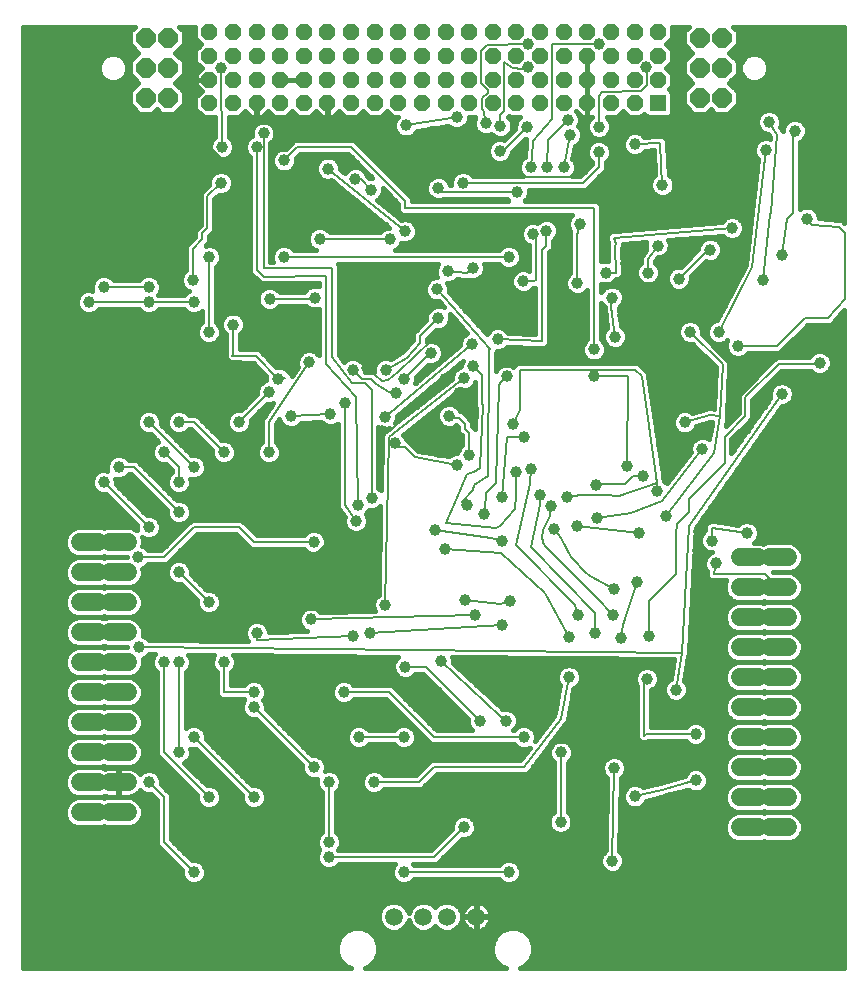
<source format=gbl>
G75*
%MOIN*%
%OFA0B0*%
%FSLAX25Y25*%
%IPPOS*%
%LPD*%
%AMOC8*
5,1,8,0,0,1.08239X$1,22.5*
%
%ADD10C,0.06000*%
%ADD11OC8,0.06496*%
%ADD12R,0.05386X0.05386*%
%ADD13OC8,0.05386*%
%ADD14C,0.05937*%
%ADD15C,0.03962*%
%ADD16C,0.00600*%
%ADD17C,0.01600*%
D10*
X0042000Y0090950D02*
X0048000Y0090950D01*
X0052000Y0090950D02*
X0058000Y0090950D01*
X0058000Y0100950D02*
X0052000Y0100950D01*
X0048000Y0100950D02*
X0042000Y0100950D01*
X0042000Y0110950D02*
X0048000Y0110950D01*
X0052000Y0110950D02*
X0058000Y0110950D01*
X0058000Y0120950D02*
X0052000Y0120950D01*
X0048000Y0120950D02*
X0042000Y0120950D01*
X0042000Y0130950D02*
X0048000Y0130950D01*
X0052000Y0130950D02*
X0058000Y0130950D01*
X0058000Y0140950D02*
X0052000Y0140950D01*
X0048000Y0140950D02*
X0042000Y0140950D01*
X0042000Y0150950D02*
X0048000Y0150950D01*
X0052000Y0150950D02*
X0058000Y0150950D01*
X0058000Y0160950D02*
X0052000Y0160950D01*
X0048000Y0160950D02*
X0042000Y0160950D01*
X0042000Y0170950D02*
X0048000Y0170950D01*
X0052000Y0170950D02*
X0058000Y0170950D01*
X0058000Y0180950D02*
X0052000Y0180950D01*
X0048000Y0180950D02*
X0042000Y0180950D01*
X0262000Y0175950D02*
X0268000Y0175950D01*
X0272000Y0175950D02*
X0278000Y0175950D01*
X0278000Y0165950D02*
X0272000Y0165950D01*
X0268000Y0165950D02*
X0262000Y0165950D01*
X0262000Y0155950D02*
X0268000Y0155950D01*
X0272000Y0155950D02*
X0278000Y0155950D01*
X0278000Y0145950D02*
X0272000Y0145950D01*
X0268000Y0145950D02*
X0262000Y0145950D01*
X0262000Y0135950D02*
X0268000Y0135950D01*
X0272000Y0135950D02*
X0278000Y0135950D01*
X0278000Y0125950D02*
X0272000Y0125950D01*
X0268000Y0125950D02*
X0262000Y0125950D01*
X0262000Y0115950D02*
X0268000Y0115950D01*
X0272000Y0115950D02*
X0278000Y0115950D01*
X0278000Y0105950D02*
X0272000Y0105950D01*
X0268000Y0105950D02*
X0262000Y0105950D01*
X0262000Y0095950D02*
X0268000Y0095950D01*
X0272000Y0095950D02*
X0278000Y0095950D01*
X0278000Y0085950D02*
X0272000Y0085950D01*
X0268000Y0085950D02*
X0262000Y0085950D01*
D11*
X0256004Y0329056D03*
X0256004Y0339056D03*
X0248602Y0339056D03*
X0248602Y0329056D03*
X0248602Y0349056D03*
X0256004Y0349056D03*
X0071398Y0349060D03*
X0063996Y0349060D03*
X0063996Y0339060D03*
X0063996Y0329060D03*
X0071398Y0329060D03*
X0071398Y0339060D03*
D12*
X0234803Y0327249D03*
D13*
X0234803Y0335123D03*
X0226929Y0335123D03*
X0226929Y0327249D03*
X0219055Y0327249D03*
X0219055Y0335123D03*
X0211181Y0335123D03*
X0211181Y0327249D03*
X0203307Y0327249D03*
X0195433Y0327249D03*
X0195433Y0335123D03*
X0203307Y0335123D03*
X0203307Y0342997D03*
X0195433Y0342997D03*
X0195433Y0350871D03*
X0203307Y0350871D03*
X0211181Y0350871D03*
X0211181Y0342997D03*
X0219055Y0342997D03*
X0226929Y0342997D03*
X0226929Y0350871D03*
X0219055Y0350871D03*
X0234803Y0350871D03*
X0234803Y0342997D03*
X0187559Y0342997D03*
X0179685Y0342997D03*
X0179685Y0350871D03*
X0187559Y0350871D03*
X0187559Y0335123D03*
X0187559Y0327249D03*
X0179685Y0327249D03*
X0179685Y0335123D03*
X0171811Y0335123D03*
X0171811Y0327249D03*
X0163937Y0327249D03*
X0163937Y0335123D03*
X0156063Y0335123D03*
X0156063Y0327249D03*
X0148189Y0327249D03*
X0148189Y0335123D03*
X0140315Y0335123D03*
X0140315Y0327249D03*
X0132441Y0327249D03*
X0132441Y0335123D03*
X0124567Y0335123D03*
X0124567Y0327249D03*
X0116693Y0327249D03*
X0108819Y0327249D03*
X0108819Y0335123D03*
X0116693Y0335123D03*
X0116693Y0342997D03*
X0124567Y0342997D03*
X0124567Y0350871D03*
X0116693Y0350871D03*
X0108819Y0350871D03*
X0108819Y0342997D03*
X0100945Y0342997D03*
X0093071Y0342997D03*
X0093071Y0350871D03*
X0100945Y0350871D03*
X0100945Y0335123D03*
X0100945Y0327249D03*
X0093071Y0327249D03*
X0093071Y0335123D03*
X0085197Y0335123D03*
X0085197Y0327249D03*
X0085197Y0342997D03*
X0085197Y0350871D03*
X0132441Y0350871D03*
X0132441Y0342997D03*
X0140315Y0342997D03*
X0140315Y0350871D03*
X0148189Y0350871D03*
X0148189Y0342997D03*
X0156063Y0342997D03*
X0156063Y0350871D03*
X0163937Y0350871D03*
X0163937Y0342997D03*
X0171811Y0342997D03*
X0171811Y0350871D03*
D14*
X0174230Y0056142D03*
X0164387Y0056142D03*
X0156513Y0056142D03*
X0146670Y0056142D03*
D15*
X0135000Y0065950D03*
X0125000Y0075950D03*
X0125000Y0080950D03*
X0125000Y0100950D03*
X0120000Y0105950D03*
X0135000Y0115950D03*
X0150000Y0115950D03*
X0140000Y0100950D03*
X0130000Y0130950D03*
X0133175Y0149575D03*
X0138875Y0150725D03*
X0143875Y0160050D03*
X0150500Y0139450D03*
X0162425Y0141250D03*
X0173675Y0156775D03*
X0170525Y0161725D03*
X0185375Y0161275D03*
X0182700Y0153200D03*
X0205000Y0149375D03*
X0208100Y0156550D03*
X0213725Y0150700D03*
X0219800Y0156775D03*
X0222275Y0149125D03*
X0231725Y0149800D03*
X0231050Y0135400D03*
X0240725Y0131800D03*
X0247250Y0116950D03*
X0247350Y0101550D03*
X0227000Y0096225D03*
X0220200Y0105725D03*
X0202475Y0110875D03*
X0190000Y0115950D03*
X0184025Y0121450D03*
X0175250Y0121450D03*
X0170000Y0085950D03*
X0185000Y0070950D03*
X0175000Y0065950D03*
X0150000Y0070950D03*
X0100000Y0095950D03*
X0085000Y0095950D03*
X0075000Y0110950D03*
X0080000Y0115950D03*
X0086375Y0116275D03*
X0100000Y0125950D03*
X0100000Y0130950D03*
X0090000Y0140950D03*
X0085250Y0141700D03*
X0075000Y0140950D03*
X0070000Y0140950D03*
X0061800Y0145950D03*
X0085250Y0155200D03*
X0085000Y0160950D03*
X0075000Y0170950D03*
X0061575Y0175950D03*
X0065000Y0185950D03*
X0075000Y0190950D03*
X0075000Y0200950D03*
X0080000Y0205950D03*
X0090000Y0210950D03*
X0095000Y0220950D03*
X0105000Y0230950D03*
X0108200Y0235525D03*
X0111350Y0240025D03*
X0118425Y0240900D03*
X0112250Y0251725D03*
X0105275Y0262075D03*
X0110000Y0275950D03*
X0108875Y0281200D03*
X0121925Y0282100D03*
X0130025Y0285925D03*
X0139025Y0298525D03*
X0133850Y0302125D03*
X0124775Y0305500D03*
X0134075Y0315625D03*
X0142400Y0315850D03*
X0150725Y0319900D03*
X0167600Y0322600D03*
X0177275Y0320575D03*
X0182225Y0319675D03*
X0182000Y0311350D03*
X0191225Y0319450D03*
X0192350Y0305950D03*
X0197750Y0305950D03*
X0203375Y0305950D03*
X0205400Y0316750D03*
X0204725Y0321700D03*
X0211475Y0315850D03*
X0215075Y0319450D03*
X0215000Y0310950D03*
X0227000Y0313600D03*
X0236225Y0300100D03*
X0234650Y0279850D03*
X0231500Y0270850D03*
X0241625Y0268825D03*
X0252200Y0278500D03*
X0257375Y0270400D03*
X0269750Y0268375D03*
X0276050Y0276700D03*
X0284375Y0288850D03*
X0270725Y0311625D03*
X0271775Y0321025D03*
X0280325Y0318100D03*
X0259400Y0285700D03*
X0255000Y0250950D03*
X0261425Y0246325D03*
X0245450Y0251050D03*
X0236450Y0238675D03*
X0240500Y0227200D03*
X0243650Y0220900D03*
X0249550Y0212150D03*
X0239150Y0206275D03*
X0234425Y0198175D03*
X0229700Y0203125D03*
X0224300Y0206275D03*
X0213950Y0199975D03*
X0204500Y0196150D03*
X0199100Y0193000D03*
X0195500Y0196600D03*
X0192575Y0205375D03*
X0187400Y0204475D03*
X0182675Y0196150D03*
X0176600Y0190525D03*
X0171000Y0193200D03*
X0160400Y0185125D03*
X0163875Y0178700D03*
X0182900Y0181525D03*
X0200225Y0185350D03*
X0207650Y0186250D03*
X0214375Y0189100D03*
X0228350Y0184000D03*
X0237575Y0189625D03*
X0252650Y0181525D03*
X0254225Y0173875D03*
X0264350Y0184000D03*
X0227900Y0167575D03*
X0220025Y0165325D03*
X0205000Y0135950D03*
X0202250Y0087700D03*
X0219525Y0074825D03*
X0128000Y0184450D03*
X0134075Y0188050D03*
X0134750Y0193450D03*
X0139250Y0195700D03*
X0147125Y0213925D03*
X0142850Y0217975D03*
X0143750Y0222700D03*
X0147575Y0230575D03*
X0150050Y0235300D03*
X0143975Y0238450D03*
X0137675Y0238900D03*
X0132950Y0238450D03*
X0130250Y0227200D03*
X0125525Y0223600D03*
X0112475Y0222925D03*
X0105000Y0210950D03*
X0120000Y0180950D03*
X0119000Y0155200D03*
X0101000Y0150700D03*
X0065000Y0100950D03*
X0065000Y0080950D03*
X0080000Y0070950D03*
X0080000Y0055950D03*
X0050000Y0200950D03*
X0055000Y0205950D03*
X0070000Y0210950D03*
X0065000Y0220950D03*
X0075000Y0220950D03*
X0085000Y0250950D03*
X0080000Y0260950D03*
X0079625Y0268375D03*
X0085000Y0275950D03*
X0071750Y0285700D03*
X0065000Y0265950D03*
X0065000Y0260950D03*
X0050000Y0265950D03*
X0045000Y0260950D03*
X0089075Y0300775D03*
X0093575Y0304375D03*
X0089525Y0312700D03*
X0083000Y0314950D03*
X0101000Y0312700D03*
X0103250Y0317200D03*
X0110000Y0308200D03*
X0109100Y0301225D03*
X0124175Y0319675D03*
X0150400Y0284600D03*
X0145325Y0281875D03*
X0161125Y0265225D03*
X0164675Y0271300D03*
X0173000Y0272425D03*
X0185000Y0275950D03*
X0189875Y0267925D03*
X0193025Y0283675D03*
X0197525Y0284800D03*
X0187625Y0297625D03*
X0169775Y0300725D03*
X0161525Y0298975D03*
X0191450Y0339250D03*
X0191450Y0346900D03*
X0215075Y0346900D03*
X0230825Y0339250D03*
X0208775Y0287050D03*
X0217325Y0270850D03*
X0219350Y0262525D03*
X0207875Y0267250D03*
X0220475Y0249475D03*
X0213500Y0245200D03*
X0213500Y0236200D03*
X0190100Y0215950D03*
X0186500Y0220450D03*
X0173000Y0222925D03*
X0168500Y0230575D03*
X0170175Y0235725D03*
X0173225Y0239575D03*
X0172775Y0247000D03*
X0165800Y0245650D03*
X0159050Y0244075D03*
X0163775Y0235300D03*
X0165125Y0223150D03*
X0171875Y0210100D03*
X0167825Y0206725D03*
X0184250Y0236200D03*
X0181325Y0248575D03*
X0161525Y0255775D03*
X0120350Y0262525D03*
X0093125Y0253525D03*
X0089075Y0339025D03*
X0275975Y0230275D03*
X0288650Y0240700D03*
D16*
X0288200Y0240250D01*
X0274925Y0240250D01*
X0263900Y0229225D01*
X0263900Y0223150D01*
X0256925Y0216175D01*
X0256925Y0207400D01*
X0245000Y0195475D01*
X0245000Y0190975D01*
X0241175Y0187150D01*
X0241175Y0185575D01*
X0240725Y0185125D01*
X0240725Y0170500D01*
X0231725Y0161500D01*
X0231725Y0149800D01*
X0223175Y0153400D02*
X0222275Y0149125D01*
X0223175Y0153400D02*
X0227900Y0167575D01*
X0220025Y0165325D02*
X0211925Y0169600D01*
X0210350Y0170950D01*
X0206525Y0175450D01*
X0205625Y0175900D01*
X0202250Y0182425D01*
X0200225Y0185350D01*
X0196400Y0184900D02*
X0196400Y0184225D01*
X0196175Y0182875D01*
X0196400Y0180850D01*
X0197300Y0179275D01*
X0214175Y0162850D01*
X0219800Y0156775D01*
X0213725Y0157225D02*
X0213725Y0150700D01*
X0213725Y0157225D02*
X0192575Y0179275D01*
X0195500Y0193450D01*
X0195500Y0196600D01*
X0192125Y0200200D02*
X0192575Y0205375D01*
X0192125Y0200200D02*
X0187400Y0179950D01*
X0206975Y0160150D01*
X0208100Y0156550D01*
X0205000Y0149375D02*
X0197125Y0163925D01*
X0182350Y0177350D01*
X0163875Y0178700D01*
X0160400Y0185125D02*
X0179075Y0182425D01*
X0182900Y0181525D01*
X0180875Y0185800D02*
X0164225Y0187375D01*
X0167375Y0195025D01*
X0171200Y0203575D01*
X0173450Y0204250D01*
X0175475Y0205600D01*
X0176375Y0226750D01*
X0176150Y0226975D01*
X0176150Y0236650D01*
X0173225Y0239575D01*
X0170175Y0235725D02*
X0145000Y0215950D01*
X0143875Y0160050D01*
X0138875Y0150725D02*
X0182700Y0153200D01*
X0182000Y0160375D02*
X0185375Y0161275D01*
X0182000Y0160375D02*
X0173450Y0161275D01*
X0170525Y0161725D01*
X0173675Y0156775D02*
X0119000Y0155200D01*
X0133175Y0149575D02*
X0101000Y0148450D01*
X0101000Y0150700D01*
X0096500Y0155200D02*
X0101000Y0159700D01*
X0101000Y0166450D01*
X0107750Y0173200D01*
X0116750Y0173200D01*
X0128000Y0184450D01*
X0134075Y0188050D02*
X0130250Y0193450D01*
X0130250Y0227200D01*
X0134075Y0229225D02*
X0123950Y0240475D01*
X0123950Y0269725D01*
X0103250Y0269500D01*
X0101000Y0271750D01*
X0101000Y0312700D01*
X0103250Y0317200D02*
X0103250Y0272200D01*
X0126200Y0272200D01*
X0125975Y0242725D01*
X0132725Y0233950D01*
X0137000Y0233950D01*
X0139250Y0231700D01*
X0139250Y0195700D01*
X0134750Y0193450D02*
X0134075Y0229225D01*
X0136100Y0235525D02*
X0132950Y0238450D01*
X0136100Y0235525D02*
X0136775Y0235525D01*
X0137000Y0235300D01*
X0139025Y0235300D01*
X0140600Y0233725D01*
X0140825Y0233725D01*
X0145100Y0231025D01*
X0147575Y0230575D01*
X0144875Y0235075D02*
X0148025Y0237775D01*
X0159275Y0248350D01*
X0159950Y0248350D01*
X0165800Y0245650D01*
X0159050Y0244075D02*
X0158825Y0244075D01*
X0150050Y0235300D01*
X0144875Y0235075D02*
X0142850Y0234850D01*
X0137675Y0238900D01*
X0143975Y0238450D02*
X0150950Y0242500D01*
X0155450Y0247450D01*
X0155450Y0249700D01*
X0161525Y0255775D01*
X0161125Y0265225D02*
X0178875Y0245450D01*
X0178400Y0244975D01*
X0178175Y0203125D01*
X0173450Y0199975D01*
X0173000Y0198400D01*
X0169425Y0194375D01*
X0171000Y0193200D01*
X0176600Y0190525D02*
X0177500Y0195925D01*
X0177500Y0197500D01*
X0180650Y0200650D01*
X0180650Y0200875D01*
X0181775Y0233050D01*
X0182000Y0233950D01*
X0184250Y0236200D01*
X0188750Y0238450D02*
X0188750Y0224950D01*
X0186500Y0220450D01*
X0184250Y0215950D02*
X0190100Y0215950D01*
X0184250Y0215950D02*
X0182675Y0196150D01*
X0187400Y0196375D02*
X0187175Y0192100D01*
X0182000Y0186475D01*
X0180875Y0185800D01*
X0187400Y0196375D02*
X0187400Y0204475D01*
X0199100Y0193000D02*
X0198650Y0189625D01*
X0196400Y0184900D01*
X0207650Y0186250D02*
X0228350Y0184000D01*
X0225875Y0190675D02*
X0236000Y0194550D01*
X0249550Y0212150D01*
X0253325Y0210550D02*
X0255575Y0222925D01*
X0251975Y0223375D01*
X0243650Y0220900D01*
X0240500Y0227200D02*
X0239150Y0206275D01*
X0234425Y0200650D02*
X0221600Y0196375D01*
X0217325Y0196825D01*
X0209225Y0196825D01*
X0204500Y0196150D01*
X0213950Y0199975D02*
X0214175Y0200200D01*
X0223625Y0200200D01*
X0226550Y0203125D01*
X0229700Y0203125D01*
X0224300Y0206275D02*
X0224750Y0236200D01*
X0213500Y0236200D01*
X0213500Y0245200D02*
X0213500Y0292450D01*
X0150500Y0292450D01*
X0150500Y0294700D01*
X0132500Y0312700D01*
X0114500Y0312700D01*
X0110000Y0308200D01*
X0109100Y0301225D02*
X0109325Y0301000D01*
X0109325Y0288625D01*
X0112025Y0285925D01*
X0130025Y0285925D01*
X0121925Y0282100D02*
X0145100Y0282100D01*
X0145325Y0281875D01*
X0150400Y0284600D02*
X0124775Y0305500D01*
X0133850Y0302125D02*
X0135650Y0301900D01*
X0139025Y0298525D01*
X0142400Y0315850D02*
X0158825Y0315850D01*
X0162200Y0312475D01*
X0168500Y0312475D01*
X0175025Y0305950D01*
X0184025Y0305950D01*
X0187400Y0302575D01*
X0208775Y0302575D01*
X0209225Y0303025D01*
X0209225Y0313600D01*
X0211475Y0315850D01*
X0215075Y0319450D02*
X0215075Y0329575D01*
X0215975Y0331150D01*
X0229025Y0331375D01*
X0231050Y0333400D01*
X0231050Y0338350D01*
X0230825Y0339250D01*
X0215075Y0346900D02*
X0199325Y0347125D01*
X0199325Y0324625D01*
X0199550Y0321925D01*
X0193025Y0314725D01*
X0193025Y0314050D01*
X0192350Y0305950D01*
X0197750Y0305950D02*
X0198200Y0314950D01*
X0204725Y0321700D01*
X0205400Y0316750D02*
X0203375Y0305950D01*
X0209775Y0300725D02*
X0215000Y0305950D01*
X0215000Y0310950D01*
X0209775Y0300725D02*
X0169775Y0300725D01*
X0162875Y0297625D02*
X0161525Y0298975D01*
X0162875Y0297625D02*
X0187625Y0297625D01*
X0197525Y0284800D02*
X0197300Y0284575D01*
X0197300Y0279625D01*
X0196175Y0278500D01*
X0196175Y0248125D01*
X0181325Y0248575D01*
X0172775Y0247000D02*
X0145550Y0224050D01*
X0143750Y0222700D01*
X0142850Y0217975D02*
X0145550Y0217975D01*
X0159275Y0231700D01*
X0159275Y0232375D01*
X0163775Y0235300D01*
X0168500Y0230575D02*
X0166925Y0227425D01*
X0166700Y0226075D01*
X0167825Y0225400D01*
X0170525Y0224050D01*
X0173000Y0222925D01*
X0170525Y0220225D02*
X0168500Y0222250D01*
X0166025Y0222250D01*
X0165125Y0223150D01*
X0170525Y0220225D02*
X0170525Y0218650D01*
X0171875Y0217300D01*
X0171875Y0210100D01*
X0167825Y0206725D02*
X0153650Y0209200D01*
X0150275Y0212575D01*
X0148475Y0212575D01*
X0147125Y0213925D01*
X0125525Y0223600D02*
X0112475Y0222925D01*
X0105000Y0220950D02*
X0105000Y0210950D01*
X0105000Y0220950D02*
X0118425Y0240900D01*
X0112700Y0244525D02*
X0112250Y0251725D01*
X0112700Y0244525D02*
X0111575Y0240925D01*
X0111350Y0240025D01*
X0110450Y0235750D02*
X0108200Y0235525D01*
X0100775Y0242950D01*
X0100325Y0242950D01*
X0092900Y0243175D01*
X0093125Y0243400D01*
X0093125Y0253525D01*
X0085000Y0250950D02*
X0085000Y0275950D01*
X0079625Y0278725D02*
X0079625Y0268375D01*
X0080000Y0260950D02*
X0065000Y0260950D01*
X0045000Y0260950D01*
X0050000Y0265950D02*
X0065000Y0265950D01*
X0079625Y0278725D02*
X0082775Y0281875D01*
X0082775Y0283900D01*
X0084575Y0285700D01*
X0084575Y0296275D01*
X0089075Y0300775D01*
X0093575Y0304375D02*
X0089750Y0308200D01*
X0083000Y0314950D01*
X0089525Y0312700D02*
X0089075Y0336775D01*
X0089075Y0339025D01*
X0089750Y0308200D02*
X0080750Y0299200D01*
X0080750Y0285700D01*
X0071750Y0285700D01*
X0105275Y0262075D02*
X0119900Y0262075D01*
X0120350Y0262525D01*
X0110000Y0275950D02*
X0185000Y0275950D01*
X0189875Y0267925D02*
X0193475Y0267925D01*
X0193925Y0268375D01*
X0193925Y0282775D01*
X0193025Y0283675D01*
X0207875Y0283900D02*
X0207875Y0267250D01*
X0217325Y0270850D02*
X0220700Y0270850D01*
X0220250Y0279850D01*
X0220700Y0280300D01*
X0220025Y0282325D01*
X0259400Y0285700D01*
X0252200Y0278500D02*
X0251300Y0278500D01*
X0241625Y0268825D01*
X0231500Y0270850D02*
X0231500Y0275350D01*
X0234650Y0279850D01*
X0219350Y0262525D02*
X0218900Y0262075D01*
X0220475Y0249475D01*
X0227000Y0238450D02*
X0188750Y0238450D01*
X0171200Y0270625D02*
X0164675Y0271300D01*
X0171200Y0270625D02*
X0173000Y0272425D01*
X0207875Y0283900D02*
X0208100Y0284125D01*
X0208100Y0286375D01*
X0208775Y0287050D01*
X0236225Y0300100D02*
X0235550Y0314050D01*
X0227000Y0313600D01*
X0191225Y0319450D02*
X0183125Y0311350D01*
X0182000Y0311350D01*
X0182225Y0319675D02*
X0182000Y0323275D01*
X0183575Y0324625D01*
X0183575Y0341050D01*
X0183800Y0340825D01*
X0186275Y0339025D01*
X0189425Y0338800D01*
X0191450Y0339250D01*
X0191450Y0346900D02*
X0177725Y0346675D01*
X0175700Y0344650D01*
X0175700Y0334075D01*
X0177950Y0331600D01*
X0177950Y0330700D01*
X0175925Y0329125D01*
X0175925Y0325300D01*
X0176375Y0325300D01*
X0177275Y0320575D01*
X0167600Y0322600D02*
X0163775Y0321925D01*
X0150725Y0319900D01*
X0134075Y0315625D02*
X0131600Y0319675D01*
X0124175Y0319675D01*
X0109325Y0288625D02*
X0109325Y0287725D01*
X0108875Y0287275D01*
X0108875Y0281200D01*
X0105000Y0230950D02*
X0095000Y0220950D01*
X0090000Y0210950D02*
X0080000Y0220950D01*
X0075000Y0220950D01*
X0070000Y0210950D02*
X0075000Y0205950D01*
X0075000Y0200950D01*
X0080000Y0205950D02*
X0065000Y0220950D01*
X0060000Y0205950D02*
X0055000Y0205950D01*
X0060000Y0205950D02*
X0075000Y0190950D01*
X0080000Y0185950D02*
X0095000Y0185950D01*
X0100000Y0180950D01*
X0120000Y0180950D01*
X0096500Y0155200D02*
X0085250Y0155200D01*
X0085000Y0160950D02*
X0075000Y0170950D01*
X0070000Y0175950D02*
X0080000Y0185950D01*
X0070000Y0175950D02*
X0061575Y0175950D01*
X0065000Y0185950D02*
X0050000Y0200950D01*
X0061800Y0145950D02*
X0242750Y0144150D01*
X0240725Y0131800D01*
X0231050Y0135400D02*
X0230150Y0134500D01*
X0230150Y0116500D01*
X0230600Y0116950D01*
X0247250Y0116950D01*
X0247350Y0101550D02*
X0236000Y0098525D01*
X0227000Y0096225D01*
X0220200Y0105725D02*
X0219525Y0074825D01*
X0202250Y0087700D02*
X0202475Y0110875D01*
X0202300Y0122075D02*
X0205000Y0135950D01*
X0202300Y0122075D02*
X0190000Y0105950D01*
X0160000Y0105950D01*
X0155000Y0100950D01*
X0140000Y0100950D01*
X0125000Y0100950D02*
X0125000Y0080950D01*
X0125000Y0075950D02*
X0160000Y0075950D01*
X0170000Y0085950D01*
X0185000Y0070950D02*
X0150000Y0070950D01*
X0135000Y0065950D02*
X0175000Y0065950D01*
X0160000Y0115950D02*
X0190000Y0115950D01*
X0184025Y0121450D02*
X0182000Y0123025D01*
X0162425Y0141250D01*
X0157250Y0139450D02*
X0175250Y0121450D01*
X0160000Y0115950D02*
X0145000Y0130950D01*
X0130000Y0130950D01*
X0135000Y0115950D02*
X0150000Y0115950D01*
X0150500Y0139450D02*
X0157250Y0139450D01*
X0120000Y0105950D02*
X0100000Y0125950D01*
X0100000Y0130950D02*
X0090000Y0130950D01*
X0090000Y0140950D01*
X0085250Y0141700D02*
X0086375Y0116275D01*
X0080000Y0115950D02*
X0100000Y0095950D01*
X0085000Y0095950D02*
X0070000Y0110950D01*
X0070000Y0140950D01*
X0075000Y0140950D02*
X0075000Y0110950D01*
X0065000Y0100950D02*
X0070000Y0095950D01*
X0070000Y0080950D01*
X0080000Y0070950D01*
X0065000Y0070950D02*
X0080000Y0055950D01*
X0065000Y0070950D02*
X0065000Y0080950D01*
X0214375Y0189100D02*
X0225875Y0190675D01*
X0234425Y0198175D02*
X0234425Y0200650D01*
X0229250Y0236200D01*
X0227000Y0238450D01*
X0236450Y0238675D02*
X0239375Y0241600D01*
X0239375Y0250150D01*
X0246350Y0257125D01*
X0251525Y0257125D01*
X0257375Y0262975D01*
X0257375Y0270400D01*
X0266225Y0272750D02*
X0270725Y0311625D01*
X0274475Y0316750D02*
X0271775Y0321025D01*
X0274475Y0316750D02*
X0272450Y0290650D01*
X0272225Y0290200D01*
X0269750Y0268375D01*
X0266225Y0272750D02*
X0255000Y0250950D01*
X0261425Y0246325D02*
X0274250Y0246325D01*
X0283700Y0255775D01*
X0291575Y0255775D01*
X0296975Y0262075D01*
X0296975Y0284125D01*
X0294950Y0286150D01*
X0285950Y0286825D01*
X0284375Y0288850D01*
X0279650Y0290650D02*
X0279650Y0317425D01*
X0280325Y0318100D01*
X0279650Y0290650D02*
X0277625Y0288625D01*
X0276050Y0276700D01*
X0245450Y0251050D02*
X0256250Y0240250D01*
X0255575Y0222925D01*
X0253325Y0210550D02*
X0237575Y0189625D01*
X0245000Y0186475D02*
X0275975Y0230275D01*
X0264350Y0184000D02*
X0252875Y0185800D01*
X0252875Y0184000D01*
X0252650Y0181525D01*
X0254225Y0173875D02*
X0253325Y0170500D01*
X0270425Y0170500D01*
X0274975Y0165950D01*
X0275000Y0165950D01*
X0245000Y0186475D02*
X0242750Y0144150D01*
D17*
X0023100Y0039050D02*
X0023100Y0352850D01*
X0060364Y0352850D01*
X0058748Y0351234D01*
X0058748Y0346886D01*
X0061574Y0344060D01*
X0058748Y0341234D01*
X0058748Y0336886D01*
X0061574Y0334060D01*
X0058748Y0331234D01*
X0058748Y0326886D01*
X0061822Y0323812D01*
X0066170Y0323812D01*
X0067697Y0325339D01*
X0069224Y0323812D01*
X0073571Y0323812D01*
X0076646Y0326886D01*
X0076646Y0331234D01*
X0073819Y0334060D01*
X0076646Y0336886D01*
X0076646Y0341234D01*
X0073819Y0344060D01*
X0076646Y0346886D01*
X0076646Y0351234D01*
X0075030Y0352850D01*
X0080539Y0352850D01*
X0080504Y0352815D01*
X0080504Y0348927D01*
X0082497Y0346934D01*
X0080504Y0344941D01*
X0080504Y0341053D01*
X0082639Y0338919D01*
X0080704Y0336984D01*
X0080704Y0335170D01*
X0085150Y0335170D01*
X0085150Y0335077D01*
X0080704Y0335077D01*
X0080704Y0333262D01*
X0082639Y0331328D01*
X0080504Y0329193D01*
X0080504Y0325305D01*
X0083253Y0322556D01*
X0087040Y0322556D01*
X0087164Y0315969D01*
X0086150Y0314955D01*
X0085544Y0313492D01*
X0085544Y0311908D01*
X0086150Y0310445D01*
X0087270Y0309325D01*
X0088733Y0308719D01*
X0090317Y0308719D01*
X0091780Y0309325D01*
X0092900Y0310445D01*
X0093506Y0311908D01*
X0093506Y0313492D01*
X0092900Y0314955D01*
X0091780Y0316075D01*
X0091762Y0316082D01*
X0091641Y0322556D01*
X0095015Y0322556D01*
X0097149Y0324691D01*
X0099084Y0322756D01*
X0100898Y0322756D01*
X0100898Y0327203D01*
X0100991Y0327203D01*
X0100991Y0322756D01*
X0102806Y0322756D01*
X0104740Y0324691D01*
X0106875Y0322556D01*
X0110763Y0322556D01*
X0112756Y0324549D01*
X0114749Y0322556D01*
X0118637Y0322556D01*
X0120771Y0324691D01*
X0122706Y0322756D01*
X0124520Y0322756D01*
X0124520Y0327203D01*
X0124613Y0327203D01*
X0124613Y0322756D01*
X0126428Y0322756D01*
X0128363Y0324691D01*
X0130497Y0322556D01*
X0134385Y0322556D01*
X0136378Y0324549D01*
X0138371Y0322556D01*
X0142259Y0322556D01*
X0144393Y0324691D01*
X0146328Y0322756D01*
X0147951Y0322756D01*
X0147350Y0322155D01*
X0146744Y0320692D01*
X0146744Y0319108D01*
X0147350Y0317645D01*
X0148470Y0316525D01*
X0149933Y0315919D01*
X0151517Y0315919D01*
X0152980Y0316525D01*
X0154100Y0317645D01*
X0154300Y0318127D01*
X0163214Y0319510D01*
X0163237Y0319494D01*
X0164151Y0319656D01*
X0164812Y0319758D01*
X0165345Y0319225D01*
X0166808Y0318619D01*
X0168392Y0318619D01*
X0169855Y0319225D01*
X0170975Y0320345D01*
X0171581Y0321808D01*
X0171581Y0322556D01*
X0173755Y0322556D01*
X0173809Y0322610D01*
X0173294Y0321367D01*
X0173294Y0319783D01*
X0173900Y0318320D01*
X0175020Y0317200D01*
X0176483Y0316594D01*
X0178067Y0316594D01*
X0179205Y0317065D01*
X0179970Y0316300D01*
X0181433Y0315694D01*
X0183017Y0315694D01*
X0184480Y0316300D01*
X0185600Y0317420D01*
X0186206Y0318883D01*
X0186206Y0320467D01*
X0185600Y0321930D01*
X0184866Y0322664D01*
X0185139Y0322936D01*
X0185191Y0322981D01*
X0185615Y0322556D01*
X0188701Y0322556D01*
X0187850Y0321705D01*
X0187244Y0320242D01*
X0187244Y0318722D01*
X0183542Y0315020D01*
X0182792Y0315331D01*
X0181208Y0315331D01*
X0179745Y0314725D01*
X0178625Y0313605D01*
X0178019Y0312142D01*
X0178019Y0310558D01*
X0178625Y0309095D01*
X0179745Y0307975D01*
X0181208Y0307369D01*
X0182792Y0307369D01*
X0184255Y0307975D01*
X0185375Y0309095D01*
X0185981Y0310558D01*
X0185981Y0310953D01*
X0190497Y0315469D01*
X0190686Y0315469D01*
X0190725Y0314668D01*
X0190725Y0314146D01*
X0190331Y0309423D01*
X0190095Y0309325D01*
X0188975Y0308205D01*
X0188369Y0306742D01*
X0188369Y0305158D01*
X0188975Y0303695D01*
X0189645Y0303025D01*
X0173105Y0303025D01*
X0172030Y0304100D01*
X0170567Y0304706D01*
X0168983Y0304706D01*
X0167520Y0304100D01*
X0166400Y0302980D01*
X0165794Y0301517D01*
X0165794Y0299933D01*
X0165797Y0299925D01*
X0165441Y0299925D01*
X0164900Y0301230D01*
X0163780Y0302350D01*
X0162317Y0302956D01*
X0160733Y0302956D01*
X0159270Y0302350D01*
X0158150Y0301230D01*
X0157544Y0299767D01*
X0157544Y0298183D01*
X0158150Y0296720D01*
X0159270Y0295600D01*
X0160733Y0294994D01*
X0162317Y0294994D01*
X0163116Y0295325D01*
X0184295Y0295325D01*
X0184870Y0294750D01*
X0152800Y0294750D01*
X0152800Y0295653D01*
X0134800Y0313653D01*
X0133453Y0315000D01*
X0113547Y0315000D01*
X0110728Y0312181D01*
X0109208Y0312181D01*
X0107745Y0311575D01*
X0106625Y0310455D01*
X0106019Y0308992D01*
X0106019Y0307408D01*
X0106625Y0305945D01*
X0107745Y0304825D01*
X0109208Y0304219D01*
X0110792Y0304219D01*
X0112255Y0304825D01*
X0113375Y0305945D01*
X0113981Y0307408D01*
X0113981Y0308928D01*
X0115453Y0310400D01*
X0131547Y0310400D01*
X0139441Y0302506D01*
X0138297Y0302506D01*
X0137792Y0303010D01*
X0137225Y0304380D01*
X0136105Y0305500D01*
X0134642Y0306106D01*
X0133058Y0306106D01*
X0131595Y0305500D01*
X0130475Y0304380D01*
X0130301Y0303961D01*
X0128756Y0305221D01*
X0128756Y0306292D01*
X0128150Y0307755D01*
X0127030Y0308875D01*
X0125567Y0309481D01*
X0123983Y0309481D01*
X0122520Y0308875D01*
X0121400Y0307755D01*
X0120794Y0306292D01*
X0120794Y0304708D01*
X0121400Y0303245D01*
X0122520Y0302125D01*
X0123983Y0301519D01*
X0125567Y0301519D01*
X0125865Y0301643D01*
X0145221Y0285856D01*
X0144533Y0285856D01*
X0143070Y0285250D01*
X0142220Y0284400D01*
X0125255Y0284400D01*
X0124180Y0285475D01*
X0122717Y0286081D01*
X0121133Y0286081D01*
X0119670Y0285475D01*
X0118550Y0284355D01*
X0117944Y0282892D01*
X0117944Y0281308D01*
X0118550Y0279845D01*
X0119670Y0278725D01*
X0120817Y0278250D01*
X0113330Y0278250D01*
X0112255Y0279325D01*
X0110792Y0279931D01*
X0109208Y0279931D01*
X0107745Y0279325D01*
X0106625Y0278205D01*
X0106019Y0276742D01*
X0106019Y0275158D01*
X0106292Y0274500D01*
X0105550Y0274500D01*
X0105550Y0313870D01*
X0106625Y0314945D01*
X0107231Y0316408D01*
X0107231Y0317992D01*
X0106625Y0319455D01*
X0105505Y0320575D01*
X0104042Y0321181D01*
X0102458Y0321181D01*
X0100995Y0320575D01*
X0099875Y0319455D01*
X0099269Y0317992D01*
X0099269Y0316408D01*
X0099310Y0316309D01*
X0098745Y0316075D01*
X0097625Y0314955D01*
X0097019Y0313492D01*
X0097019Y0311908D01*
X0097625Y0310445D01*
X0098700Y0309370D01*
X0098700Y0270797D01*
X0100047Y0269450D01*
X0100960Y0268537D01*
X0100960Y0268522D01*
X0101633Y0267864D01*
X0102297Y0267200D01*
X0102312Y0267200D01*
X0102322Y0267190D01*
X0103263Y0267200D01*
X0104203Y0267200D01*
X0104213Y0267210D01*
X0121650Y0267400D01*
X0121650Y0266296D01*
X0121142Y0266506D01*
X0119558Y0266506D01*
X0118095Y0265900D01*
X0116975Y0264780D01*
X0116807Y0264375D01*
X0108605Y0264375D01*
X0107530Y0265450D01*
X0106067Y0266056D01*
X0104483Y0266056D01*
X0103020Y0265450D01*
X0101900Y0264330D01*
X0101294Y0262867D01*
X0101294Y0261283D01*
X0101900Y0259820D01*
X0103020Y0258700D01*
X0104483Y0258094D01*
X0106067Y0258094D01*
X0107530Y0258700D01*
X0108605Y0259775D01*
X0117470Y0259775D01*
X0118095Y0259150D01*
X0119558Y0258544D01*
X0121142Y0258544D01*
X0121650Y0258754D01*
X0121650Y0243305D01*
X0120680Y0244275D01*
X0119217Y0244881D01*
X0117633Y0244881D01*
X0116170Y0244275D01*
X0115050Y0243155D01*
X0114444Y0241692D01*
X0114444Y0240108D01*
X0114701Y0239486D01*
X0112687Y0236493D01*
X0112644Y0236927D01*
X0111459Y0237897D01*
X0110455Y0238900D01*
X0108992Y0239506D01*
X0107472Y0239506D01*
X0101728Y0245250D01*
X0100360Y0245250D01*
X0095425Y0245400D01*
X0095425Y0250195D01*
X0096500Y0251270D01*
X0097106Y0252733D01*
X0097106Y0254317D01*
X0096500Y0255780D01*
X0095380Y0256900D01*
X0093917Y0257506D01*
X0092333Y0257506D01*
X0090870Y0256900D01*
X0089750Y0255780D01*
X0089144Y0254317D01*
X0089144Y0252733D01*
X0089750Y0251270D01*
X0090825Y0250195D01*
X0090825Y0244381D01*
X0090630Y0244197D01*
X0090629Y0244156D01*
X0090600Y0244128D01*
X0090600Y0243210D01*
X0090572Y0242292D01*
X0090600Y0242263D01*
X0090600Y0242222D01*
X0091249Y0241573D01*
X0091878Y0240905D01*
X0091919Y0240904D01*
X0091947Y0240875D01*
X0092865Y0240875D01*
X0099344Y0240679D01*
X0099372Y0240650D01*
X0099822Y0240650D01*
X0104219Y0236253D01*
X0104219Y0234931D01*
X0104208Y0234931D01*
X0102745Y0234325D01*
X0101625Y0233205D01*
X0101019Y0231742D01*
X0101019Y0230222D01*
X0095728Y0224931D01*
X0094208Y0224931D01*
X0092745Y0224325D01*
X0091625Y0223205D01*
X0091019Y0221742D01*
X0091019Y0220158D01*
X0091625Y0218695D01*
X0092745Y0217575D01*
X0094208Y0216969D01*
X0095792Y0216969D01*
X0097255Y0217575D01*
X0098375Y0218695D01*
X0098981Y0220158D01*
X0098981Y0221678D01*
X0104272Y0226969D01*
X0105792Y0226969D01*
X0106466Y0227248D01*
X0103216Y0222419D01*
X0102700Y0221903D01*
X0102700Y0221652D01*
X0102560Y0221444D01*
X0102700Y0220727D01*
X0102700Y0214280D01*
X0101625Y0213205D01*
X0101019Y0211742D01*
X0101019Y0210158D01*
X0101625Y0208695D01*
X0102745Y0207575D01*
X0104208Y0206969D01*
X0105792Y0206969D01*
X0107255Y0207575D01*
X0108375Y0208695D01*
X0108981Y0210158D01*
X0108981Y0211742D01*
X0108375Y0213205D01*
X0107300Y0214280D01*
X0107300Y0220248D01*
X0108522Y0222065D01*
X0109100Y0220670D01*
X0110220Y0219550D01*
X0111683Y0218944D01*
X0113267Y0218944D01*
X0114730Y0219550D01*
X0115850Y0220670D01*
X0115904Y0220799D01*
X0122362Y0221133D01*
X0123270Y0220225D01*
X0124733Y0219619D01*
X0126317Y0219619D01*
X0127780Y0220225D01*
X0127950Y0220395D01*
X0127950Y0193645D01*
X0127822Y0192898D01*
X0127950Y0192718D01*
X0127950Y0192497D01*
X0128486Y0191961D01*
X0130316Y0189378D01*
X0130094Y0188842D01*
X0130094Y0187258D01*
X0130700Y0185795D01*
X0131820Y0184675D01*
X0133283Y0184069D01*
X0134867Y0184069D01*
X0136330Y0184675D01*
X0137450Y0185795D01*
X0138056Y0187258D01*
X0138056Y0188842D01*
X0137450Y0190305D01*
X0137343Y0190412D01*
X0138125Y0191195D01*
X0138359Y0191760D01*
X0138458Y0191719D01*
X0140042Y0191719D01*
X0141505Y0192325D01*
X0142239Y0193059D01*
X0141643Y0163434D01*
X0141620Y0163425D01*
X0140500Y0162305D01*
X0139894Y0160842D01*
X0139894Y0159258D01*
X0140367Y0158116D01*
X0122236Y0157594D01*
X0121255Y0158575D01*
X0119792Y0159181D01*
X0118208Y0159181D01*
X0116745Y0158575D01*
X0115625Y0157455D01*
X0115019Y0155992D01*
X0115019Y0154408D01*
X0115625Y0152945D01*
X0116745Y0151825D01*
X0117909Y0151343D01*
X0104981Y0150891D01*
X0104981Y0151492D01*
X0104375Y0152955D01*
X0103255Y0154075D01*
X0101792Y0154681D01*
X0100208Y0154681D01*
X0098745Y0154075D01*
X0097625Y0152955D01*
X0097019Y0151492D01*
X0097019Y0149908D01*
X0097625Y0148445D01*
X0098182Y0147888D01*
X0065163Y0148217D01*
X0064055Y0149325D01*
X0062932Y0149790D01*
X0063000Y0149955D01*
X0063000Y0151945D01*
X0062239Y0153782D01*
X0060832Y0155189D01*
X0058995Y0155950D01*
X0060832Y0156711D01*
X0062239Y0158118D01*
X0063000Y0159955D01*
X0063000Y0161945D01*
X0062239Y0163782D01*
X0060832Y0165189D01*
X0058995Y0165950D01*
X0051005Y0165950D01*
X0050000Y0165534D01*
X0048995Y0165950D01*
X0041005Y0165950D01*
X0039168Y0165189D01*
X0037761Y0163782D01*
X0037000Y0161945D01*
X0037000Y0159955D01*
X0037761Y0158118D01*
X0039168Y0156711D01*
X0041005Y0155950D01*
X0048995Y0155950D01*
X0050000Y0156366D01*
X0051005Y0155950D01*
X0058995Y0155950D01*
X0051005Y0155950D01*
X0050000Y0155534D01*
X0048995Y0155950D01*
X0041005Y0155950D01*
X0039168Y0155189D01*
X0037761Y0153782D01*
X0037000Y0151945D01*
X0037000Y0149955D01*
X0037761Y0148118D01*
X0039168Y0146711D01*
X0041005Y0145950D01*
X0039168Y0145189D01*
X0037761Y0143782D01*
X0037000Y0141945D01*
X0037000Y0139955D01*
X0037761Y0138118D01*
X0039168Y0136711D01*
X0041005Y0135950D01*
X0039168Y0135189D01*
X0037761Y0133782D01*
X0037000Y0131945D01*
X0037000Y0129955D01*
X0037761Y0128118D01*
X0039168Y0126711D01*
X0041005Y0125950D01*
X0039168Y0125189D01*
X0037761Y0123782D01*
X0037000Y0121945D01*
X0037000Y0119955D01*
X0037761Y0118118D01*
X0039168Y0116711D01*
X0041005Y0115950D01*
X0039168Y0115189D01*
X0037761Y0113782D01*
X0037000Y0111945D01*
X0037000Y0109955D01*
X0037761Y0108118D01*
X0039168Y0106711D01*
X0041005Y0105950D01*
X0048995Y0105950D01*
X0050000Y0106366D01*
X0051005Y0105950D01*
X0058995Y0105950D01*
X0060832Y0106711D01*
X0062239Y0108118D01*
X0063000Y0109955D01*
X0063000Y0111945D01*
X0062239Y0113782D01*
X0060832Y0115189D01*
X0058995Y0115950D01*
X0051005Y0115950D01*
X0050000Y0115534D01*
X0048995Y0115950D01*
X0041005Y0115950D01*
X0048995Y0115950D01*
X0050000Y0116366D01*
X0051005Y0115950D01*
X0058995Y0115950D01*
X0060832Y0116711D01*
X0062239Y0118118D01*
X0063000Y0119955D01*
X0063000Y0121945D01*
X0062239Y0123782D01*
X0060832Y0125189D01*
X0058995Y0125950D01*
X0051005Y0125950D01*
X0050000Y0125534D01*
X0048995Y0125950D01*
X0041005Y0125950D01*
X0048995Y0125950D01*
X0050000Y0126366D01*
X0051005Y0125950D01*
X0058995Y0125950D01*
X0060832Y0126711D01*
X0062239Y0128118D01*
X0063000Y0129955D01*
X0063000Y0131945D01*
X0062239Y0133782D01*
X0060832Y0135189D01*
X0058995Y0135950D01*
X0051005Y0135950D01*
X0050000Y0135534D01*
X0048995Y0135950D01*
X0041005Y0135950D01*
X0048995Y0135950D01*
X0050000Y0136366D01*
X0051005Y0135950D01*
X0058995Y0135950D01*
X0060832Y0136711D01*
X0062239Y0138118D01*
X0063000Y0139955D01*
X0063000Y0141945D01*
X0062932Y0142110D01*
X0064055Y0142575D01*
X0065097Y0143617D01*
X0067018Y0143598D01*
X0066625Y0143205D01*
X0066019Y0141742D01*
X0066019Y0140158D01*
X0066625Y0138695D01*
X0067700Y0137620D01*
X0067700Y0109997D01*
X0081019Y0096678D01*
X0081019Y0095158D01*
X0081625Y0093695D01*
X0082745Y0092575D01*
X0084208Y0091969D01*
X0085792Y0091969D01*
X0087255Y0092575D01*
X0088375Y0093695D01*
X0088981Y0095158D01*
X0088981Y0096742D01*
X0088375Y0098205D01*
X0087255Y0099325D01*
X0085792Y0099931D01*
X0084272Y0099931D01*
X0076811Y0107391D01*
X0077255Y0107575D01*
X0078375Y0108695D01*
X0078981Y0110158D01*
X0078981Y0111742D01*
X0078821Y0112129D01*
X0079208Y0111969D01*
X0080728Y0111969D01*
X0096019Y0096678D01*
X0096019Y0095158D01*
X0096625Y0093695D01*
X0097745Y0092575D01*
X0099208Y0091969D01*
X0100792Y0091969D01*
X0102255Y0092575D01*
X0103375Y0093695D01*
X0103981Y0095158D01*
X0103981Y0096742D01*
X0103375Y0098205D01*
X0102255Y0099325D01*
X0100792Y0099931D01*
X0099272Y0099931D01*
X0083981Y0115222D01*
X0083981Y0116742D01*
X0083375Y0118205D01*
X0082255Y0119325D01*
X0080792Y0119931D01*
X0079208Y0119931D01*
X0077745Y0119325D01*
X0077300Y0118880D01*
X0077300Y0137620D01*
X0078375Y0138695D01*
X0078981Y0140158D01*
X0078981Y0141742D01*
X0078375Y0143205D01*
X0078092Y0143488D01*
X0086821Y0143401D01*
X0086625Y0143205D01*
X0086019Y0141742D01*
X0086019Y0140158D01*
X0086625Y0138695D01*
X0087700Y0137620D01*
X0087700Y0129997D01*
X0089047Y0128650D01*
X0096670Y0128650D01*
X0096870Y0128450D01*
X0096625Y0128205D01*
X0096019Y0126742D01*
X0096019Y0125158D01*
X0096625Y0123695D01*
X0097745Y0122575D01*
X0099208Y0121969D01*
X0100728Y0121969D01*
X0116019Y0106678D01*
X0116019Y0105158D01*
X0116625Y0103695D01*
X0117745Y0102575D01*
X0119208Y0101969D01*
X0120792Y0101969D01*
X0121179Y0102129D01*
X0121019Y0101742D01*
X0121019Y0100158D01*
X0121625Y0098695D01*
X0122700Y0097620D01*
X0122700Y0084280D01*
X0121625Y0083205D01*
X0121019Y0081742D01*
X0121019Y0080158D01*
X0121625Y0078695D01*
X0121870Y0078450D01*
X0121625Y0078205D01*
X0121019Y0076742D01*
X0121019Y0075158D01*
X0121625Y0073695D01*
X0122745Y0072575D01*
X0124208Y0071969D01*
X0125792Y0071969D01*
X0127255Y0072575D01*
X0128330Y0073650D01*
X0147070Y0073650D01*
X0146625Y0073205D01*
X0146019Y0071742D01*
X0146019Y0070158D01*
X0146625Y0068695D01*
X0147745Y0067575D01*
X0149208Y0066969D01*
X0150792Y0066969D01*
X0152255Y0067575D01*
X0153330Y0068650D01*
X0181670Y0068650D01*
X0182745Y0067575D01*
X0184208Y0066969D01*
X0185792Y0066969D01*
X0187255Y0067575D01*
X0188375Y0068695D01*
X0188981Y0070158D01*
X0188981Y0071742D01*
X0188375Y0073205D01*
X0187255Y0074325D01*
X0185792Y0074931D01*
X0184208Y0074931D01*
X0182745Y0074325D01*
X0181670Y0073250D01*
X0153330Y0073250D01*
X0152930Y0073650D01*
X0160953Y0073650D01*
X0169272Y0081969D01*
X0170792Y0081969D01*
X0172255Y0082575D01*
X0173375Y0083695D01*
X0173981Y0085158D01*
X0173981Y0086742D01*
X0173375Y0088205D01*
X0172255Y0089325D01*
X0170792Y0089931D01*
X0169208Y0089931D01*
X0167745Y0089325D01*
X0166625Y0088205D01*
X0166019Y0086742D01*
X0166019Y0085222D01*
X0159047Y0078250D01*
X0128330Y0078250D01*
X0128130Y0078450D01*
X0128375Y0078695D01*
X0128981Y0080158D01*
X0128981Y0081742D01*
X0128375Y0083205D01*
X0127300Y0084280D01*
X0127300Y0097620D01*
X0128375Y0098695D01*
X0128981Y0100158D01*
X0128981Y0101742D01*
X0128375Y0103205D01*
X0127255Y0104325D01*
X0125792Y0104931D01*
X0124208Y0104931D01*
X0123821Y0104771D01*
X0123981Y0105158D01*
X0123981Y0106742D01*
X0123375Y0108205D01*
X0122255Y0109325D01*
X0120792Y0109931D01*
X0119272Y0109931D01*
X0103981Y0125222D01*
X0103981Y0126742D01*
X0103375Y0128205D01*
X0103130Y0128450D01*
X0103375Y0128695D01*
X0103981Y0130158D01*
X0103981Y0131742D01*
X0103375Y0133205D01*
X0102255Y0134325D01*
X0100792Y0134931D01*
X0099208Y0134931D01*
X0097745Y0134325D01*
X0096670Y0133250D01*
X0092300Y0133250D01*
X0092300Y0137620D01*
X0093375Y0138695D01*
X0093981Y0140158D01*
X0093981Y0141742D01*
X0093375Y0143205D01*
X0093243Y0143337D01*
X0148210Y0142790D01*
X0147125Y0141705D01*
X0146519Y0140242D01*
X0146519Y0138658D01*
X0147125Y0137195D01*
X0148245Y0136075D01*
X0149708Y0135469D01*
X0151292Y0135469D01*
X0152755Y0136075D01*
X0153830Y0137150D01*
X0156297Y0137150D01*
X0171269Y0122178D01*
X0171269Y0120658D01*
X0171875Y0119195D01*
X0172820Y0118250D01*
X0160953Y0118250D01*
X0145953Y0133250D01*
X0133330Y0133250D01*
X0132255Y0134325D01*
X0130792Y0134931D01*
X0129208Y0134931D01*
X0127745Y0134325D01*
X0126625Y0133205D01*
X0126019Y0131742D01*
X0126019Y0130158D01*
X0126625Y0128695D01*
X0127745Y0127575D01*
X0129208Y0126969D01*
X0130792Y0126969D01*
X0132255Y0127575D01*
X0133330Y0128650D01*
X0144047Y0128650D01*
X0157700Y0114997D01*
X0159047Y0113650D01*
X0186670Y0113650D01*
X0187745Y0112575D01*
X0189208Y0111969D01*
X0190792Y0111969D01*
X0192117Y0112518D01*
X0188862Y0108250D01*
X0159047Y0108250D01*
X0157700Y0106903D01*
X0154047Y0103250D01*
X0143330Y0103250D01*
X0142255Y0104325D01*
X0140792Y0104931D01*
X0139208Y0104931D01*
X0137745Y0104325D01*
X0136625Y0103205D01*
X0136019Y0101742D01*
X0136019Y0100158D01*
X0136625Y0098695D01*
X0137745Y0097575D01*
X0139208Y0096969D01*
X0140792Y0096969D01*
X0142255Y0097575D01*
X0143330Y0098650D01*
X0155953Y0098650D01*
X0160953Y0103650D01*
X0189223Y0103650D01*
X0189363Y0103543D01*
X0190154Y0103650D01*
X0190953Y0103650D01*
X0191077Y0103774D01*
X0191251Y0103798D01*
X0191735Y0104433D01*
X0192300Y0104997D01*
X0192300Y0105173D01*
X0203899Y0120379D01*
X0204376Y0120701D01*
X0204455Y0121108D01*
X0204706Y0121438D01*
X0204630Y0122007D01*
X0206637Y0132319D01*
X0207255Y0132575D01*
X0208375Y0133695D01*
X0208981Y0135158D01*
X0208981Y0136742D01*
X0208375Y0138205D01*
X0207255Y0139325D01*
X0205792Y0139931D01*
X0204208Y0139931D01*
X0202745Y0139325D01*
X0201625Y0138205D01*
X0201019Y0136742D01*
X0201019Y0135158D01*
X0201625Y0133695D01*
X0202121Y0133198D01*
X0200145Y0123042D01*
X0193803Y0114728D01*
X0193981Y0115158D01*
X0193981Y0116742D01*
X0193375Y0118205D01*
X0192255Y0119325D01*
X0190792Y0119931D01*
X0189208Y0119931D01*
X0187745Y0119325D01*
X0186670Y0118250D01*
X0186455Y0118250D01*
X0187400Y0119195D01*
X0188006Y0120658D01*
X0188006Y0122242D01*
X0187400Y0123705D01*
X0186280Y0124825D01*
X0184817Y0125431D01*
X0183233Y0125431D01*
X0182927Y0125304D01*
X0166406Y0140686D01*
X0166406Y0142042D01*
X0166170Y0142612D01*
X0240047Y0141877D01*
X0238982Y0135387D01*
X0238470Y0135175D01*
X0237350Y0134055D01*
X0236744Y0132592D01*
X0236744Y0131008D01*
X0237350Y0129545D01*
X0238470Y0128425D01*
X0239933Y0127819D01*
X0241517Y0127819D01*
X0242980Y0128425D01*
X0244100Y0129545D01*
X0244706Y0131008D01*
X0244706Y0132592D01*
X0244100Y0134055D01*
X0243520Y0134635D01*
X0244889Y0142980D01*
X0244996Y0143077D01*
X0244999Y0143134D01*
X0245040Y0143174D01*
X0245048Y0143951D01*
X0245174Y0144718D01*
X0245090Y0144835D01*
X0247261Y0185689D01*
X0275977Y0226294D01*
X0276767Y0226294D01*
X0278230Y0226900D01*
X0279350Y0228020D01*
X0279956Y0229483D01*
X0279956Y0231067D01*
X0279350Y0232530D01*
X0278230Y0233650D01*
X0276767Y0234256D01*
X0275183Y0234256D01*
X0273720Y0233650D01*
X0272600Y0232530D01*
X0271994Y0231067D01*
X0271994Y0229483D01*
X0272217Y0228944D01*
X0259225Y0210573D01*
X0259225Y0215222D01*
X0264853Y0220850D01*
X0266200Y0222197D01*
X0266200Y0228272D01*
X0275878Y0237950D01*
X0285770Y0237950D01*
X0286395Y0237325D01*
X0287858Y0236719D01*
X0289442Y0236719D01*
X0290905Y0237325D01*
X0292025Y0238445D01*
X0292631Y0239908D01*
X0292631Y0241492D01*
X0292025Y0242955D01*
X0290905Y0244075D01*
X0289442Y0244681D01*
X0287858Y0244681D01*
X0286395Y0244075D01*
X0285275Y0242955D01*
X0285107Y0242550D01*
X0273972Y0242550D01*
X0272625Y0241203D01*
X0261600Y0230178D01*
X0261600Y0224103D01*
X0257355Y0219858D01*
X0257681Y0221649D01*
X0257739Y0221694D01*
X0257753Y0221807D01*
X0257836Y0221883D01*
X0257867Y0222673D01*
X0258008Y0223451D01*
X0257966Y0223512D01*
X0257975Y0223585D01*
X0257906Y0223674D01*
X0258513Y0239261D01*
X0258550Y0239297D01*
X0258550Y0240205D01*
X0258585Y0241112D01*
X0258550Y0241151D01*
X0258550Y0241203D01*
X0257908Y0241845D01*
X0257292Y0242511D01*
X0257239Y0242513D01*
X0249431Y0250322D01*
X0249431Y0251842D01*
X0248825Y0253305D01*
X0247705Y0254425D01*
X0246242Y0255031D01*
X0244658Y0255031D01*
X0243195Y0254425D01*
X0242075Y0253305D01*
X0241469Y0251842D01*
X0241469Y0250258D01*
X0242075Y0248795D01*
X0243195Y0247675D01*
X0244658Y0247069D01*
X0246178Y0247069D01*
X0253913Y0239335D01*
X0253374Y0225518D01*
X0252690Y0225604D01*
X0252233Y0225851D01*
X0251782Y0225717D01*
X0251315Y0225775D01*
X0250905Y0225456D01*
X0246140Y0224040D01*
X0245905Y0224275D01*
X0244442Y0224881D01*
X0242858Y0224881D01*
X0241395Y0224275D01*
X0240275Y0223155D01*
X0239669Y0221692D01*
X0239669Y0220108D01*
X0240275Y0218645D01*
X0241395Y0217525D01*
X0242858Y0216919D01*
X0244442Y0216919D01*
X0245905Y0217525D01*
X0247025Y0218645D01*
X0247431Y0219625D01*
X0252168Y0221033D01*
X0252877Y0220944D01*
X0251879Y0215452D01*
X0251805Y0215525D01*
X0250342Y0216131D01*
X0248758Y0216131D01*
X0247295Y0215525D01*
X0246175Y0214405D01*
X0245569Y0212942D01*
X0245569Y0211358D01*
X0245733Y0210962D01*
X0237701Y0200529D01*
X0236725Y0201505D01*
X0236725Y0201603D01*
X0236591Y0201737D01*
X0231550Y0236367D01*
X0231550Y0237153D01*
X0231416Y0237287D01*
X0231389Y0237474D01*
X0230759Y0237944D01*
X0229300Y0239403D01*
X0227953Y0240750D01*
X0187797Y0240750D01*
X0186564Y0239516D01*
X0186505Y0239575D01*
X0185042Y0240181D01*
X0183458Y0240181D01*
X0181995Y0239575D01*
X0180875Y0238455D01*
X0180662Y0237941D01*
X0180695Y0243993D01*
X0181120Y0244375D01*
X0181124Y0244447D01*
X0181175Y0244497D01*
X0181175Y0244594D01*
X0182117Y0244594D01*
X0183580Y0245200D01*
X0184556Y0246176D01*
X0195194Y0245854D01*
X0195222Y0245825D01*
X0196140Y0245825D01*
X0197058Y0245797D01*
X0197087Y0245825D01*
X0197128Y0245825D01*
X0197777Y0246474D01*
X0198445Y0247103D01*
X0198446Y0247144D01*
X0198475Y0247172D01*
X0198475Y0248090D01*
X0198503Y0249008D01*
X0198475Y0249037D01*
X0198475Y0277547D01*
X0199600Y0278672D01*
X0199600Y0281350D01*
X0199780Y0281425D01*
X0200900Y0282545D01*
X0201506Y0284008D01*
X0201506Y0285592D01*
X0200900Y0287055D01*
X0199780Y0288175D01*
X0198317Y0288781D01*
X0196733Y0288781D01*
X0195270Y0288175D01*
X0194477Y0287382D01*
X0193817Y0287656D01*
X0192233Y0287656D01*
X0190770Y0287050D01*
X0189650Y0285930D01*
X0189044Y0284467D01*
X0189044Y0282883D01*
X0189650Y0281420D01*
X0190770Y0280300D01*
X0191625Y0279946D01*
X0191625Y0271509D01*
X0190667Y0271906D01*
X0189083Y0271906D01*
X0187620Y0271300D01*
X0186500Y0270180D01*
X0185894Y0268717D01*
X0185894Y0267133D01*
X0186500Y0265670D01*
X0187620Y0264550D01*
X0189083Y0263944D01*
X0190667Y0263944D01*
X0192130Y0264550D01*
X0193205Y0265625D01*
X0193875Y0265625D01*
X0193875Y0250496D01*
X0184724Y0250773D01*
X0184700Y0250830D01*
X0183580Y0251950D01*
X0182117Y0252556D01*
X0180533Y0252556D01*
X0179070Y0251950D01*
X0177950Y0250830D01*
X0177693Y0250210D01*
X0165049Y0264296D01*
X0165106Y0264433D01*
X0165106Y0266017D01*
X0164567Y0267319D01*
X0165467Y0267319D01*
X0166930Y0267925D01*
X0167682Y0268677D01*
X0170151Y0268421D01*
X0170247Y0268325D01*
X0171081Y0268325D01*
X0171911Y0268239D01*
X0172017Y0268325D01*
X0172153Y0268325D01*
X0172272Y0268444D01*
X0173792Y0268444D01*
X0175255Y0269050D01*
X0176375Y0270170D01*
X0176981Y0271633D01*
X0176981Y0273217D01*
X0176802Y0273650D01*
X0181670Y0273650D01*
X0182745Y0272575D01*
X0184208Y0271969D01*
X0185792Y0271969D01*
X0187255Y0272575D01*
X0188375Y0273695D01*
X0188981Y0275158D01*
X0188981Y0276742D01*
X0188375Y0278205D01*
X0187255Y0279325D01*
X0185792Y0279931D01*
X0184208Y0279931D01*
X0182745Y0279325D01*
X0181670Y0278250D01*
X0146977Y0278250D01*
X0147580Y0278500D01*
X0148700Y0279620D01*
X0149186Y0280794D01*
X0149608Y0280619D01*
X0151192Y0280619D01*
X0152655Y0281225D01*
X0153775Y0282345D01*
X0154381Y0283808D01*
X0154381Y0285392D01*
X0153775Y0286855D01*
X0152655Y0287975D01*
X0151192Y0288581D01*
X0149608Y0288581D01*
X0149309Y0288457D01*
X0141163Y0295102D01*
X0141280Y0295150D01*
X0142400Y0296270D01*
X0143006Y0297733D01*
X0143006Y0298941D01*
X0148200Y0293747D01*
X0148200Y0291497D01*
X0149547Y0290150D01*
X0206245Y0290150D01*
X0205400Y0289305D01*
X0204794Y0287842D01*
X0204794Y0286258D01*
X0205400Y0284795D01*
X0205575Y0284620D01*
X0205575Y0270580D01*
X0204500Y0269505D01*
X0203894Y0268042D01*
X0203894Y0266458D01*
X0204500Y0264995D01*
X0205620Y0263875D01*
X0207083Y0263269D01*
X0208667Y0263269D01*
X0210130Y0263875D01*
X0211200Y0264945D01*
X0211200Y0248530D01*
X0210125Y0247455D01*
X0209519Y0245992D01*
X0209519Y0244408D01*
X0210125Y0242945D01*
X0211245Y0241825D01*
X0212708Y0241219D01*
X0214292Y0241219D01*
X0215755Y0241825D01*
X0216875Y0242945D01*
X0217481Y0244408D01*
X0217481Y0245992D01*
X0216875Y0247455D01*
X0215800Y0248530D01*
X0215800Y0260692D01*
X0215975Y0260270D01*
X0216927Y0259318D01*
X0217789Y0252419D01*
X0217100Y0251730D01*
X0216494Y0250267D01*
X0216494Y0248683D01*
X0217100Y0247220D01*
X0218220Y0246100D01*
X0219683Y0245494D01*
X0221267Y0245494D01*
X0222730Y0246100D01*
X0223850Y0247220D01*
X0224456Y0248683D01*
X0224456Y0250267D01*
X0223850Y0251730D01*
X0222730Y0252850D01*
X0222351Y0253007D01*
X0221585Y0259141D01*
X0221605Y0259150D01*
X0222725Y0260270D01*
X0223331Y0261733D01*
X0223331Y0263317D01*
X0222725Y0264780D01*
X0221605Y0265900D01*
X0220142Y0266506D01*
X0218558Y0266506D01*
X0217095Y0265900D01*
X0215975Y0264780D01*
X0215800Y0264358D01*
X0215800Y0267173D01*
X0216533Y0266869D01*
X0218117Y0266869D01*
X0219580Y0267475D01*
X0220650Y0268545D01*
X0220758Y0268550D01*
X0221653Y0268550D01*
X0221700Y0268597D01*
X0221766Y0268600D01*
X0222367Y0269264D01*
X0223000Y0269897D01*
X0223000Y0269964D01*
X0223045Y0270013D01*
X0223000Y0270908D01*
X0223000Y0271803D01*
X0222953Y0271850D01*
X0222598Y0278945D01*
X0223000Y0279347D01*
X0223000Y0279757D01*
X0223183Y0280124D01*
X0223130Y0280283D01*
X0230792Y0280939D01*
X0230669Y0280642D01*
X0230669Y0279058D01*
X0230899Y0278502D01*
X0229731Y0276834D01*
X0229200Y0276303D01*
X0229200Y0276075D01*
X0229069Y0275888D01*
X0229200Y0275149D01*
X0229200Y0274180D01*
X0228125Y0273105D01*
X0227519Y0271642D01*
X0227519Y0270058D01*
X0228125Y0268595D01*
X0229245Y0267475D01*
X0230708Y0266869D01*
X0232292Y0266869D01*
X0233755Y0267475D01*
X0234875Y0268595D01*
X0235481Y0270058D01*
X0235481Y0271642D01*
X0234875Y0273105D01*
X0233800Y0274180D01*
X0233800Y0274625D01*
X0234671Y0275869D01*
X0235442Y0275869D01*
X0236905Y0276475D01*
X0238025Y0277595D01*
X0238631Y0279058D01*
X0238631Y0280642D01*
X0238243Y0281578D01*
X0256341Y0283129D01*
X0257145Y0282325D01*
X0258608Y0281719D01*
X0260192Y0281719D01*
X0261655Y0282325D01*
X0262775Y0283445D01*
X0263381Y0284908D01*
X0263381Y0286492D01*
X0262775Y0287955D01*
X0261655Y0289075D01*
X0260192Y0289681D01*
X0258608Y0289681D01*
X0257145Y0289075D01*
X0256025Y0287955D01*
X0255924Y0287710D01*
X0220474Y0284672D01*
X0220201Y0284808D01*
X0219557Y0284593D01*
X0218879Y0284535D01*
X0218683Y0284302D01*
X0218394Y0284206D01*
X0218090Y0283598D01*
X0217652Y0283078D01*
X0217678Y0282774D01*
X0217542Y0282501D01*
X0217757Y0281857D01*
X0217815Y0281179D01*
X0218048Y0280983D01*
X0218069Y0280921D01*
X0217950Y0280803D01*
X0217950Y0280736D01*
X0217905Y0280687D01*
X0217950Y0279792D01*
X0217950Y0278897D01*
X0217997Y0278850D01*
X0218200Y0274797D01*
X0218117Y0274831D01*
X0216533Y0274831D01*
X0215800Y0274527D01*
X0215800Y0293403D01*
X0214453Y0294750D01*
X0190380Y0294750D01*
X0191000Y0295370D01*
X0191606Y0296833D01*
X0191606Y0298417D01*
X0191603Y0298425D01*
X0210728Y0298425D01*
X0217300Y0304997D01*
X0217300Y0307620D01*
X0218375Y0308695D01*
X0218981Y0310158D01*
X0218981Y0311742D01*
X0218375Y0313205D01*
X0217255Y0314325D01*
X0215792Y0314931D01*
X0214208Y0314931D01*
X0212745Y0314325D01*
X0211625Y0313205D01*
X0211019Y0311742D01*
X0211019Y0310158D01*
X0211625Y0308695D01*
X0212700Y0307620D01*
X0212700Y0306903D01*
X0208822Y0303025D01*
X0206080Y0303025D01*
X0206750Y0303695D01*
X0207356Y0305158D01*
X0207356Y0306742D01*
X0206750Y0308205D01*
X0206235Y0308721D01*
X0207061Y0313129D01*
X0207655Y0313375D01*
X0208775Y0314495D01*
X0209381Y0315958D01*
X0209381Y0317542D01*
X0208775Y0319005D01*
X0208169Y0319611D01*
X0208706Y0320908D01*
X0208706Y0322492D01*
X0208100Y0323955D01*
X0207375Y0324680D01*
X0207386Y0324691D01*
X0209320Y0322756D01*
X0211135Y0322756D01*
X0211135Y0327203D01*
X0211228Y0327203D01*
X0211228Y0322756D01*
X0212751Y0322756D01*
X0211700Y0321705D01*
X0211094Y0320242D01*
X0211094Y0318658D01*
X0211700Y0317195D01*
X0212820Y0316075D01*
X0214283Y0315469D01*
X0215867Y0315469D01*
X0217330Y0316075D01*
X0218450Y0317195D01*
X0219056Y0318658D01*
X0219056Y0320242D01*
X0218450Y0321705D01*
X0217599Y0322556D01*
X0220999Y0322556D01*
X0222992Y0324549D01*
X0224985Y0322556D01*
X0228873Y0322556D01*
X0230110Y0323794D01*
X0230110Y0323728D01*
X0231282Y0322556D01*
X0238324Y0322556D01*
X0239496Y0323728D01*
X0239496Y0330771D01*
X0238324Y0331942D01*
X0238259Y0331942D01*
X0239496Y0333179D01*
X0239496Y0337067D01*
X0237503Y0339060D01*
X0239496Y0341053D01*
X0239496Y0344941D01*
X0237503Y0346934D01*
X0239496Y0348927D01*
X0239496Y0352815D01*
X0239461Y0352850D01*
X0244974Y0352850D01*
X0243354Y0351230D01*
X0243354Y0346882D01*
X0246181Y0344056D01*
X0243354Y0341230D01*
X0243354Y0336882D01*
X0246181Y0334056D01*
X0243354Y0331230D01*
X0243354Y0326882D01*
X0246429Y0323808D01*
X0250776Y0323808D01*
X0252303Y0325335D01*
X0253830Y0323808D01*
X0258178Y0323808D01*
X0261252Y0326882D01*
X0261252Y0331230D01*
X0258426Y0334056D01*
X0261252Y0336882D01*
X0261252Y0341230D01*
X0258426Y0344056D01*
X0261252Y0346882D01*
X0261252Y0351230D01*
X0259632Y0352850D01*
X0296900Y0352850D01*
X0296900Y0287453D01*
X0296637Y0287715D01*
X0296072Y0288372D01*
X0295973Y0288380D01*
X0295903Y0288450D01*
X0295036Y0288450D01*
X0288356Y0288951D01*
X0288356Y0289642D01*
X0287750Y0291105D01*
X0286630Y0292225D01*
X0285167Y0292831D01*
X0283583Y0292831D01*
X0282120Y0292225D01*
X0281950Y0292055D01*
X0281950Y0314464D01*
X0282580Y0314725D01*
X0283700Y0315845D01*
X0284306Y0317308D01*
X0284306Y0318892D01*
X0283700Y0320355D01*
X0282580Y0321475D01*
X0281117Y0322081D01*
X0279533Y0322081D01*
X0278070Y0321475D01*
X0276950Y0320355D01*
X0276344Y0318892D01*
X0276344Y0318104D01*
X0276331Y0318119D01*
X0275455Y0319506D01*
X0275756Y0320233D01*
X0275756Y0321817D01*
X0275150Y0323280D01*
X0274030Y0324400D01*
X0272567Y0325006D01*
X0270983Y0325006D01*
X0269520Y0324400D01*
X0268400Y0323280D01*
X0267794Y0321817D01*
X0267794Y0320233D01*
X0268400Y0318770D01*
X0269520Y0317650D01*
X0270983Y0317044D01*
X0271569Y0317044D01*
X0272123Y0316167D01*
X0272062Y0315380D01*
X0271517Y0315606D01*
X0269933Y0315606D01*
X0268470Y0315000D01*
X0267350Y0313880D01*
X0266744Y0312417D01*
X0266744Y0310833D01*
X0267350Y0309370D01*
X0268066Y0308654D01*
X0263988Y0273431D01*
X0254463Y0254931D01*
X0254208Y0254931D01*
X0252745Y0254325D01*
X0251625Y0253205D01*
X0251019Y0251742D01*
X0251019Y0250158D01*
X0251625Y0248695D01*
X0252745Y0247575D01*
X0254208Y0246969D01*
X0255792Y0246969D01*
X0257255Y0247575D01*
X0257901Y0248221D01*
X0257444Y0247117D01*
X0257444Y0245533D01*
X0258050Y0244070D01*
X0259170Y0242950D01*
X0260633Y0242344D01*
X0262217Y0242344D01*
X0263680Y0242950D01*
X0264755Y0244025D01*
X0275203Y0244025D01*
X0284653Y0253475D01*
X0290724Y0253475D01*
X0290802Y0253409D01*
X0291663Y0253475D01*
X0292528Y0253475D01*
X0292600Y0253547D01*
X0292701Y0253555D01*
X0293264Y0254211D01*
X0293875Y0254822D01*
X0293875Y0254924D01*
X0296900Y0258453D01*
X0296900Y0039050D01*
X0188653Y0039050D01*
X0190184Y0039684D01*
X0192104Y0041605D01*
X0193144Y0044114D01*
X0193144Y0046830D01*
X0192104Y0049340D01*
X0190184Y0051260D01*
X0187674Y0052300D01*
X0184958Y0052300D01*
X0182449Y0051260D01*
X0180528Y0049340D01*
X0179489Y0046830D01*
X0179489Y0044114D01*
X0180528Y0041605D01*
X0182449Y0039684D01*
X0183979Y0039050D01*
X0136921Y0039050D01*
X0138451Y0039684D01*
X0140372Y0041605D01*
X0141411Y0044114D01*
X0141411Y0046830D01*
X0140372Y0049340D01*
X0138451Y0051260D01*
X0135942Y0052300D01*
X0133226Y0052300D01*
X0130716Y0051260D01*
X0128796Y0049340D01*
X0127756Y0046830D01*
X0127756Y0044114D01*
X0128796Y0041605D01*
X0130716Y0039684D01*
X0132247Y0039050D01*
X0023100Y0039050D01*
X0023100Y0039147D02*
X0132013Y0039147D01*
X0129655Y0040746D02*
X0023100Y0040746D01*
X0023100Y0042344D02*
X0128489Y0042344D01*
X0127827Y0043943D02*
X0023100Y0043943D01*
X0023100Y0045541D02*
X0127756Y0045541D01*
X0127884Y0047140D02*
X0023100Y0047140D01*
X0023100Y0048738D02*
X0128547Y0048738D01*
X0129793Y0050337D02*
X0023100Y0050337D01*
X0023100Y0051935D02*
X0132346Y0051935D01*
X0136822Y0051935D02*
X0143851Y0051935D01*
X0143856Y0051930D02*
X0145682Y0051174D01*
X0147658Y0051174D01*
X0149484Y0051930D01*
X0150882Y0053328D01*
X0151592Y0055040D01*
X0152301Y0053328D01*
X0153699Y0051930D01*
X0155525Y0051174D01*
X0157501Y0051174D01*
X0159327Y0051930D01*
X0160450Y0053053D01*
X0161573Y0051930D01*
X0163399Y0051174D01*
X0165375Y0051174D01*
X0167201Y0051930D01*
X0168599Y0053328D01*
X0169355Y0055154D01*
X0169355Y0057130D01*
X0168599Y0058957D01*
X0167201Y0060354D01*
X0165375Y0061111D01*
X0163399Y0061111D01*
X0161573Y0060354D01*
X0160450Y0059232D01*
X0159327Y0060354D01*
X0157501Y0061111D01*
X0155525Y0061111D01*
X0153699Y0060354D01*
X0152301Y0058957D01*
X0151592Y0057244D01*
X0150882Y0058957D01*
X0149484Y0060354D01*
X0147658Y0061111D01*
X0145682Y0061111D01*
X0143856Y0060354D01*
X0142458Y0058957D01*
X0141702Y0057130D01*
X0141702Y0055154D01*
X0142458Y0053328D01*
X0143856Y0051930D01*
X0142373Y0053534D02*
X0023100Y0053534D01*
X0023100Y0055132D02*
X0141711Y0055132D01*
X0141702Y0056731D02*
X0023100Y0056731D01*
X0023100Y0058329D02*
X0142198Y0058329D01*
X0143429Y0059928D02*
X0023100Y0059928D01*
X0023100Y0061526D02*
X0296900Y0061526D01*
X0296900Y0059928D02*
X0177132Y0059928D01*
X0177336Y0059779D02*
X0176729Y0060221D01*
X0176060Y0060561D01*
X0175347Y0060793D01*
X0174605Y0060911D01*
X0174414Y0060911D01*
X0174414Y0056326D01*
X0178998Y0056326D01*
X0178998Y0056517D01*
X0178881Y0057259D01*
X0178649Y0057973D01*
X0178308Y0058641D01*
X0177867Y0059249D01*
X0177336Y0059779D01*
X0178467Y0058329D02*
X0296900Y0058329D01*
X0296900Y0056731D02*
X0178965Y0056731D01*
X0178998Y0055958D02*
X0174414Y0055958D01*
X0174414Y0051374D01*
X0174605Y0051374D01*
X0175347Y0051491D01*
X0176060Y0051723D01*
X0176729Y0052064D01*
X0177336Y0052505D01*
X0177867Y0053036D01*
X0178308Y0053643D01*
X0178649Y0054312D01*
X0178881Y0055025D01*
X0178998Y0055767D01*
X0178998Y0055958D01*
X0178898Y0055132D02*
X0296900Y0055132D01*
X0296900Y0053534D02*
X0178229Y0053534D01*
X0176477Y0051935D02*
X0184078Y0051935D01*
X0181525Y0050337D02*
X0139375Y0050337D01*
X0140621Y0048738D02*
X0180279Y0048738D01*
X0179617Y0047140D02*
X0141283Y0047140D01*
X0141411Y0045541D02*
X0179489Y0045541D01*
X0179560Y0043943D02*
X0141340Y0043943D01*
X0140678Y0042344D02*
X0180222Y0042344D01*
X0181387Y0040746D02*
X0139513Y0040746D01*
X0137155Y0039147D02*
X0183745Y0039147D01*
X0188887Y0039147D02*
X0296900Y0039147D01*
X0296900Y0040746D02*
X0191245Y0040746D01*
X0192411Y0042344D02*
X0296900Y0042344D01*
X0296900Y0043943D02*
X0193073Y0043943D01*
X0193144Y0045541D02*
X0296900Y0045541D01*
X0296900Y0047140D02*
X0193016Y0047140D01*
X0192353Y0048738D02*
X0296900Y0048738D01*
X0296900Y0050337D02*
X0191107Y0050337D01*
X0188554Y0051935D02*
X0296900Y0051935D01*
X0296900Y0063125D02*
X0023100Y0063125D01*
X0023100Y0064723D02*
X0296900Y0064723D01*
X0296900Y0066322D02*
X0023100Y0066322D01*
X0023100Y0067920D02*
X0077400Y0067920D01*
X0077745Y0067575D02*
X0079208Y0066969D01*
X0080792Y0066969D01*
X0082255Y0067575D01*
X0083375Y0068695D01*
X0083981Y0070158D01*
X0083981Y0071742D01*
X0083375Y0073205D01*
X0082255Y0074325D01*
X0080792Y0074931D01*
X0079272Y0074931D01*
X0072300Y0081903D01*
X0072300Y0096903D01*
X0070953Y0098250D01*
X0068981Y0100222D01*
X0068981Y0101742D01*
X0068375Y0103205D01*
X0067255Y0104325D01*
X0065792Y0104931D01*
X0064208Y0104931D01*
X0062745Y0104325D01*
X0062013Y0103593D01*
X0061661Y0104077D01*
X0061127Y0104611D01*
X0060516Y0105055D01*
X0059843Y0105398D01*
X0059124Y0105632D01*
X0058378Y0105750D01*
X0055200Y0105750D01*
X0055200Y0101150D01*
X0054800Y0101150D01*
X0054800Y0105750D01*
X0051622Y0105750D01*
X0050876Y0105632D01*
X0050252Y0105429D01*
X0048995Y0105950D01*
X0041005Y0105950D01*
X0039168Y0105189D01*
X0037761Y0103782D01*
X0037000Y0101945D01*
X0037000Y0099955D01*
X0037761Y0098118D01*
X0039168Y0096711D01*
X0041005Y0095950D01*
X0039168Y0095189D01*
X0037761Y0093782D01*
X0037000Y0091945D01*
X0037000Y0089955D01*
X0037761Y0088118D01*
X0039168Y0086711D01*
X0041005Y0085950D01*
X0048995Y0085950D01*
X0050000Y0086366D01*
X0051005Y0085950D01*
X0058995Y0085950D01*
X0060832Y0086711D01*
X0062239Y0088118D01*
X0063000Y0089955D01*
X0063000Y0091945D01*
X0062239Y0093782D01*
X0060832Y0095189D01*
X0058995Y0095950D01*
X0051005Y0095950D01*
X0050000Y0095534D01*
X0048995Y0095950D01*
X0041005Y0095950D01*
X0048995Y0095950D01*
X0050252Y0096471D01*
X0050876Y0096268D01*
X0051622Y0096150D01*
X0054800Y0096150D01*
X0054800Y0100750D01*
X0055200Y0100750D01*
X0055200Y0096150D01*
X0058378Y0096150D01*
X0059124Y0096268D01*
X0059843Y0096502D01*
X0060516Y0096845D01*
X0061127Y0097289D01*
X0061661Y0097823D01*
X0062013Y0098307D01*
X0062745Y0097575D01*
X0064208Y0096969D01*
X0065728Y0096969D01*
X0067700Y0094997D01*
X0067700Y0079997D01*
X0076019Y0071678D01*
X0076019Y0070158D01*
X0076625Y0068695D01*
X0077745Y0067575D01*
X0076284Y0069519D02*
X0023100Y0069519D01*
X0023100Y0071117D02*
X0076019Y0071117D01*
X0074982Y0072716D02*
X0023100Y0072716D01*
X0023100Y0074314D02*
X0073383Y0074314D01*
X0071785Y0075913D02*
X0023100Y0075913D01*
X0023100Y0077511D02*
X0070186Y0077511D01*
X0068588Y0079110D02*
X0023100Y0079110D01*
X0023100Y0080708D02*
X0067700Y0080708D01*
X0067700Y0082307D02*
X0023100Y0082307D01*
X0023100Y0083905D02*
X0067700Y0083905D01*
X0067700Y0085504D02*
X0023100Y0085504D01*
X0023100Y0087102D02*
X0038777Y0087102D01*
X0037520Y0088701D02*
X0023100Y0088701D01*
X0023100Y0090299D02*
X0037000Y0090299D01*
X0037000Y0091898D02*
X0023100Y0091898D01*
X0023100Y0093496D02*
X0037643Y0093496D01*
X0039074Y0095095D02*
X0023100Y0095095D01*
X0023100Y0096693D02*
X0039211Y0096693D01*
X0037689Y0098292D02*
X0023100Y0098292D01*
X0023100Y0099890D02*
X0037027Y0099890D01*
X0037000Y0101489D02*
X0023100Y0101489D01*
X0023100Y0103087D02*
X0037473Y0103087D01*
X0038665Y0104686D02*
X0023100Y0104686D01*
X0023100Y0106284D02*
X0040198Y0106284D01*
X0037996Y0107883D02*
X0023100Y0107883D01*
X0023100Y0109482D02*
X0037196Y0109482D01*
X0037000Y0111080D02*
X0023100Y0111080D01*
X0023100Y0112679D02*
X0037304Y0112679D01*
X0038256Y0114277D02*
X0023100Y0114277D01*
X0023100Y0115876D02*
X0040826Y0115876D01*
X0038405Y0117474D02*
X0023100Y0117474D01*
X0023100Y0119073D02*
X0037366Y0119073D01*
X0037000Y0120671D02*
X0023100Y0120671D01*
X0023100Y0122270D02*
X0037135Y0122270D01*
X0037847Y0123868D02*
X0023100Y0123868D01*
X0023100Y0125467D02*
X0039839Y0125467D01*
X0038814Y0127065D02*
X0023100Y0127065D01*
X0023100Y0128664D02*
X0037535Y0128664D01*
X0037000Y0130262D02*
X0023100Y0130262D01*
X0023100Y0131861D02*
X0037000Y0131861D01*
X0037627Y0133459D02*
X0023100Y0133459D01*
X0023100Y0135058D02*
X0039037Y0135058D01*
X0039300Y0136656D02*
X0023100Y0136656D01*
X0023100Y0138255D02*
X0037704Y0138255D01*
X0037042Y0139853D02*
X0023100Y0139853D01*
X0023100Y0141452D02*
X0037000Y0141452D01*
X0037458Y0143050D02*
X0023100Y0143050D01*
X0023100Y0144649D02*
X0038628Y0144649D01*
X0040288Y0146247D02*
X0023100Y0146247D01*
X0023100Y0147846D02*
X0038033Y0147846D01*
X0037212Y0149444D02*
X0023100Y0149444D01*
X0023100Y0151043D02*
X0037000Y0151043D01*
X0037289Y0152641D02*
X0023100Y0152641D01*
X0023100Y0154240D02*
X0038219Y0154240D01*
X0040736Y0155838D02*
X0023100Y0155838D01*
X0023100Y0157437D02*
X0038442Y0157437D01*
X0037381Y0159035D02*
X0023100Y0159035D01*
X0023100Y0160634D02*
X0037000Y0160634D01*
X0037119Y0162232D02*
X0023100Y0162232D01*
X0023100Y0163831D02*
X0037810Y0163831D01*
X0039749Y0165429D02*
X0023100Y0165429D01*
X0023100Y0167028D02*
X0038851Y0167028D01*
X0039168Y0166711D02*
X0041005Y0165950D01*
X0048995Y0165950D01*
X0050000Y0166366D01*
X0051005Y0165950D01*
X0058995Y0165950D01*
X0060832Y0166711D01*
X0062239Y0168118D01*
X0063000Y0169955D01*
X0063000Y0171945D01*
X0062899Y0172189D01*
X0063830Y0172575D01*
X0064905Y0173650D01*
X0070953Y0173650D01*
X0080953Y0183650D01*
X0094047Y0183650D01*
X0097700Y0179997D01*
X0099047Y0178650D01*
X0116670Y0178650D01*
X0117745Y0177575D01*
X0119208Y0176969D01*
X0120792Y0176969D01*
X0122255Y0177575D01*
X0123375Y0178695D01*
X0123981Y0180158D01*
X0123981Y0181742D01*
X0123375Y0183205D01*
X0122255Y0184325D01*
X0120792Y0184931D01*
X0119208Y0184931D01*
X0117745Y0184325D01*
X0116670Y0183250D01*
X0100953Y0183250D01*
X0095953Y0188250D01*
X0079047Y0188250D01*
X0077700Y0186903D01*
X0069047Y0178250D01*
X0064905Y0178250D01*
X0063830Y0179325D01*
X0062899Y0179711D01*
X0063000Y0179955D01*
X0063000Y0181945D01*
X0062735Y0182585D01*
X0062745Y0182575D01*
X0064208Y0181969D01*
X0065792Y0181969D01*
X0067255Y0182575D01*
X0068375Y0183695D01*
X0068981Y0185158D01*
X0068981Y0186742D01*
X0068375Y0188205D01*
X0067255Y0189325D01*
X0065792Y0189931D01*
X0064272Y0189931D01*
X0053981Y0200222D01*
X0053981Y0201742D01*
X0053821Y0202129D01*
X0054208Y0201969D01*
X0055792Y0201969D01*
X0057255Y0202575D01*
X0058330Y0203650D01*
X0059047Y0203650D01*
X0071019Y0191678D01*
X0071019Y0190158D01*
X0071625Y0188695D01*
X0072745Y0187575D01*
X0074208Y0186969D01*
X0075792Y0186969D01*
X0077255Y0187575D01*
X0078375Y0188695D01*
X0078981Y0190158D01*
X0078981Y0191742D01*
X0078375Y0193205D01*
X0077255Y0194325D01*
X0075792Y0194931D01*
X0074272Y0194931D01*
X0060953Y0208250D01*
X0058330Y0208250D01*
X0057255Y0209325D01*
X0055792Y0209931D01*
X0054208Y0209931D01*
X0052745Y0209325D01*
X0051625Y0208205D01*
X0051019Y0206742D01*
X0051019Y0205158D01*
X0051179Y0204771D01*
X0050792Y0204931D01*
X0049208Y0204931D01*
X0047745Y0204325D01*
X0046625Y0203205D01*
X0046019Y0201742D01*
X0046019Y0200158D01*
X0046625Y0198695D01*
X0047745Y0197575D01*
X0049208Y0196969D01*
X0050728Y0196969D01*
X0061019Y0186678D01*
X0061019Y0185158D01*
X0061129Y0184892D01*
X0060832Y0185189D01*
X0058995Y0185950D01*
X0051005Y0185950D01*
X0050000Y0185534D01*
X0048995Y0185950D01*
X0041005Y0185950D01*
X0039168Y0185189D01*
X0037761Y0183782D01*
X0037000Y0181945D01*
X0037000Y0179955D01*
X0037761Y0178118D01*
X0039168Y0176711D01*
X0041005Y0175950D01*
X0039168Y0175189D01*
X0037761Y0173782D01*
X0037000Y0171945D01*
X0037000Y0169955D01*
X0037761Y0168118D01*
X0039168Y0166711D01*
X0037550Y0168626D02*
X0023100Y0168626D01*
X0023100Y0170225D02*
X0037000Y0170225D01*
X0037000Y0171823D02*
X0023100Y0171823D01*
X0023100Y0173422D02*
X0037612Y0173422D01*
X0038999Y0175020D02*
X0023100Y0175020D01*
X0023100Y0176619D02*
X0039390Y0176619D01*
X0041005Y0175950D02*
X0048995Y0175950D01*
X0050000Y0175534D01*
X0051005Y0175950D01*
X0057594Y0175950D01*
X0057594Y0175950D01*
X0051005Y0175950D01*
X0050000Y0176366D01*
X0048995Y0175950D01*
X0041005Y0175950D01*
X0037720Y0178218D02*
X0023100Y0178218D01*
X0023100Y0179816D02*
X0037058Y0179816D01*
X0037000Y0181415D02*
X0023100Y0181415D01*
X0023100Y0183013D02*
X0037443Y0183013D01*
X0038590Y0184612D02*
X0023100Y0184612D01*
X0023100Y0186210D02*
X0061019Y0186210D01*
X0059889Y0187809D02*
X0023100Y0187809D01*
X0023100Y0189407D02*
X0058290Y0189407D01*
X0056692Y0191006D02*
X0023100Y0191006D01*
X0023100Y0192604D02*
X0055093Y0192604D01*
X0053495Y0194203D02*
X0023100Y0194203D01*
X0023100Y0195801D02*
X0051896Y0195801D01*
X0048168Y0197400D02*
X0023100Y0197400D01*
X0023100Y0198998D02*
X0046499Y0198998D01*
X0046019Y0200597D02*
X0023100Y0200597D01*
X0023100Y0202195D02*
X0046207Y0202195D01*
X0047214Y0203794D02*
X0023100Y0203794D01*
X0023100Y0205392D02*
X0051019Y0205392D01*
X0051122Y0206991D02*
X0023100Y0206991D01*
X0023100Y0208589D02*
X0052009Y0208589D01*
X0057991Y0208589D02*
X0066731Y0208589D01*
X0066625Y0208695D02*
X0067745Y0207575D01*
X0069208Y0206969D01*
X0070728Y0206969D01*
X0072700Y0204997D01*
X0072700Y0204280D01*
X0071625Y0203205D01*
X0071019Y0201742D01*
X0071019Y0200158D01*
X0071625Y0198695D01*
X0072745Y0197575D01*
X0074208Y0196969D01*
X0075792Y0196969D01*
X0077255Y0197575D01*
X0078375Y0198695D01*
X0078981Y0200158D01*
X0078981Y0201742D01*
X0078821Y0202129D01*
X0079208Y0201969D01*
X0080792Y0201969D01*
X0082255Y0202575D01*
X0083375Y0203695D01*
X0083981Y0205158D01*
X0083981Y0206742D01*
X0083375Y0208205D01*
X0082255Y0209325D01*
X0080792Y0209931D01*
X0079272Y0209931D01*
X0068981Y0220222D01*
X0068981Y0221742D01*
X0068375Y0223205D01*
X0067255Y0224325D01*
X0065792Y0224931D01*
X0064208Y0224931D01*
X0062745Y0224325D01*
X0061625Y0223205D01*
X0061019Y0221742D01*
X0061019Y0220158D01*
X0061625Y0218695D01*
X0062745Y0217575D01*
X0064208Y0216969D01*
X0065728Y0216969D01*
X0068189Y0214509D01*
X0067745Y0214325D01*
X0066625Y0213205D01*
X0066019Y0211742D01*
X0066019Y0210158D01*
X0066625Y0208695D01*
X0066019Y0210188D02*
X0023100Y0210188D01*
X0023100Y0211786D02*
X0066037Y0211786D01*
X0066805Y0213385D02*
X0023100Y0213385D01*
X0023100Y0214983D02*
X0067714Y0214983D01*
X0066116Y0216582D02*
X0023100Y0216582D01*
X0023100Y0218180D02*
X0062140Y0218180D01*
X0061176Y0219779D02*
X0023100Y0219779D01*
X0023100Y0221377D02*
X0061019Y0221377D01*
X0061530Y0222976D02*
X0023100Y0222976D01*
X0023100Y0224574D02*
X0063347Y0224574D01*
X0066653Y0224574D02*
X0073347Y0224574D01*
X0072745Y0224325D02*
X0071625Y0223205D01*
X0071019Y0221742D01*
X0071019Y0220158D01*
X0071625Y0218695D01*
X0072745Y0217575D01*
X0074208Y0216969D01*
X0075792Y0216969D01*
X0077255Y0217575D01*
X0078330Y0218650D01*
X0079047Y0218650D01*
X0086019Y0211678D01*
X0086019Y0210158D01*
X0086625Y0208695D01*
X0087745Y0207575D01*
X0089208Y0206969D01*
X0090792Y0206969D01*
X0092255Y0207575D01*
X0093375Y0208695D01*
X0093981Y0210158D01*
X0093981Y0211742D01*
X0093375Y0213205D01*
X0092255Y0214325D01*
X0090792Y0214931D01*
X0089272Y0214931D01*
X0080953Y0223250D01*
X0078330Y0223250D01*
X0077255Y0224325D01*
X0075792Y0224931D01*
X0074208Y0224931D01*
X0072745Y0224325D01*
X0071530Y0222976D02*
X0068470Y0222976D01*
X0068981Y0221377D02*
X0071019Y0221377D01*
X0071176Y0219779D02*
X0069424Y0219779D01*
X0071022Y0218180D02*
X0072140Y0218180D01*
X0072621Y0216582D02*
X0081116Y0216582D01*
X0082714Y0214983D02*
X0074219Y0214983D01*
X0075818Y0213385D02*
X0084313Y0213385D01*
X0085911Y0211786D02*
X0077416Y0211786D01*
X0079015Y0210188D02*
X0086019Y0210188D01*
X0086731Y0208589D02*
X0082991Y0208589D01*
X0083878Y0206991D02*
X0089155Y0206991D01*
X0090845Y0206991D02*
X0104155Y0206991D01*
X0105845Y0206991D02*
X0127950Y0206991D01*
X0127950Y0208589D02*
X0108269Y0208589D01*
X0108981Y0210188D02*
X0127950Y0210188D01*
X0127950Y0211786D02*
X0108963Y0211786D01*
X0108195Y0213385D02*
X0127950Y0213385D01*
X0127950Y0214983D02*
X0107300Y0214983D01*
X0107300Y0216582D02*
X0127950Y0216582D01*
X0127950Y0218180D02*
X0107300Y0218180D01*
X0107300Y0219779D02*
X0109991Y0219779D01*
X0108807Y0221377D02*
X0108060Y0221377D01*
X0104667Y0224574D02*
X0101877Y0224574D01*
X0100279Y0222976D02*
X0103591Y0222976D01*
X0102573Y0221377D02*
X0098981Y0221377D01*
X0098824Y0219779D02*
X0102700Y0219779D01*
X0102700Y0218180D02*
X0097860Y0218180D01*
X0093347Y0224574D02*
X0076653Y0224574D01*
X0077860Y0218180D02*
X0079517Y0218180D01*
X0082825Y0221377D02*
X0091019Y0221377D01*
X0091176Y0219779D02*
X0084424Y0219779D01*
X0086022Y0218180D02*
X0092140Y0218180D01*
X0089219Y0214983D02*
X0102700Y0214983D01*
X0102700Y0216582D02*
X0087621Y0216582D01*
X0093195Y0213385D02*
X0101805Y0213385D01*
X0101037Y0211786D02*
X0093963Y0211786D01*
X0093981Y0210188D02*
X0101019Y0210188D01*
X0101731Y0208589D02*
X0093269Y0208589D01*
X0083981Y0205392D02*
X0127950Y0205392D01*
X0127950Y0203794D02*
X0083416Y0203794D01*
X0081338Y0202195D02*
X0127950Y0202195D01*
X0127950Y0200597D02*
X0078981Y0200597D01*
X0078501Y0198998D02*
X0127950Y0198998D01*
X0127950Y0197400D02*
X0076832Y0197400D01*
X0077377Y0194203D02*
X0127950Y0194203D01*
X0127950Y0195801D02*
X0073402Y0195801D01*
X0073168Y0197400D02*
X0071803Y0197400D01*
X0071499Y0198998D02*
X0070205Y0198998D01*
X0071019Y0200597D02*
X0068606Y0200597D01*
X0067007Y0202195D02*
X0071207Y0202195D01*
X0072214Y0203794D02*
X0065409Y0203794D01*
X0063810Y0205392D02*
X0072305Y0205392D01*
X0069155Y0206991D02*
X0062212Y0206991D01*
X0060502Y0202195D02*
X0056338Y0202195D01*
X0053981Y0200597D02*
X0062101Y0200597D01*
X0063699Y0198998D02*
X0055205Y0198998D01*
X0056803Y0197400D02*
X0065298Y0197400D01*
X0066896Y0195801D02*
X0058402Y0195801D01*
X0060000Y0194203D02*
X0068495Y0194203D01*
X0070093Y0192604D02*
X0061599Y0192604D01*
X0063197Y0191006D02*
X0071019Y0191006D01*
X0071330Y0189407D02*
X0067057Y0189407D01*
X0068539Y0187809D02*
X0072511Y0187809D01*
X0068981Y0186210D02*
X0077007Y0186210D01*
X0077489Y0187809D02*
X0078606Y0187809D01*
X0078670Y0189407D02*
X0130295Y0189407D01*
X0130094Y0187809D02*
X0096394Y0187809D01*
X0097993Y0186210D02*
X0130528Y0186210D01*
X0131973Y0184612D02*
X0121563Y0184612D01*
X0123455Y0183013D02*
X0142037Y0183013D01*
X0142005Y0181415D02*
X0123981Y0181415D01*
X0123839Y0179816D02*
X0141972Y0179816D01*
X0141940Y0178218D02*
X0122898Y0178218D01*
X0117102Y0178218D02*
X0075520Y0178218D01*
X0077119Y0179816D02*
X0097881Y0179816D01*
X0096283Y0181415D02*
X0078717Y0181415D01*
X0080316Y0183013D02*
X0094684Y0183013D01*
X0099591Y0184612D02*
X0118437Y0184612D01*
X0127950Y0192604D02*
X0078624Y0192604D01*
X0078981Y0191006D02*
X0129163Y0191006D01*
X0136177Y0184612D02*
X0142069Y0184612D01*
X0142101Y0186210D02*
X0137622Y0186210D01*
X0138056Y0187809D02*
X0142133Y0187809D01*
X0142165Y0189407D02*
X0137822Y0189407D01*
X0137936Y0191006D02*
X0142198Y0191006D01*
X0142230Y0192604D02*
X0141784Y0192604D01*
X0142343Y0198237D02*
X0141550Y0199030D01*
X0141550Y0219302D01*
X0142958Y0218719D01*
X0144542Y0218719D01*
X0145091Y0218947D01*
X0144225Y0218266D01*
X0144094Y0218269D01*
X0143489Y0217688D01*
X0142830Y0217170D01*
X0142814Y0217040D01*
X0142720Y0216949D01*
X0142703Y0216111D01*
X0142603Y0215278D01*
X0142684Y0215175D01*
X0142343Y0198237D01*
X0142358Y0198998D02*
X0141582Y0198998D01*
X0141550Y0200597D02*
X0142391Y0200597D01*
X0142423Y0202195D02*
X0141550Y0202195D01*
X0141550Y0203794D02*
X0142455Y0203794D01*
X0142487Y0205392D02*
X0141550Y0205392D01*
X0141550Y0206991D02*
X0142519Y0206991D01*
X0142551Y0208589D02*
X0141550Y0208589D01*
X0141550Y0210188D02*
X0142584Y0210188D01*
X0142616Y0211786D02*
X0141550Y0211786D01*
X0141550Y0213385D02*
X0142648Y0213385D01*
X0142680Y0214983D02*
X0141550Y0214983D01*
X0141550Y0216582D02*
X0142712Y0216582D01*
X0141550Y0218180D02*
X0144002Y0218180D01*
X0147186Y0220592D02*
X0147731Y0221908D01*
X0147731Y0222880D01*
X0169657Y0241363D01*
X0169244Y0240367D01*
X0169244Y0239648D01*
X0167920Y0239100D01*
X0166800Y0237980D01*
X0166194Y0236517D01*
X0166194Y0235523D01*
X0147186Y0220592D01*
X0147511Y0221377D02*
X0148186Y0221377D01*
X0147844Y0222976D02*
X0150221Y0222976D01*
X0149741Y0224574D02*
X0152256Y0224574D01*
X0151637Y0226173D02*
X0154291Y0226173D01*
X0153533Y0227771D02*
X0156326Y0227771D01*
X0155429Y0229370D02*
X0158361Y0229370D01*
X0157326Y0230968D02*
X0160396Y0230968D01*
X0159222Y0232567D02*
X0162431Y0232567D01*
X0161118Y0234165D02*
X0164466Y0234165D01*
X0163014Y0235764D02*
X0166194Y0235764D01*
X0166544Y0237362D02*
X0164911Y0237362D01*
X0166807Y0238961D02*
X0167781Y0238961D01*
X0168703Y0240559D02*
X0169324Y0240559D01*
X0165359Y0243756D02*
X0163031Y0243756D01*
X0163031Y0243283D02*
X0163031Y0244867D01*
X0162425Y0246330D01*
X0161305Y0247450D01*
X0159842Y0248056D01*
X0158258Y0248056D01*
X0157750Y0247846D01*
X0157750Y0248747D01*
X0160797Y0251794D01*
X0162317Y0251794D01*
X0163780Y0252400D01*
X0164900Y0253520D01*
X0165506Y0254983D01*
X0165506Y0256567D01*
X0165249Y0257187D01*
X0171135Y0250630D01*
X0170520Y0250375D01*
X0169400Y0249255D01*
X0168794Y0247792D01*
X0168794Y0246652D01*
X0153840Y0234046D01*
X0154031Y0234508D01*
X0154031Y0236028D01*
X0158144Y0240141D01*
X0158258Y0240094D01*
X0159842Y0240094D01*
X0161305Y0240700D01*
X0162425Y0241820D01*
X0163031Y0243283D01*
X0163463Y0242158D02*
X0162565Y0242158D01*
X0161566Y0240559D02*
X0160966Y0240559D01*
X0159670Y0238961D02*
X0156964Y0238961D01*
X0157774Y0237362D02*
X0155365Y0237362D01*
X0155877Y0235764D02*
X0154031Y0235764D01*
X0153981Y0234165D02*
X0153889Y0234165D01*
X0161738Y0226173D02*
X0162518Y0226173D01*
X0162870Y0226525D02*
X0161750Y0225405D01*
X0161144Y0223942D01*
X0161144Y0222358D01*
X0161750Y0220895D01*
X0162870Y0219775D01*
X0164333Y0219169D01*
X0165917Y0219169D01*
X0167380Y0219775D01*
X0167551Y0219946D01*
X0168225Y0219272D01*
X0168225Y0217697D01*
X0169572Y0216350D01*
X0169575Y0216347D01*
X0169575Y0213430D01*
X0168500Y0212355D01*
X0167894Y0210892D01*
X0167894Y0210706D01*
X0167033Y0210706D01*
X0165570Y0210100D01*
X0165020Y0209550D01*
X0154762Y0211341D01*
X0152575Y0213528D01*
X0151228Y0214875D01*
X0151041Y0214875D01*
X0150500Y0216180D01*
X0149847Y0216833D01*
X0169021Y0231894D01*
X0169383Y0231744D01*
X0170967Y0231744D01*
X0172430Y0232350D01*
X0173550Y0233470D01*
X0173850Y0234194D01*
X0173850Y0226022D01*
X0174034Y0225838D01*
X0173730Y0218697D01*
X0172825Y0219603D01*
X0172825Y0221178D01*
X0170800Y0223203D01*
X0169453Y0224550D01*
X0168854Y0224550D01*
X0168500Y0225405D01*
X0167380Y0226525D01*
X0165917Y0227131D01*
X0164333Y0227131D01*
X0162870Y0226525D01*
X0163773Y0227771D02*
X0173850Y0227771D01*
X0173850Y0226173D02*
X0167732Y0226173D01*
X0168844Y0224574D02*
X0173980Y0224574D01*
X0173912Y0222976D02*
X0171027Y0222976D01*
X0172625Y0221377D02*
X0173844Y0221377D01*
X0173776Y0219779D02*
X0172825Y0219779D01*
X0169341Y0216582D02*
X0150098Y0216582D01*
X0150996Y0214983D02*
X0169575Y0214983D01*
X0169530Y0213385D02*
X0152718Y0213385D01*
X0154316Y0211786D02*
X0168264Y0211786D01*
X0165782Y0210188D02*
X0161365Y0210188D01*
X0162866Y0219779D02*
X0153598Y0219779D01*
X0155633Y0221377D02*
X0161550Y0221377D01*
X0161144Y0222976D02*
X0157668Y0222976D01*
X0159703Y0224574D02*
X0161406Y0224574D01*
X0165808Y0229370D02*
X0173850Y0229370D01*
X0173850Y0230968D02*
X0167843Y0230968D01*
X0172647Y0232567D02*
X0173850Y0232567D01*
X0173838Y0234165D02*
X0173850Y0234165D01*
X0180668Y0238961D02*
X0181381Y0238961D01*
X0180676Y0240559D02*
X0187607Y0240559D01*
X0183735Y0245355D02*
X0209519Y0245355D01*
X0209789Y0243756D02*
X0180693Y0243756D01*
X0180685Y0242158D02*
X0210912Y0242158D01*
X0209917Y0246953D02*
X0198286Y0246953D01*
X0198489Y0248552D02*
X0211200Y0248552D01*
X0211200Y0250151D02*
X0198475Y0250151D01*
X0198475Y0251749D02*
X0211200Y0251749D01*
X0211200Y0253348D02*
X0198475Y0253348D01*
X0198475Y0254946D02*
X0211200Y0254946D01*
X0211200Y0256545D02*
X0198475Y0256545D01*
X0198475Y0258143D02*
X0211200Y0258143D01*
X0211200Y0259742D02*
X0198475Y0259742D01*
X0198475Y0261340D02*
X0211200Y0261340D01*
X0211200Y0262939D02*
X0198475Y0262939D01*
X0198475Y0264537D02*
X0204958Y0264537D01*
X0204027Y0266136D02*
X0198475Y0266136D01*
X0198475Y0267734D02*
X0203894Y0267734D01*
X0204429Y0269333D02*
X0198475Y0269333D01*
X0198475Y0270931D02*
X0205575Y0270931D01*
X0205575Y0272530D02*
X0198475Y0272530D01*
X0198475Y0274128D02*
X0205575Y0274128D01*
X0205575Y0275727D02*
X0198475Y0275727D01*
X0198475Y0277325D02*
X0205575Y0277325D01*
X0205575Y0278924D02*
X0199600Y0278924D01*
X0199600Y0280522D02*
X0205575Y0280522D01*
X0205575Y0282121D02*
X0200476Y0282121D01*
X0201386Y0283719D02*
X0205575Y0283719D01*
X0205183Y0285318D02*
X0201506Y0285318D01*
X0200958Y0286916D02*
X0204794Y0286916D01*
X0205073Y0288515D02*
X0198960Y0288515D01*
X0196090Y0288515D02*
X0151352Y0288515D01*
X0149448Y0288515D02*
X0149239Y0288515D01*
X0147279Y0290113D02*
X0206208Y0290113D01*
X0215800Y0290113D02*
X0265920Y0290113D01*
X0265735Y0288515D02*
X0262215Y0288515D01*
X0263205Y0286916D02*
X0265549Y0286916D01*
X0265364Y0285318D02*
X0263381Y0285318D01*
X0262889Y0283719D02*
X0265179Y0283719D01*
X0264994Y0282121D02*
X0261162Y0282121D01*
X0257638Y0282121D02*
X0253862Y0282121D01*
X0254455Y0281875D02*
X0252992Y0282481D01*
X0251408Y0282481D01*
X0249945Y0281875D01*
X0248825Y0280755D01*
X0248219Y0279292D01*
X0248219Y0278672D01*
X0242353Y0272806D01*
X0240833Y0272806D01*
X0239370Y0272200D01*
X0238250Y0271080D01*
X0237644Y0269617D01*
X0237644Y0268033D01*
X0238250Y0266570D01*
X0239370Y0265450D01*
X0240833Y0264844D01*
X0242417Y0264844D01*
X0243880Y0265450D01*
X0245000Y0266570D01*
X0245606Y0268033D01*
X0245606Y0269553D01*
X0250817Y0274764D01*
X0251408Y0274519D01*
X0252992Y0274519D01*
X0254455Y0275125D01*
X0255575Y0276245D01*
X0256181Y0277708D01*
X0256181Y0279292D01*
X0255575Y0280755D01*
X0254455Y0281875D01*
X0255671Y0280522D02*
X0264809Y0280522D01*
X0264624Y0278924D02*
X0256181Y0278924D01*
X0256022Y0277325D02*
X0264439Y0277325D01*
X0264254Y0275727D02*
X0255057Y0275727D01*
X0250181Y0274128D02*
X0264069Y0274128D01*
X0263525Y0272530D02*
X0248582Y0272530D01*
X0246984Y0270931D02*
X0262701Y0270931D01*
X0261878Y0269333D02*
X0245606Y0269333D01*
X0245482Y0267734D02*
X0261055Y0267734D01*
X0260232Y0266136D02*
X0244566Y0266136D01*
X0240166Y0272530D02*
X0235113Y0272530D01*
X0235481Y0270931D02*
X0238188Y0270931D01*
X0237644Y0269333D02*
X0235181Y0269333D01*
X0234014Y0267734D02*
X0237768Y0267734D01*
X0238684Y0266136D02*
X0221036Y0266136D01*
X0219839Y0267734D02*
X0228986Y0267734D01*
X0227819Y0269333D02*
X0222435Y0269333D01*
X0223000Y0270931D02*
X0227519Y0270931D01*
X0227887Y0272530D02*
X0222919Y0272530D01*
X0222839Y0274128D02*
X0229148Y0274128D01*
X0229098Y0275727D02*
X0222759Y0275727D01*
X0222679Y0277325D02*
X0230075Y0277325D01*
X0230725Y0278924D02*
X0222599Y0278924D01*
X0225924Y0280522D02*
X0230669Y0280522D01*
X0228009Y0285318D02*
X0215800Y0285318D01*
X0215800Y0286916D02*
X0246658Y0286916D01*
X0244574Y0282121D02*
X0250538Y0282121D01*
X0248729Y0280522D02*
X0238631Y0280522D01*
X0238575Y0278924D02*
X0248219Y0278924D01*
X0246873Y0277325D02*
X0237755Y0277325D01*
X0234571Y0275727D02*
X0245274Y0275727D01*
X0243676Y0274128D02*
X0233852Y0274128D01*
X0222826Y0264537D02*
X0259409Y0264537D01*
X0258586Y0262939D02*
X0223331Y0262939D01*
X0223168Y0261340D02*
X0257763Y0261340D01*
X0256940Y0259742D02*
X0222197Y0259742D01*
X0221709Y0258143D02*
X0256117Y0258143D01*
X0255294Y0256545D02*
X0221909Y0256545D01*
X0222109Y0254946D02*
X0244453Y0254946D01*
X0246447Y0254946D02*
X0254471Y0254946D01*
X0251767Y0253348D02*
X0248783Y0253348D01*
X0249431Y0251749D02*
X0251022Y0251749D01*
X0251022Y0250151D02*
X0249602Y0250151D01*
X0251201Y0248552D02*
X0251768Y0248552D01*
X0252799Y0246953D02*
X0257444Y0246953D01*
X0257518Y0245355D02*
X0254398Y0245355D01*
X0255996Y0243756D02*
X0258363Y0243756D01*
X0257618Y0242158D02*
X0273580Y0242158D01*
X0271982Y0240559D02*
X0258564Y0240559D01*
X0258502Y0238961D02*
X0270383Y0238961D01*
X0268785Y0237362D02*
X0258439Y0237362D01*
X0258377Y0235764D02*
X0267186Y0235764D01*
X0265588Y0234165D02*
X0258315Y0234165D01*
X0258252Y0232567D02*
X0263989Y0232567D01*
X0262391Y0230968D02*
X0258190Y0230968D01*
X0258128Y0229370D02*
X0261600Y0229370D01*
X0261600Y0227771D02*
X0258066Y0227771D01*
X0258003Y0226173D02*
X0261600Y0226173D01*
X0261600Y0224574D02*
X0257941Y0224574D01*
X0257922Y0222976D02*
X0260473Y0222976D01*
X0258875Y0221377D02*
X0257631Y0221377D01*
X0262183Y0218180D02*
X0264605Y0218180D01*
X0263781Y0219779D02*
X0265735Y0219779D01*
X0265380Y0221377D02*
X0266866Y0221377D01*
X0266200Y0222976D02*
X0267996Y0222976D01*
X0269127Y0224574D02*
X0266200Y0224574D01*
X0266200Y0226173D02*
X0270257Y0226173D01*
X0271387Y0227771D02*
X0266200Y0227771D01*
X0267298Y0229370D02*
X0272041Y0229370D01*
X0271994Y0230968D02*
X0268896Y0230968D01*
X0270495Y0232567D02*
X0272637Y0232567D01*
X0272093Y0234165D02*
X0274964Y0234165D01*
X0276986Y0234165D02*
X0296900Y0234165D01*
X0296900Y0232567D02*
X0279313Y0232567D01*
X0279956Y0230968D02*
X0296900Y0230968D01*
X0296900Y0229370D02*
X0279909Y0229370D01*
X0279101Y0227771D02*
X0296900Y0227771D01*
X0296900Y0226173D02*
X0275891Y0226173D01*
X0274761Y0224574D02*
X0296900Y0224574D01*
X0296900Y0222976D02*
X0273630Y0222976D01*
X0272500Y0221377D02*
X0296900Y0221377D01*
X0296900Y0219779D02*
X0271369Y0219779D01*
X0270239Y0218180D02*
X0296900Y0218180D01*
X0296900Y0216582D02*
X0269108Y0216582D01*
X0267978Y0214983D02*
X0296900Y0214983D01*
X0296900Y0213385D02*
X0266847Y0213385D01*
X0265717Y0211786D02*
X0296900Y0211786D01*
X0296900Y0210188D02*
X0264586Y0210188D01*
X0263456Y0208589D02*
X0296900Y0208589D01*
X0296900Y0206991D02*
X0262326Y0206991D01*
X0261195Y0205392D02*
X0296900Y0205392D01*
X0296900Y0203794D02*
X0260065Y0203794D01*
X0258934Y0202195D02*
X0296900Y0202195D01*
X0296900Y0200597D02*
X0257804Y0200597D01*
X0256673Y0198998D02*
X0296900Y0198998D01*
X0296900Y0197400D02*
X0255543Y0197400D01*
X0254412Y0195801D02*
X0296900Y0195801D01*
X0296900Y0194203D02*
X0253282Y0194203D01*
X0252151Y0192604D02*
X0296900Y0192604D01*
X0296900Y0191006D02*
X0251021Y0191006D01*
X0249891Y0189407D02*
X0296900Y0189407D01*
X0296900Y0187809D02*
X0265558Y0187809D01*
X0265142Y0187981D02*
X0263558Y0187981D01*
X0262095Y0187375D01*
X0261496Y0186776D01*
X0253972Y0187956D01*
X0253828Y0188100D01*
X0253054Y0188100D01*
X0252290Y0188220D01*
X0252126Y0188100D01*
X0251922Y0188100D01*
X0251375Y0187553D01*
X0250750Y0187098D01*
X0250719Y0186897D01*
X0250575Y0186753D01*
X0250575Y0185979D01*
X0250455Y0185215D01*
X0250575Y0185051D01*
X0250575Y0184975D01*
X0250395Y0184900D01*
X0249275Y0183780D01*
X0248669Y0182317D01*
X0248669Y0180733D01*
X0249275Y0179270D01*
X0250395Y0178150D01*
X0251858Y0177544D01*
X0252679Y0177544D01*
X0251970Y0177250D01*
X0250850Y0176130D01*
X0250244Y0174667D01*
X0250244Y0173083D01*
X0250850Y0171620D01*
X0251025Y0171445D01*
X0251025Y0170801D01*
X0250857Y0170172D01*
X0251025Y0169882D01*
X0251025Y0169547D01*
X0251486Y0169087D01*
X0251812Y0168523D01*
X0252135Y0168437D01*
X0252372Y0168200D01*
X0253024Y0168200D01*
X0253653Y0168032D01*
X0253943Y0168200D01*
X0257520Y0168200D01*
X0257000Y0166945D01*
X0257000Y0164955D01*
X0257761Y0163118D01*
X0259168Y0161711D01*
X0261005Y0160950D01*
X0268995Y0160950D01*
X0270000Y0161366D01*
X0271005Y0160950D01*
X0278995Y0160950D01*
X0280832Y0161711D01*
X0282239Y0163118D01*
X0283000Y0164955D01*
X0283000Y0166945D01*
X0282239Y0168782D01*
X0280832Y0170189D01*
X0278995Y0170950D01*
X0280832Y0171711D01*
X0282239Y0173118D01*
X0283000Y0174955D01*
X0283000Y0176945D01*
X0282239Y0178782D01*
X0280832Y0180189D01*
X0278995Y0180950D01*
X0271005Y0180950D01*
X0269748Y0180429D01*
X0269124Y0180632D01*
X0268378Y0180750D01*
X0266730Y0180750D01*
X0267725Y0181745D01*
X0268331Y0183208D01*
X0268331Y0184792D01*
X0267725Y0186255D01*
X0266605Y0187375D01*
X0265142Y0187981D01*
X0263142Y0187809D02*
X0254912Y0187809D01*
X0251631Y0187809D02*
X0248760Y0187809D01*
X0247630Y0186210D02*
X0250575Y0186210D01*
X0250106Y0184612D02*
X0247204Y0184612D01*
X0247119Y0183013D02*
X0248957Y0183013D01*
X0248669Y0181415D02*
X0247034Y0181415D01*
X0246949Y0179816D02*
X0249049Y0179816D01*
X0250327Y0178218D02*
X0246864Y0178218D01*
X0246779Y0176619D02*
X0251339Y0176619D01*
X0250390Y0175020D02*
X0246694Y0175020D01*
X0246609Y0173422D02*
X0250244Y0173422D01*
X0250766Y0171823D02*
X0246524Y0171823D01*
X0246439Y0170225D02*
X0250871Y0170225D01*
X0251752Y0168626D02*
X0246354Y0168626D01*
X0246269Y0167028D02*
X0257035Y0167028D01*
X0257000Y0165429D02*
X0246184Y0165429D01*
X0246099Y0163831D02*
X0257466Y0163831D01*
X0258647Y0162232D02*
X0246014Y0162232D01*
X0245930Y0160634D02*
X0260242Y0160634D01*
X0261005Y0160950D02*
X0259168Y0160189D01*
X0257761Y0158782D01*
X0257000Y0156945D01*
X0257000Y0154955D01*
X0257761Y0153118D01*
X0259168Y0151711D01*
X0261005Y0150950D01*
X0259168Y0150189D01*
X0257761Y0148782D01*
X0257000Y0146945D01*
X0257000Y0144955D01*
X0257761Y0143118D01*
X0259168Y0141711D01*
X0261005Y0140950D01*
X0259168Y0140189D01*
X0257761Y0138782D01*
X0257000Y0136945D01*
X0257000Y0134955D01*
X0257761Y0133118D01*
X0259168Y0131711D01*
X0261005Y0130950D01*
X0259168Y0130189D01*
X0257761Y0128782D01*
X0257000Y0126945D01*
X0257000Y0124955D01*
X0257761Y0123118D01*
X0259168Y0121711D01*
X0261005Y0120950D01*
X0259168Y0120189D01*
X0257761Y0118782D01*
X0257000Y0116945D01*
X0257000Y0114955D01*
X0257761Y0113118D01*
X0259168Y0111711D01*
X0261005Y0110950D01*
X0259168Y0110189D01*
X0257761Y0108782D01*
X0257000Y0106945D01*
X0257000Y0104955D01*
X0257761Y0103118D01*
X0259168Y0101711D01*
X0261005Y0100950D01*
X0259168Y0100189D01*
X0257761Y0098782D01*
X0257000Y0096945D01*
X0257000Y0094955D01*
X0257761Y0093118D01*
X0259168Y0091711D01*
X0261005Y0090950D01*
X0259168Y0090189D01*
X0257761Y0088782D01*
X0257000Y0086945D01*
X0257000Y0084955D01*
X0257761Y0083118D01*
X0259168Y0081711D01*
X0261005Y0080950D01*
X0268995Y0080950D01*
X0270000Y0081366D01*
X0271005Y0080950D01*
X0278995Y0080950D01*
X0280832Y0081711D01*
X0282239Y0083118D01*
X0283000Y0084955D01*
X0283000Y0086945D01*
X0282239Y0088782D01*
X0280832Y0090189D01*
X0278995Y0090950D01*
X0271005Y0090950D01*
X0270000Y0090534D01*
X0268995Y0090950D01*
X0261005Y0090950D01*
X0268995Y0090950D01*
X0270000Y0091366D01*
X0271005Y0090950D01*
X0278995Y0090950D01*
X0280832Y0091711D01*
X0282239Y0093118D01*
X0283000Y0094955D01*
X0283000Y0096945D01*
X0282239Y0098782D01*
X0280832Y0100189D01*
X0278995Y0100950D01*
X0271005Y0100950D01*
X0270000Y0100534D01*
X0268995Y0100950D01*
X0261005Y0100950D01*
X0268995Y0100950D01*
X0270000Y0101366D01*
X0271005Y0100950D01*
X0278995Y0100950D01*
X0280832Y0101711D01*
X0282239Y0103118D01*
X0283000Y0104955D01*
X0283000Y0106945D01*
X0282239Y0108782D01*
X0280832Y0110189D01*
X0278995Y0110950D01*
X0271005Y0110950D01*
X0270000Y0110534D01*
X0268995Y0110950D01*
X0261005Y0110950D01*
X0268995Y0110950D01*
X0270000Y0111366D01*
X0271005Y0110950D01*
X0278995Y0110950D01*
X0280832Y0111711D01*
X0282239Y0113118D01*
X0283000Y0114955D01*
X0283000Y0116945D01*
X0282239Y0118782D01*
X0280832Y0120189D01*
X0278995Y0120950D01*
X0271005Y0120950D01*
X0270000Y0120534D01*
X0268995Y0120950D01*
X0261005Y0120950D01*
X0268995Y0120950D01*
X0270000Y0121366D01*
X0271005Y0120950D01*
X0278995Y0120950D01*
X0280832Y0121711D01*
X0282239Y0123118D01*
X0283000Y0124955D01*
X0283000Y0126945D01*
X0282239Y0128782D01*
X0280832Y0130189D01*
X0278995Y0130950D01*
X0271005Y0130950D01*
X0270000Y0130534D01*
X0268995Y0130950D01*
X0261005Y0130950D01*
X0268995Y0130950D01*
X0270000Y0131366D01*
X0271005Y0130950D01*
X0278995Y0130950D01*
X0280832Y0131711D01*
X0282239Y0133118D01*
X0283000Y0134955D01*
X0283000Y0136945D01*
X0282239Y0138782D01*
X0280832Y0140189D01*
X0278995Y0140950D01*
X0271005Y0140950D01*
X0270000Y0140534D01*
X0268995Y0140950D01*
X0261005Y0140950D01*
X0268995Y0140950D01*
X0270000Y0141366D01*
X0271005Y0140950D01*
X0278995Y0140950D01*
X0280832Y0141711D01*
X0282239Y0143118D01*
X0283000Y0144955D01*
X0283000Y0146945D01*
X0282239Y0148782D01*
X0280832Y0150189D01*
X0278995Y0150950D01*
X0271005Y0150950D01*
X0270000Y0150534D01*
X0268995Y0150950D01*
X0261005Y0150950D01*
X0268995Y0150950D01*
X0270000Y0151366D01*
X0271005Y0150950D01*
X0278995Y0150950D01*
X0280832Y0151711D01*
X0282239Y0153118D01*
X0283000Y0154955D01*
X0283000Y0156945D01*
X0282239Y0158782D01*
X0280832Y0160189D01*
X0278995Y0160950D01*
X0271005Y0160950D01*
X0270000Y0160534D01*
X0268995Y0160950D01*
X0261005Y0160950D01*
X0258014Y0159035D02*
X0245845Y0159035D01*
X0245760Y0157437D02*
X0257204Y0157437D01*
X0257000Y0155838D02*
X0245675Y0155838D01*
X0245590Y0154240D02*
X0257296Y0154240D01*
X0258238Y0152641D02*
X0245505Y0152641D01*
X0245420Y0151043D02*
X0260781Y0151043D01*
X0258423Y0149444D02*
X0245335Y0149444D01*
X0245250Y0147846D02*
X0257373Y0147846D01*
X0257000Y0146247D02*
X0245165Y0146247D01*
X0245162Y0144649D02*
X0257127Y0144649D01*
X0257829Y0143050D02*
X0244967Y0143050D01*
X0244638Y0141452D02*
X0259794Y0141452D01*
X0258832Y0139853D02*
X0244376Y0139853D01*
X0244114Y0138255D02*
X0257543Y0138255D01*
X0257000Y0136656D02*
X0243852Y0136656D01*
X0243590Y0135058D02*
X0257000Y0135058D01*
X0257620Y0133459D02*
X0244347Y0133459D01*
X0244706Y0131861D02*
X0259018Y0131861D01*
X0259345Y0130262D02*
X0244397Y0130262D01*
X0243219Y0128664D02*
X0257712Y0128664D01*
X0257050Y0127065D02*
X0232450Y0127065D01*
X0232450Y0125467D02*
X0257000Y0125467D01*
X0257450Y0123868D02*
X0232450Y0123868D01*
X0232450Y0122270D02*
X0258609Y0122270D01*
X0260332Y0120671D02*
X0248670Y0120671D01*
X0248042Y0120931D02*
X0246458Y0120931D01*
X0244995Y0120325D01*
X0243920Y0119250D01*
X0232450Y0119250D01*
X0232450Y0131671D01*
X0233305Y0132025D01*
X0234425Y0133145D01*
X0235031Y0134608D01*
X0235031Y0136192D01*
X0234425Y0137655D01*
X0233305Y0138775D01*
X0231842Y0139381D01*
X0230258Y0139381D01*
X0228795Y0138775D01*
X0227675Y0137655D01*
X0227069Y0136192D01*
X0227069Y0134608D01*
X0227675Y0133145D01*
X0227850Y0132970D01*
X0227850Y0115547D01*
X0229197Y0114200D01*
X0231103Y0114200D01*
X0231553Y0114650D01*
X0243920Y0114650D01*
X0244995Y0113575D01*
X0246458Y0112969D01*
X0248042Y0112969D01*
X0249505Y0113575D01*
X0250625Y0114695D01*
X0251231Y0116158D01*
X0251231Y0117742D01*
X0250625Y0119205D01*
X0249505Y0120325D01*
X0248042Y0120931D01*
X0245830Y0120671D02*
X0232450Y0120671D01*
X0227850Y0120671D02*
X0204332Y0120671D01*
X0204681Y0122270D02*
X0227850Y0122270D01*
X0227850Y0123868D02*
X0204992Y0123868D01*
X0205303Y0125467D02*
X0227850Y0125467D01*
X0227850Y0127065D02*
X0205614Y0127065D01*
X0205925Y0128664D02*
X0227850Y0128664D01*
X0227850Y0130262D02*
X0206236Y0130262D01*
X0206547Y0131861D02*
X0227850Y0131861D01*
X0227545Y0133459D02*
X0208139Y0133459D01*
X0208939Y0135058D02*
X0227069Y0135058D01*
X0227261Y0136656D02*
X0208981Y0136656D01*
X0208325Y0138255D02*
X0228275Y0138255D01*
X0233825Y0138255D02*
X0239453Y0138255D01*
X0239715Y0139853D02*
X0205980Y0139853D01*
X0204020Y0139853D02*
X0167301Y0139853D01*
X0166406Y0141452D02*
X0239977Y0141452D01*
X0239191Y0136656D02*
X0234839Y0136656D01*
X0235031Y0135058D02*
X0238353Y0135058D01*
X0237103Y0133459D02*
X0234555Y0133459D01*
X0232908Y0131861D02*
X0236744Y0131861D01*
X0237053Y0130262D02*
X0232450Y0130262D01*
X0232450Y0128664D02*
X0238231Y0128664D01*
X0227850Y0119073D02*
X0202903Y0119073D01*
X0201683Y0117474D02*
X0227850Y0117474D01*
X0227850Y0115876D02*
X0200464Y0115876D01*
X0201683Y0114856D02*
X0200220Y0114250D01*
X0199100Y0113130D01*
X0198494Y0111667D01*
X0198494Y0110083D01*
X0199100Y0108620D01*
X0200143Y0107577D01*
X0199983Y0091063D01*
X0198875Y0089955D01*
X0198269Y0088492D01*
X0198269Y0086908D01*
X0198875Y0085445D01*
X0199995Y0084325D01*
X0201458Y0083719D01*
X0203042Y0083719D01*
X0204505Y0084325D01*
X0205625Y0085445D01*
X0206231Y0086908D01*
X0206231Y0088492D01*
X0205625Y0089955D01*
X0204582Y0090998D01*
X0204742Y0107512D01*
X0205850Y0108620D01*
X0206456Y0110083D01*
X0206456Y0111667D01*
X0205850Y0113130D01*
X0204730Y0114250D01*
X0203267Y0114856D01*
X0201683Y0114856D01*
X0200285Y0114277D02*
X0199245Y0114277D01*
X0198913Y0112679D02*
X0198025Y0112679D01*
X0198494Y0111080D02*
X0196806Y0111080D01*
X0195587Y0109482D02*
X0198743Y0109482D01*
X0199837Y0107883D02*
X0194367Y0107883D01*
X0193148Y0106284D02*
X0200130Y0106284D01*
X0200115Y0104686D02*
X0191989Y0104686D01*
X0189801Y0109482D02*
X0121877Y0109482D01*
X0123508Y0107883D02*
X0158680Y0107883D01*
X0157082Y0106284D02*
X0123981Y0106284D01*
X0126384Y0104686D02*
X0138616Y0104686D01*
X0136576Y0103087D02*
X0128424Y0103087D01*
X0128981Y0101489D02*
X0136019Y0101489D01*
X0136130Y0099890D02*
X0128870Y0099890D01*
X0127972Y0098292D02*
X0137028Y0098292D01*
X0142972Y0098292D02*
X0200053Y0098292D01*
X0200068Y0099890D02*
X0157193Y0099890D01*
X0158792Y0101489D02*
X0200084Y0101489D01*
X0200099Y0103087D02*
X0160390Y0103087D01*
X0155483Y0104686D02*
X0141384Y0104686D01*
X0137255Y0112575D02*
X0138330Y0113650D01*
X0146670Y0113650D01*
X0147745Y0112575D01*
X0149208Y0111969D01*
X0150792Y0111969D01*
X0152255Y0112575D01*
X0153375Y0113695D01*
X0153981Y0115158D01*
X0153981Y0116742D01*
X0153375Y0118205D01*
X0152255Y0119325D01*
X0150792Y0119931D01*
X0149208Y0119931D01*
X0147745Y0119325D01*
X0146670Y0118250D01*
X0138330Y0118250D01*
X0137255Y0119325D01*
X0135792Y0119931D01*
X0134208Y0119931D01*
X0132745Y0119325D01*
X0131625Y0118205D01*
X0131019Y0116742D01*
X0131019Y0115158D01*
X0131625Y0113695D01*
X0132745Y0112575D01*
X0134208Y0111969D01*
X0135792Y0111969D01*
X0137255Y0112575D01*
X0137359Y0112679D02*
X0147641Y0112679D01*
X0152359Y0112679D02*
X0187641Y0112679D01*
X0191020Y0111080D02*
X0118123Y0111080D01*
X0116524Y0112679D02*
X0132641Y0112679D01*
X0131384Y0114277D02*
X0114926Y0114277D01*
X0113327Y0115876D02*
X0131019Y0115876D01*
X0131322Y0117474D02*
X0111729Y0117474D01*
X0110130Y0119073D02*
X0132492Y0119073D01*
X0137508Y0119073D02*
X0147492Y0119073D01*
X0150428Y0122270D02*
X0106933Y0122270D01*
X0105335Y0123868D02*
X0148829Y0123868D01*
X0147231Y0125467D02*
X0103981Y0125467D01*
X0103847Y0127065D02*
X0128976Y0127065D01*
X0131024Y0127065D02*
X0145632Y0127065D01*
X0148941Y0130262D02*
X0163185Y0130262D01*
X0164784Y0128664D02*
X0150539Y0128664D01*
X0152138Y0127065D02*
X0166382Y0127065D01*
X0167981Y0125467D02*
X0153736Y0125467D01*
X0155335Y0123868D02*
X0169579Y0123868D01*
X0171178Y0122270D02*
X0156933Y0122270D01*
X0158532Y0120671D02*
X0171269Y0120671D01*
X0171997Y0119073D02*
X0160130Y0119073D01*
X0156822Y0115876D02*
X0153981Y0115876D01*
X0153678Y0117474D02*
X0155223Y0117474D01*
X0153625Y0119073D02*
X0152508Y0119073D01*
X0152026Y0120671D02*
X0108532Y0120671D01*
X0105223Y0117474D02*
X0083678Y0117474D01*
X0083981Y0115876D02*
X0106822Y0115876D01*
X0108420Y0114277D02*
X0084926Y0114277D01*
X0086524Y0112679D02*
X0110019Y0112679D01*
X0111617Y0111080D02*
X0088123Y0111080D01*
X0089721Y0109482D02*
X0113216Y0109482D01*
X0114814Y0107883D02*
X0091320Y0107883D01*
X0092918Y0106284D02*
X0116019Y0106284D01*
X0116214Y0104686D02*
X0094517Y0104686D01*
X0096115Y0103087D02*
X0117232Y0103087D01*
X0121019Y0101489D02*
X0097714Y0101489D01*
X0100890Y0099890D02*
X0121130Y0099890D01*
X0122028Y0098292D02*
X0103288Y0098292D01*
X0103981Y0096693D02*
X0122700Y0096693D01*
X0122700Y0095095D02*
X0103955Y0095095D01*
X0103177Y0093496D02*
X0122700Y0093496D01*
X0122700Y0091898D02*
X0072300Y0091898D01*
X0072300Y0093496D02*
X0081823Y0093496D01*
X0081045Y0095095D02*
X0072300Y0095095D01*
X0072300Y0096693D02*
X0081004Y0096693D01*
X0079405Y0098292D02*
X0070911Y0098292D01*
X0069312Y0099890D02*
X0077807Y0099890D01*
X0076208Y0101489D02*
X0068981Y0101489D01*
X0068424Y0103087D02*
X0074610Y0103087D01*
X0073011Y0104686D02*
X0066384Y0104686D01*
X0063616Y0104686D02*
X0061024Y0104686D01*
X0059802Y0106284D02*
X0071413Y0106284D01*
X0069814Y0107883D02*
X0062004Y0107883D01*
X0062804Y0109482D02*
X0068216Y0109482D01*
X0067700Y0111080D02*
X0063000Y0111080D01*
X0062696Y0112679D02*
X0067700Y0112679D01*
X0067700Y0114277D02*
X0061744Y0114277D01*
X0059174Y0115876D02*
X0067700Y0115876D01*
X0067700Y0117474D02*
X0061595Y0117474D01*
X0062634Y0119073D02*
X0067700Y0119073D01*
X0067700Y0120671D02*
X0063000Y0120671D01*
X0062865Y0122270D02*
X0067700Y0122270D01*
X0067700Y0123868D02*
X0062153Y0123868D01*
X0060161Y0125467D02*
X0067700Y0125467D01*
X0067700Y0127065D02*
X0061186Y0127065D01*
X0062465Y0128664D02*
X0067700Y0128664D01*
X0067700Y0130262D02*
X0063000Y0130262D01*
X0063000Y0131861D02*
X0067700Y0131861D01*
X0067700Y0133459D02*
X0062373Y0133459D01*
X0060963Y0135058D02*
X0067700Y0135058D01*
X0067700Y0136656D02*
X0060699Y0136656D01*
X0062296Y0138255D02*
X0067065Y0138255D01*
X0066145Y0139853D02*
X0062958Y0139853D01*
X0063000Y0141452D02*
X0066019Y0141452D01*
X0066561Y0143050D02*
X0064530Y0143050D01*
X0063767Y0149444D02*
X0097211Y0149444D01*
X0097019Y0151043D02*
X0063000Y0151043D01*
X0062711Y0152641D02*
X0097495Y0152641D01*
X0099143Y0154240D02*
X0061781Y0154240D01*
X0059264Y0155838D02*
X0115019Y0155838D01*
X0115089Y0154240D02*
X0102857Y0154240D01*
X0104505Y0152641D02*
X0115929Y0152641D01*
X0115617Y0157437D02*
X0086922Y0157437D01*
X0087255Y0157575D02*
X0088375Y0158695D01*
X0088981Y0160158D01*
X0088981Y0161742D01*
X0088375Y0163205D01*
X0087255Y0164325D01*
X0085792Y0164931D01*
X0084272Y0164931D01*
X0078981Y0170222D01*
X0078981Y0171742D01*
X0078375Y0173205D01*
X0077255Y0174325D01*
X0075792Y0174931D01*
X0074208Y0174931D01*
X0072745Y0174325D01*
X0071625Y0173205D01*
X0071019Y0171742D01*
X0071019Y0170158D01*
X0071625Y0168695D01*
X0072745Y0167575D01*
X0074208Y0166969D01*
X0075728Y0166969D01*
X0081019Y0161678D01*
X0081019Y0160158D01*
X0081625Y0158695D01*
X0082745Y0157575D01*
X0084208Y0156969D01*
X0085792Y0156969D01*
X0087255Y0157575D01*
X0088516Y0159035D02*
X0117856Y0159035D01*
X0120144Y0159035D02*
X0139986Y0159035D01*
X0139894Y0160634D02*
X0088981Y0160634D01*
X0088778Y0162232D02*
X0140470Y0162232D01*
X0141651Y0163831D02*
X0087749Y0163831D01*
X0083773Y0165429D02*
X0141683Y0165429D01*
X0141715Y0167028D02*
X0082175Y0167028D01*
X0080576Y0168626D02*
X0141747Y0168626D01*
X0141779Y0170225D02*
X0078981Y0170225D01*
X0078947Y0171823D02*
X0141811Y0171823D01*
X0141844Y0173422D02*
X0078158Y0173422D01*
X0073922Y0176619D02*
X0141908Y0176619D01*
X0141876Y0175020D02*
X0072323Y0175020D01*
X0071842Y0173422D02*
X0064677Y0173422D01*
X0063000Y0171823D02*
X0071053Y0171823D01*
X0071019Y0170225D02*
X0063000Y0170225D01*
X0062449Y0168626D02*
X0071693Y0168626D01*
X0074066Y0167028D02*
X0061149Y0167028D01*
X0060251Y0165429D02*
X0077268Y0165429D01*
X0078866Y0163831D02*
X0062190Y0163831D01*
X0062881Y0162232D02*
X0080465Y0162232D01*
X0081019Y0160634D02*
X0063000Y0160634D01*
X0062619Y0159035D02*
X0081484Y0159035D01*
X0083078Y0157437D02*
X0061558Y0157437D01*
X0057819Y0145950D02*
X0051005Y0145950D01*
X0050000Y0145534D01*
X0048995Y0145950D01*
X0041005Y0145950D01*
X0048995Y0145950D01*
X0050000Y0146366D01*
X0051005Y0145950D01*
X0057819Y0145950D01*
X0057819Y0145950D01*
X0050288Y0146247D02*
X0049712Y0146247D01*
X0049264Y0155838D02*
X0050736Y0155838D01*
X0062942Y0179816D02*
X0070613Y0179816D01*
X0072212Y0181415D02*
X0063000Y0181415D01*
X0067693Y0183013D02*
X0073810Y0183013D01*
X0075409Y0184612D02*
X0068755Y0184612D01*
X0081227Y0222976D02*
X0091530Y0222976D01*
X0096970Y0226173D02*
X0023100Y0226173D01*
X0023100Y0227771D02*
X0098569Y0227771D01*
X0100167Y0229370D02*
X0023100Y0229370D01*
X0023100Y0230968D02*
X0101019Y0230968D01*
X0101361Y0232567D02*
X0023100Y0232567D01*
X0023100Y0234165D02*
X0102585Y0234165D01*
X0104219Y0235764D02*
X0023100Y0235764D01*
X0023100Y0237362D02*
X0103110Y0237362D01*
X0101511Y0238961D02*
X0023100Y0238961D01*
X0023100Y0240559D02*
X0099913Y0240559D01*
X0103221Y0243756D02*
X0115651Y0243756D01*
X0114637Y0242158D02*
X0104820Y0242158D01*
X0106418Y0240559D02*
X0114444Y0240559D01*
X0114348Y0238961D02*
X0110308Y0238961D01*
X0112111Y0237362D02*
X0113272Y0237362D01*
X0121199Y0243756D02*
X0121650Y0243756D01*
X0121650Y0245355D02*
X0096895Y0245355D01*
X0095425Y0246953D02*
X0121650Y0246953D01*
X0121650Y0248552D02*
X0095425Y0248552D01*
X0095425Y0250151D02*
X0121650Y0250151D01*
X0121650Y0251749D02*
X0096698Y0251749D01*
X0097106Y0253348D02*
X0121650Y0253348D01*
X0121650Y0254946D02*
X0096845Y0254946D01*
X0095736Y0256545D02*
X0121650Y0256545D01*
X0121650Y0258143D02*
X0106186Y0258143D01*
X0104364Y0258143D02*
X0087300Y0258143D01*
X0087300Y0256545D02*
X0090514Y0256545D01*
X0089405Y0254946D02*
X0087300Y0254946D01*
X0087300Y0254280D02*
X0087300Y0272620D01*
X0088375Y0273695D01*
X0088981Y0275158D01*
X0088981Y0276742D01*
X0088375Y0278205D01*
X0087255Y0279325D01*
X0085792Y0279931D01*
X0084208Y0279931D01*
X0083996Y0279843D01*
X0085075Y0280922D01*
X0085075Y0282947D01*
X0085528Y0283400D01*
X0086875Y0284747D01*
X0086875Y0295322D01*
X0088347Y0296794D01*
X0089867Y0296794D01*
X0091330Y0297400D01*
X0092450Y0298520D01*
X0093056Y0299983D01*
X0093056Y0301567D01*
X0092450Y0303030D01*
X0091330Y0304150D01*
X0089867Y0304756D01*
X0088283Y0304756D01*
X0086820Y0304150D01*
X0085700Y0303030D01*
X0085094Y0301567D01*
X0085094Y0300047D01*
X0082275Y0297228D01*
X0082275Y0286653D01*
X0080475Y0284853D01*
X0080475Y0282828D01*
X0077325Y0279678D01*
X0077325Y0271705D01*
X0076250Y0270630D01*
X0075644Y0269167D01*
X0075644Y0267583D01*
X0076250Y0266120D01*
X0077370Y0265000D01*
X0078372Y0264585D01*
X0077745Y0264325D01*
X0076670Y0263250D01*
X0068330Y0263250D01*
X0068130Y0263450D01*
X0068375Y0263695D01*
X0068981Y0265158D01*
X0068981Y0266742D01*
X0068375Y0268205D01*
X0067255Y0269325D01*
X0065792Y0269931D01*
X0064208Y0269931D01*
X0062745Y0269325D01*
X0061670Y0268250D01*
X0053330Y0268250D01*
X0052255Y0269325D01*
X0050792Y0269931D01*
X0049208Y0269931D01*
X0047745Y0269325D01*
X0046625Y0268205D01*
X0046019Y0266742D01*
X0046019Y0265158D01*
X0046179Y0264771D01*
X0045792Y0264931D01*
X0044208Y0264931D01*
X0042745Y0264325D01*
X0041625Y0263205D01*
X0041019Y0261742D01*
X0041019Y0260158D01*
X0041625Y0258695D01*
X0042745Y0257575D01*
X0044208Y0256969D01*
X0045792Y0256969D01*
X0047255Y0257575D01*
X0048330Y0258650D01*
X0061670Y0258650D01*
X0062745Y0257575D01*
X0064208Y0256969D01*
X0065792Y0256969D01*
X0067255Y0257575D01*
X0068330Y0258650D01*
X0076670Y0258650D01*
X0077745Y0257575D01*
X0079208Y0256969D01*
X0080792Y0256969D01*
X0082255Y0257575D01*
X0082700Y0258020D01*
X0082700Y0254280D01*
X0081625Y0253205D01*
X0081019Y0251742D01*
X0081019Y0250158D01*
X0081625Y0248695D01*
X0082745Y0247575D01*
X0084208Y0246969D01*
X0085792Y0246969D01*
X0087255Y0247575D01*
X0088375Y0248695D01*
X0088981Y0250158D01*
X0088981Y0251742D01*
X0088375Y0253205D01*
X0087300Y0254280D01*
X0088233Y0253348D02*
X0089144Y0253348D01*
X0088978Y0251749D02*
X0089552Y0251749D01*
X0088978Y0250151D02*
X0090825Y0250151D01*
X0090825Y0248552D02*
X0088232Y0248552D01*
X0090825Y0246953D02*
X0023100Y0246953D01*
X0023100Y0245355D02*
X0090825Y0245355D01*
X0090600Y0243756D02*
X0023100Y0243756D01*
X0023100Y0242158D02*
X0090664Y0242158D01*
X0081768Y0248552D02*
X0023100Y0248552D01*
X0023100Y0250151D02*
X0081022Y0250151D01*
X0081022Y0251749D02*
X0023100Y0251749D01*
X0023100Y0253348D02*
X0081767Y0253348D01*
X0082700Y0254946D02*
X0023100Y0254946D01*
X0023100Y0256545D02*
X0082700Y0256545D01*
X0077177Y0258143D02*
X0067823Y0258143D01*
X0068724Y0264537D02*
X0078257Y0264537D01*
X0076243Y0266136D02*
X0068981Y0266136D01*
X0068570Y0267734D02*
X0075644Y0267734D01*
X0075713Y0269333D02*
X0067237Y0269333D01*
X0062763Y0269333D02*
X0052237Y0269333D01*
X0047763Y0269333D02*
X0023100Y0269333D01*
X0023100Y0270931D02*
X0076551Y0270931D01*
X0077325Y0272530D02*
X0023100Y0272530D01*
X0023100Y0274128D02*
X0077325Y0274128D01*
X0077325Y0275727D02*
X0023100Y0275727D01*
X0023100Y0277325D02*
X0077325Y0277325D01*
X0077325Y0278924D02*
X0023100Y0278924D01*
X0023100Y0280522D02*
X0078170Y0280522D01*
X0079768Y0282121D02*
X0023100Y0282121D01*
X0023100Y0283719D02*
X0080475Y0283719D01*
X0080940Y0285318D02*
X0023100Y0285318D01*
X0023100Y0286916D02*
X0082275Y0286916D01*
X0082275Y0288515D02*
X0023100Y0288515D01*
X0023100Y0290113D02*
X0082275Y0290113D01*
X0082275Y0291712D02*
X0023100Y0291712D01*
X0023100Y0293310D02*
X0082275Y0293310D01*
X0082275Y0294909D02*
X0023100Y0294909D01*
X0023100Y0296507D02*
X0082275Y0296507D01*
X0083153Y0298106D02*
X0023100Y0298106D01*
X0023100Y0299704D02*
X0084752Y0299704D01*
X0085094Y0301303D02*
X0023100Y0301303D01*
X0023100Y0302901D02*
X0085647Y0302901D01*
X0087665Y0304500D02*
X0023100Y0304500D01*
X0023100Y0306098D02*
X0098700Y0306098D01*
X0098700Y0304500D02*
X0090485Y0304500D01*
X0092503Y0302901D02*
X0098700Y0302901D01*
X0098700Y0301303D02*
X0093056Y0301303D01*
X0092941Y0299704D02*
X0098700Y0299704D01*
X0098700Y0298106D02*
X0092036Y0298106D01*
X0088060Y0296507D02*
X0098700Y0296507D01*
X0098700Y0294909D02*
X0086875Y0294909D01*
X0086875Y0293310D02*
X0098700Y0293310D01*
X0098700Y0291712D02*
X0086875Y0291712D01*
X0086875Y0290113D02*
X0098700Y0290113D01*
X0098700Y0288515D02*
X0086875Y0288515D01*
X0086875Y0286916D02*
X0098700Y0286916D01*
X0098700Y0285318D02*
X0086875Y0285318D01*
X0085847Y0283719D02*
X0098700Y0283719D01*
X0098700Y0282121D02*
X0085075Y0282121D01*
X0084675Y0280522D02*
X0098700Y0280522D01*
X0098700Y0278924D02*
X0087656Y0278924D01*
X0088739Y0277325D02*
X0098700Y0277325D01*
X0098700Y0275727D02*
X0088981Y0275727D01*
X0088554Y0274128D02*
X0098700Y0274128D01*
X0098700Y0272530D02*
X0087300Y0272530D01*
X0087300Y0270931D02*
X0098700Y0270931D01*
X0100165Y0269333D02*
X0087300Y0269333D01*
X0087300Y0267734D02*
X0101763Y0267734D01*
X0102107Y0264537D02*
X0087300Y0264537D01*
X0087300Y0262939D02*
X0101324Y0262939D01*
X0101294Y0261340D02*
X0087300Y0261340D01*
X0087300Y0259742D02*
X0101978Y0259742D01*
X0108572Y0259742D02*
X0117503Y0259742D01*
X0116874Y0264537D02*
X0108443Y0264537D01*
X0106019Y0275727D02*
X0105550Y0275727D01*
X0105550Y0277325D02*
X0106261Y0277325D01*
X0105550Y0278924D02*
X0107344Y0278924D01*
X0105550Y0280522D02*
X0118269Y0280522D01*
X0117944Y0282121D02*
X0105550Y0282121D01*
X0105550Y0283719D02*
X0118287Y0283719D01*
X0119513Y0285318D02*
X0105550Y0285318D01*
X0105550Y0286916D02*
X0143921Y0286916D01*
X0143233Y0285318D02*
X0124337Y0285318D01*
X0119471Y0278924D02*
X0112656Y0278924D01*
X0105550Y0288515D02*
X0141961Y0288515D01*
X0140001Y0290113D02*
X0105550Y0290113D01*
X0105550Y0291712D02*
X0138041Y0291712D01*
X0136081Y0293310D02*
X0105550Y0293310D01*
X0105550Y0294909D02*
X0134122Y0294909D01*
X0132162Y0296507D02*
X0105550Y0296507D01*
X0105550Y0298106D02*
X0130202Y0298106D01*
X0128242Y0299704D02*
X0105550Y0299704D01*
X0105550Y0301303D02*
X0126282Y0301303D01*
X0129640Y0304500D02*
X0130595Y0304500D01*
X0128756Y0306098D02*
X0133040Y0306098D01*
X0134660Y0306098D02*
X0135849Y0306098D01*
X0137105Y0304500D02*
X0137447Y0304500D01*
X0137901Y0302901D02*
X0139046Y0302901D01*
X0142354Y0306098D02*
X0188369Y0306098D01*
X0188642Y0304500D02*
X0171065Y0304500D01*
X0168485Y0304500D02*
X0143953Y0304500D01*
X0145551Y0302901D02*
X0160601Y0302901D01*
X0162449Y0302901D02*
X0166367Y0302901D01*
X0165794Y0301303D02*
X0164827Y0301303D01*
X0158223Y0301303D02*
X0147150Y0301303D01*
X0148748Y0299704D02*
X0157544Y0299704D01*
X0157576Y0298106D02*
X0150347Y0298106D01*
X0151945Y0296507D02*
X0158363Y0296507D01*
X0152800Y0294909D02*
X0184711Y0294909D01*
X0190539Y0294909D02*
X0266475Y0294909D01*
X0266660Y0296507D02*
X0237955Y0296507D01*
X0238480Y0296725D02*
X0239600Y0297845D01*
X0240206Y0299308D01*
X0240206Y0300892D01*
X0239600Y0302355D01*
X0238480Y0303475D01*
X0238362Y0303524D01*
X0237893Y0313215D01*
X0237897Y0313220D01*
X0237847Y0314166D01*
X0237801Y0315113D01*
X0237797Y0315117D01*
X0237797Y0315122D01*
X0237092Y0315756D01*
X0236390Y0316393D01*
X0236385Y0316393D01*
X0236380Y0316397D01*
X0235435Y0316347D01*
X0234487Y0316301D01*
X0234483Y0316297D01*
X0230161Y0316070D01*
X0229255Y0316975D01*
X0227792Y0317581D01*
X0226208Y0317581D01*
X0224745Y0316975D01*
X0223625Y0315855D01*
X0223019Y0314392D01*
X0223019Y0312808D01*
X0223625Y0311345D01*
X0224745Y0310225D01*
X0226208Y0309619D01*
X0227792Y0309619D01*
X0229255Y0310225D01*
X0230375Y0311345D01*
X0230430Y0311477D01*
X0233364Y0311632D01*
X0233769Y0303274D01*
X0232850Y0302355D01*
X0232244Y0300892D01*
X0232244Y0299308D01*
X0232850Y0297845D01*
X0233970Y0296725D01*
X0235433Y0296119D01*
X0237017Y0296119D01*
X0238480Y0296725D01*
X0239708Y0298106D02*
X0266845Y0298106D01*
X0267030Y0299704D02*
X0240206Y0299704D01*
X0240036Y0301303D02*
X0267215Y0301303D01*
X0267400Y0302901D02*
X0239054Y0302901D01*
X0238315Y0304500D02*
X0267585Y0304500D01*
X0267770Y0306098D02*
X0238237Y0306098D01*
X0238160Y0307697D02*
X0267955Y0307697D01*
X0267424Y0309295D02*
X0238083Y0309295D01*
X0238005Y0310894D02*
X0266744Y0310894D01*
X0266775Y0312492D02*
X0237928Y0312492D01*
X0237851Y0314091D02*
X0267561Y0314091D01*
X0270394Y0317288D02*
X0228499Y0317288D01*
X0225501Y0317288D02*
X0218489Y0317288D01*
X0219056Y0318887D02*
X0268352Y0318887D01*
X0267794Y0320485D02*
X0218955Y0320485D01*
X0218072Y0322084D02*
X0267904Y0322084D01*
X0268802Y0323682D02*
X0239450Y0323682D01*
X0239496Y0325281D02*
X0244956Y0325281D01*
X0243358Y0326879D02*
X0239496Y0326879D01*
X0239496Y0328478D02*
X0243354Y0328478D01*
X0243354Y0330076D02*
X0239496Y0330076D01*
X0238592Y0331675D02*
X0243799Y0331675D01*
X0245397Y0333273D02*
X0239496Y0333273D01*
X0239496Y0334872D02*
X0245365Y0334872D01*
X0243767Y0336470D02*
X0239496Y0336470D01*
X0238495Y0338069D02*
X0243354Y0338069D01*
X0243354Y0339667D02*
X0238110Y0339667D01*
X0239496Y0341266D02*
X0243390Y0341266D01*
X0244988Y0342864D02*
X0239496Y0342864D01*
X0239496Y0344463D02*
X0245774Y0344463D01*
X0244176Y0346061D02*
X0238376Y0346061D01*
X0238228Y0347660D02*
X0243354Y0347660D01*
X0243354Y0349258D02*
X0239496Y0349258D01*
X0239496Y0350857D02*
X0243354Y0350857D01*
X0244579Y0352455D02*
X0239496Y0352455D01*
X0258832Y0344463D02*
X0296900Y0344463D01*
X0296900Y0346061D02*
X0260431Y0346061D01*
X0261252Y0347660D02*
X0296900Y0347660D01*
X0296900Y0349258D02*
X0261252Y0349258D01*
X0261252Y0350857D02*
X0296900Y0350857D01*
X0296900Y0352455D02*
X0260027Y0352455D01*
X0259618Y0342864D02*
X0264199Y0342864D01*
X0264229Y0342895D02*
X0262918Y0341583D01*
X0262208Y0339869D01*
X0262208Y0338015D01*
X0262918Y0336301D01*
X0264229Y0334990D01*
X0265943Y0334280D01*
X0267797Y0334280D01*
X0269511Y0334990D01*
X0270822Y0336301D01*
X0271532Y0338015D01*
X0271532Y0339869D01*
X0270822Y0341583D01*
X0269511Y0342895D01*
X0267797Y0343604D01*
X0265943Y0343604D01*
X0264229Y0342895D01*
X0262786Y0341266D02*
X0261216Y0341266D01*
X0261252Y0339667D02*
X0262208Y0339667D01*
X0262208Y0338069D02*
X0261252Y0338069D01*
X0260840Y0336470D02*
X0262848Y0336470D01*
X0264514Y0334872D02*
X0259241Y0334872D01*
X0259209Y0333273D02*
X0296900Y0333273D01*
X0296900Y0331675D02*
X0260807Y0331675D01*
X0261252Y0330076D02*
X0296900Y0330076D01*
X0296900Y0328478D02*
X0261252Y0328478D01*
X0261249Y0326879D02*
X0296900Y0326879D01*
X0296900Y0325281D02*
X0259650Y0325281D01*
X0252358Y0325281D02*
X0252248Y0325281D01*
X0237166Y0315689D02*
X0272086Y0315689D01*
X0275846Y0318887D02*
X0276344Y0318887D01*
X0275756Y0320485D02*
X0277080Y0320485D01*
X0275646Y0322084D02*
X0296900Y0322084D01*
X0296900Y0323682D02*
X0274748Y0323682D01*
X0283570Y0320485D02*
X0296900Y0320485D01*
X0296900Y0318887D02*
X0284306Y0318887D01*
X0284298Y0317288D02*
X0296900Y0317288D01*
X0296900Y0315689D02*
X0283545Y0315689D01*
X0281950Y0314091D02*
X0296900Y0314091D01*
X0296900Y0312492D02*
X0281950Y0312492D01*
X0281950Y0310894D02*
X0296900Y0310894D01*
X0296900Y0309295D02*
X0281950Y0309295D01*
X0281950Y0307697D02*
X0296900Y0307697D01*
X0296900Y0306098D02*
X0281950Y0306098D01*
X0281950Y0304500D02*
X0296900Y0304500D01*
X0296900Y0302901D02*
X0281950Y0302901D01*
X0281950Y0301303D02*
X0296900Y0301303D01*
X0296900Y0299704D02*
X0281950Y0299704D01*
X0281950Y0298106D02*
X0296900Y0298106D01*
X0296900Y0296507D02*
X0281950Y0296507D01*
X0281950Y0294909D02*
X0296900Y0294909D01*
X0296900Y0293310D02*
X0281950Y0293310D01*
X0287143Y0291712D02*
X0296900Y0291712D01*
X0296900Y0290113D02*
X0288161Y0290113D01*
X0294172Y0288515D02*
X0296900Y0288515D01*
X0296900Y0258143D02*
X0296634Y0258143D01*
X0296900Y0256545D02*
X0295264Y0256545D01*
X0293894Y0254946D02*
X0296900Y0254946D01*
X0296900Y0253348D02*
X0284525Y0253348D01*
X0282927Y0251749D02*
X0296900Y0251749D01*
X0296900Y0250151D02*
X0281328Y0250151D01*
X0279730Y0248552D02*
X0296900Y0248552D01*
X0296900Y0246953D02*
X0278131Y0246953D01*
X0276533Y0245355D02*
X0296900Y0245355D01*
X0296900Y0243756D02*
X0291224Y0243756D01*
X0292355Y0242158D02*
X0296900Y0242158D01*
X0296900Y0240559D02*
X0292631Y0240559D01*
X0292239Y0238961D02*
X0296900Y0238961D01*
X0296900Y0237362D02*
X0290943Y0237362D01*
X0286357Y0237362D02*
X0275290Y0237362D01*
X0273692Y0235764D02*
X0296900Y0235764D01*
X0286076Y0243756D02*
X0264487Y0243756D01*
X0253898Y0238961D02*
X0229742Y0238961D01*
X0228143Y0240559D02*
X0252688Y0240559D01*
X0251089Y0242158D02*
X0216088Y0242158D01*
X0217211Y0243756D02*
X0249491Y0243756D01*
X0247892Y0245355D02*
X0217481Y0245355D01*
X0217366Y0246953D02*
X0217083Y0246953D01*
X0216548Y0248552D02*
X0215800Y0248552D01*
X0215800Y0250151D02*
X0216494Y0250151D01*
X0217119Y0251749D02*
X0215800Y0251749D01*
X0215800Y0253348D02*
X0217673Y0253348D01*
X0217473Y0254946D02*
X0215800Y0254946D01*
X0215800Y0256545D02*
X0217273Y0256545D01*
X0217074Y0258143D02*
X0215800Y0258143D01*
X0215800Y0259742D02*
X0216503Y0259742D01*
X0215874Y0264537D02*
X0215800Y0264537D01*
X0215800Y0266136D02*
X0217664Y0266136D01*
X0211200Y0264537D02*
X0210792Y0264537D01*
X0215800Y0275727D02*
X0218153Y0275727D01*
X0218073Y0277325D02*
X0215800Y0277325D01*
X0215800Y0278924D02*
X0217950Y0278924D01*
X0217914Y0280522D02*
X0215800Y0280522D01*
X0215800Y0282121D02*
X0217669Y0282121D01*
X0218151Y0283719D02*
X0215800Y0283719D01*
X0215800Y0288515D02*
X0256585Y0288515D01*
X0266105Y0291712D02*
X0215800Y0291712D01*
X0215800Y0293310D02*
X0266290Y0293310D01*
X0234495Y0296507D02*
X0191471Y0296507D01*
X0191606Y0298106D02*
X0232742Y0298106D01*
X0232244Y0299704D02*
X0212007Y0299704D01*
X0213606Y0301303D02*
X0232414Y0301303D01*
X0233396Y0302901D02*
X0215204Y0302901D01*
X0216803Y0304500D02*
X0233709Y0304500D01*
X0233632Y0306098D02*
X0217300Y0306098D01*
X0217377Y0307697D02*
X0233555Y0307697D01*
X0233477Y0309295D02*
X0218624Y0309295D01*
X0218981Y0310894D02*
X0224076Y0310894D01*
X0223150Y0312492D02*
X0218670Y0312492D01*
X0217489Y0314091D02*
X0223019Y0314091D01*
X0223556Y0315689D02*
X0216399Y0315689D01*
X0213751Y0315689D02*
X0209270Y0315689D01*
X0209381Y0317288D02*
X0211661Y0317288D01*
X0211094Y0318887D02*
X0208824Y0318887D01*
X0208531Y0320485D02*
X0211195Y0320485D01*
X0212078Y0322084D02*
X0208706Y0322084D01*
X0208394Y0323682D02*
X0208213Y0323682D01*
X0211135Y0323682D02*
X0211228Y0323682D01*
X0211228Y0325281D02*
X0211135Y0325281D01*
X0211135Y0326879D02*
X0211228Y0326879D01*
X0211228Y0327296D02*
X0211135Y0327296D01*
X0211135Y0335077D01*
X0211228Y0335077D01*
X0211228Y0331742D01*
X0211228Y0327296D01*
X0211228Y0328478D02*
X0211135Y0328478D01*
X0211135Y0330076D02*
X0211228Y0330076D01*
X0211228Y0331675D02*
X0211135Y0331675D01*
X0211135Y0333273D02*
X0211228Y0333273D01*
X0211228Y0334872D02*
X0211135Y0334872D01*
X0211135Y0335170D02*
X0211135Y0342951D01*
X0211228Y0342951D01*
X0211228Y0339616D01*
X0211228Y0335170D01*
X0211135Y0335170D01*
X0211135Y0336470D02*
X0211228Y0336470D01*
X0211228Y0338069D02*
X0211135Y0338069D01*
X0211135Y0339667D02*
X0211228Y0339667D01*
X0211228Y0341266D02*
X0211135Y0341266D01*
X0211135Y0342864D02*
X0211228Y0342864D01*
X0222125Y0323682D02*
X0223860Y0323682D01*
X0229999Y0323682D02*
X0230156Y0323682D01*
X0229924Y0310894D02*
X0233400Y0310894D01*
X0212623Y0307697D02*
X0206961Y0307697D01*
X0207356Y0306098D02*
X0211896Y0306098D01*
X0210297Y0304500D02*
X0207083Y0304500D01*
X0206342Y0309295D02*
X0211376Y0309295D01*
X0211019Y0310894D02*
X0206642Y0310894D01*
X0206942Y0312492D02*
X0211330Y0312492D01*
X0212511Y0314091D02*
X0208371Y0314091D01*
X0190720Y0314091D02*
X0189119Y0314091D01*
X0190587Y0312492D02*
X0187520Y0312492D01*
X0185981Y0310894D02*
X0190454Y0310894D01*
X0190065Y0309295D02*
X0185458Y0309295D01*
X0183584Y0307697D02*
X0188764Y0307697D01*
X0180416Y0307697D02*
X0140756Y0307697D01*
X0139157Y0309295D02*
X0178542Y0309295D01*
X0178019Y0310894D02*
X0137559Y0310894D01*
X0135960Y0312492D02*
X0178164Y0312492D01*
X0179111Y0314091D02*
X0134362Y0314091D01*
X0132652Y0309295D02*
X0126015Y0309295D01*
X0123535Y0309295D02*
X0114348Y0309295D01*
X0113981Y0307697D02*
X0121376Y0307697D01*
X0120794Y0306098D02*
X0113439Y0306098D01*
X0111470Y0304500D02*
X0120880Y0304500D01*
X0121743Y0302901D02*
X0105550Y0302901D01*
X0105550Y0304500D02*
X0108530Y0304500D01*
X0106561Y0306098D02*
X0105550Y0306098D01*
X0105550Y0307697D02*
X0106019Y0307697D01*
X0106145Y0309295D02*
X0105550Y0309295D01*
X0105550Y0310894D02*
X0107064Y0310894D01*
X0105550Y0312492D02*
X0111040Y0312492D01*
X0112638Y0314091D02*
X0105771Y0314091D01*
X0106933Y0315689D02*
X0184212Y0315689D01*
X0185468Y0317288D02*
X0185810Y0317288D01*
X0186206Y0318887D02*
X0187244Y0318887D01*
X0187345Y0320485D02*
X0186199Y0320485D01*
X0185447Y0322084D02*
X0188228Y0322084D01*
X0174932Y0317288D02*
X0153743Y0317288D01*
X0159193Y0318887D02*
X0166162Y0318887D01*
X0169038Y0318887D02*
X0173665Y0318887D01*
X0173294Y0320485D02*
X0171033Y0320485D01*
X0171581Y0322084D02*
X0173591Y0322084D01*
X0147320Y0322084D02*
X0091650Y0322084D01*
X0091680Y0320485D02*
X0100905Y0320485D01*
X0099639Y0318887D02*
X0091710Y0318887D01*
X0091740Y0317288D02*
X0099269Y0317288D01*
X0098359Y0315689D02*
X0092166Y0315689D01*
X0093258Y0314091D02*
X0097267Y0314091D01*
X0097019Y0312492D02*
X0093506Y0312492D01*
X0093086Y0310894D02*
X0097439Y0310894D01*
X0098700Y0309295D02*
X0091709Y0309295D01*
X0087341Y0309295D02*
X0023100Y0309295D01*
X0023100Y0307697D02*
X0098700Y0307697D01*
X0107231Y0317288D02*
X0147707Y0317288D01*
X0146836Y0318887D02*
X0106861Y0318887D01*
X0105595Y0320485D02*
X0146744Y0320485D01*
X0145402Y0323682D02*
X0143385Y0323682D01*
X0137245Y0323682D02*
X0135511Y0323682D01*
X0129371Y0323682D02*
X0127354Y0323682D01*
X0124613Y0323682D02*
X0124520Y0323682D01*
X0124520Y0325281D02*
X0124613Y0325281D01*
X0124613Y0326879D02*
X0124520Y0326879D01*
X0121780Y0323682D02*
X0119763Y0323682D01*
X0113623Y0323682D02*
X0111888Y0323682D01*
X0105749Y0323682D02*
X0103732Y0323682D01*
X0100991Y0323682D02*
X0100898Y0323682D01*
X0100898Y0325281D02*
X0100991Y0325281D01*
X0100991Y0326879D02*
X0100898Y0326879D01*
X0098158Y0323682D02*
X0096140Y0323682D01*
X0087049Y0322084D02*
X0023100Y0322084D01*
X0023100Y0323682D02*
X0082127Y0323682D01*
X0080529Y0325281D02*
X0075040Y0325281D01*
X0076638Y0326879D02*
X0080504Y0326879D01*
X0080504Y0328478D02*
X0076646Y0328478D01*
X0076646Y0330076D02*
X0081387Y0330076D01*
X0082292Y0331675D02*
X0076205Y0331675D01*
X0074607Y0333273D02*
X0080704Y0333273D01*
X0080704Y0334872D02*
X0074631Y0334872D01*
X0076229Y0336470D02*
X0080704Y0336470D01*
X0081788Y0338069D02*
X0076646Y0338069D01*
X0076646Y0339667D02*
X0081890Y0339667D01*
X0080504Y0341266D02*
X0076614Y0341266D01*
X0075016Y0342864D02*
X0080504Y0342864D01*
X0080504Y0344463D02*
X0074222Y0344463D01*
X0075820Y0346061D02*
X0081624Y0346061D01*
X0081772Y0347660D02*
X0076646Y0347660D01*
X0076646Y0349258D02*
X0080504Y0349258D01*
X0080504Y0350857D02*
X0076646Y0350857D01*
X0075424Y0352455D02*
X0080504Y0352455D01*
X0061172Y0344463D02*
X0023100Y0344463D01*
X0023100Y0346061D02*
X0059573Y0346061D01*
X0058748Y0347660D02*
X0023100Y0347660D01*
X0023100Y0349258D02*
X0058748Y0349258D01*
X0058748Y0350857D02*
X0023100Y0350857D01*
X0023100Y0352455D02*
X0059969Y0352455D01*
X0060378Y0342864D02*
X0055801Y0342864D01*
X0055771Y0342895D02*
X0054057Y0343604D01*
X0052203Y0343604D01*
X0050489Y0342895D01*
X0049177Y0341583D01*
X0048468Y0339869D01*
X0048468Y0338015D01*
X0049177Y0336301D01*
X0050489Y0334990D01*
X0052203Y0334280D01*
X0054057Y0334280D01*
X0055771Y0334990D01*
X0057082Y0336301D01*
X0057792Y0338015D01*
X0057792Y0339869D01*
X0057082Y0341583D01*
X0055771Y0342895D01*
X0057214Y0341266D02*
X0058780Y0341266D01*
X0058748Y0339667D02*
X0057792Y0339667D01*
X0057792Y0338069D02*
X0058748Y0338069D01*
X0059164Y0336470D02*
X0057152Y0336470D01*
X0055486Y0334872D02*
X0060763Y0334872D01*
X0060787Y0333273D02*
X0023100Y0333273D01*
X0023100Y0331675D02*
X0059189Y0331675D01*
X0058748Y0330076D02*
X0023100Y0330076D01*
X0023100Y0328478D02*
X0058748Y0328478D01*
X0058755Y0326879D02*
X0023100Y0326879D01*
X0023100Y0325281D02*
X0060354Y0325281D01*
X0067638Y0325281D02*
X0067755Y0325281D01*
X0085792Y0314091D02*
X0023100Y0314091D01*
X0023100Y0315689D02*
X0086884Y0315689D01*
X0087139Y0317288D02*
X0023100Y0317288D01*
X0023100Y0318887D02*
X0087109Y0318887D01*
X0087079Y0320485D02*
X0023100Y0320485D01*
X0023100Y0312492D02*
X0085544Y0312492D01*
X0085964Y0310894D02*
X0023100Y0310894D01*
X0023100Y0334872D02*
X0050774Y0334872D01*
X0049108Y0336470D02*
X0023100Y0336470D01*
X0023100Y0338069D02*
X0048468Y0338069D01*
X0048468Y0339667D02*
X0023100Y0339667D01*
X0023100Y0341266D02*
X0049046Y0341266D01*
X0050459Y0342864D02*
X0023100Y0342864D01*
X0023100Y0267734D02*
X0046430Y0267734D01*
X0046019Y0266136D02*
X0023100Y0266136D01*
X0023100Y0264537D02*
X0043257Y0264537D01*
X0041515Y0262939D02*
X0023100Y0262939D01*
X0023100Y0261340D02*
X0041019Y0261340D01*
X0041191Y0259742D02*
X0023100Y0259742D01*
X0023100Y0258143D02*
X0042177Y0258143D01*
X0047823Y0258143D02*
X0062177Y0258143D01*
X0087300Y0266136D02*
X0118664Y0266136D01*
X0128454Y0266136D02*
X0157193Y0266136D01*
X0157144Y0266017D02*
X0157144Y0264433D01*
X0157750Y0262970D01*
X0158870Y0261850D01*
X0160333Y0261244D01*
X0161608Y0261244D01*
X0163314Y0259343D01*
X0162317Y0259756D01*
X0160733Y0259756D01*
X0159270Y0259150D01*
X0158150Y0258030D01*
X0157544Y0256567D01*
X0157544Y0255047D01*
X0153150Y0250653D01*
X0153150Y0248339D01*
X0149487Y0244310D01*
X0145633Y0242072D01*
X0144767Y0242431D01*
X0143183Y0242431D01*
X0141720Y0241825D01*
X0140600Y0240705D01*
X0139994Y0239242D01*
X0139994Y0237658D01*
X0140046Y0237531D01*
X0139978Y0237600D01*
X0137953Y0237600D01*
X0137728Y0237825D01*
X0137003Y0237825D01*
X0136931Y0237892D01*
X0136931Y0239242D01*
X0136325Y0240705D01*
X0135205Y0241825D01*
X0133742Y0242431D01*
X0132158Y0242431D01*
X0130695Y0241825D01*
X0130059Y0241189D01*
X0128281Y0243499D01*
X0128493Y0271240D01*
X0128500Y0271247D01*
X0128500Y0272191D01*
X0128507Y0273135D01*
X0128500Y0273142D01*
X0128500Y0273153D01*
X0128003Y0273650D01*
X0161395Y0273650D01*
X0161300Y0273555D01*
X0160694Y0272092D01*
X0160694Y0270508D01*
X0161233Y0269206D01*
X0160333Y0269206D01*
X0158870Y0268600D01*
X0157750Y0267480D01*
X0157144Y0266017D01*
X0157144Y0264537D02*
X0128442Y0264537D01*
X0128429Y0262939D02*
X0157781Y0262939D01*
X0160101Y0261340D02*
X0128417Y0261340D01*
X0128405Y0259742D02*
X0160698Y0259742D01*
X0162352Y0259742D02*
X0162956Y0259742D01*
X0165506Y0256545D02*
X0165826Y0256545D01*
X0165491Y0254946D02*
X0167261Y0254946D01*
X0168696Y0253348D02*
X0164728Y0253348D01*
X0160752Y0251749D02*
X0170130Y0251749D01*
X0170295Y0250151D02*
X0159153Y0250151D01*
X0157750Y0248552D02*
X0169109Y0248552D01*
X0168794Y0246953D02*
X0161802Y0246953D01*
X0162829Y0245355D02*
X0167255Y0245355D01*
X0174877Y0253348D02*
X0193875Y0253348D01*
X0193875Y0254946D02*
X0173442Y0254946D01*
X0172007Y0256545D02*
X0193875Y0256545D01*
X0193875Y0258143D02*
X0170572Y0258143D01*
X0169138Y0259742D02*
X0193875Y0259742D01*
X0193875Y0261340D02*
X0167703Y0261340D01*
X0166268Y0262939D02*
X0193875Y0262939D01*
X0193875Y0264537D02*
X0192099Y0264537D01*
X0187651Y0264537D02*
X0165106Y0264537D01*
X0165057Y0266136D02*
X0186307Y0266136D01*
X0185894Y0267734D02*
X0166469Y0267734D01*
X0161181Y0269333D02*
X0128478Y0269333D01*
X0128490Y0270931D02*
X0160694Y0270931D01*
X0160875Y0272530D02*
X0128503Y0272530D01*
X0128466Y0267734D02*
X0158004Y0267734D01*
X0158263Y0258143D02*
X0128393Y0258143D01*
X0128381Y0256545D02*
X0157544Y0256545D01*
X0157443Y0254946D02*
X0128368Y0254946D01*
X0128356Y0253348D02*
X0155845Y0253348D01*
X0154246Y0251749D02*
X0128344Y0251749D01*
X0128332Y0250151D02*
X0153150Y0250151D01*
X0153150Y0248552D02*
X0128320Y0248552D01*
X0128307Y0246953D02*
X0151890Y0246953D01*
X0150437Y0245355D02*
X0128295Y0245355D01*
X0128283Y0243756D02*
X0148534Y0243756D01*
X0145781Y0242158D02*
X0145426Y0242158D01*
X0142524Y0242158D02*
X0134401Y0242158D01*
X0136385Y0240559D02*
X0140540Y0240559D01*
X0139994Y0238961D02*
X0136931Y0238961D01*
X0131499Y0242158D02*
X0129313Y0242158D01*
X0127950Y0219779D02*
X0126703Y0219779D01*
X0124347Y0219779D02*
X0114959Y0219779D01*
X0105742Y0226173D02*
X0103476Y0226173D01*
X0148004Y0278924D02*
X0182344Y0278924D01*
X0187656Y0278924D02*
X0191625Y0278924D01*
X0191625Y0277325D02*
X0188739Y0277325D01*
X0188981Y0275727D02*
X0191625Y0275727D01*
X0191625Y0274128D02*
X0188554Y0274128D01*
X0187146Y0272530D02*
X0191625Y0272530D01*
X0187251Y0270931D02*
X0176690Y0270931D01*
X0176981Y0272530D02*
X0182854Y0272530D01*
X0186149Y0269333D02*
X0175538Y0269333D01*
X0176312Y0251749D02*
X0178869Y0251749D01*
X0183781Y0251749D02*
X0193875Y0251749D01*
X0190548Y0280522D02*
X0149074Y0280522D01*
X0153551Y0282121D02*
X0189360Y0282121D01*
X0189044Y0283719D02*
X0154344Y0283719D01*
X0154381Y0285318D02*
X0189396Y0285318D01*
X0190636Y0286916D02*
X0153714Y0286916D01*
X0148200Y0291712D02*
X0145319Y0291712D01*
X0143359Y0293310D02*
X0148200Y0293310D01*
X0147038Y0294909D02*
X0141400Y0294909D01*
X0142498Y0296507D02*
X0145440Y0296507D01*
X0143841Y0298106D02*
X0143006Y0298106D01*
X0134250Y0307697D02*
X0128174Y0307697D01*
X0116646Y0335077D02*
X0108865Y0335077D01*
X0108865Y0335170D01*
X0113312Y0335170D01*
X0116646Y0335170D01*
X0116646Y0335077D01*
X0151563Y0218180D02*
X0168225Y0218180D01*
X0167719Y0219779D02*
X0167384Y0219779D01*
X0223584Y0246953D02*
X0246294Y0246953D01*
X0242318Y0248552D02*
X0224402Y0248552D01*
X0224456Y0250151D02*
X0241513Y0250151D01*
X0241469Y0251749D02*
X0223831Y0251749D01*
X0222309Y0253348D02*
X0242117Y0253348D01*
X0231405Y0237362D02*
X0253836Y0237362D01*
X0253773Y0235764D02*
X0231638Y0235764D01*
X0231870Y0234165D02*
X0253711Y0234165D01*
X0253649Y0232567D02*
X0232103Y0232567D01*
X0232336Y0230968D02*
X0253587Y0230968D01*
X0253524Y0229370D02*
X0232569Y0229370D01*
X0232801Y0227771D02*
X0253462Y0227771D01*
X0253400Y0226173D02*
X0233034Y0226173D01*
X0233267Y0224574D02*
X0242118Y0224574D01*
X0240201Y0222976D02*
X0233499Y0222976D01*
X0233732Y0221377D02*
X0239669Y0221377D01*
X0239805Y0219779D02*
X0233965Y0219779D01*
X0234197Y0218180D02*
X0240740Y0218180D01*
X0245182Y0224574D02*
X0247938Y0224574D01*
X0247950Y0219779D02*
X0252665Y0219779D01*
X0252375Y0218180D02*
X0246560Y0218180D01*
X0246753Y0214983D02*
X0234663Y0214983D01*
X0234895Y0213385D02*
X0245752Y0213385D01*
X0245569Y0211786D02*
X0235128Y0211786D01*
X0235361Y0210188D02*
X0245137Y0210188D01*
X0243906Y0208589D02*
X0235594Y0208589D01*
X0235826Y0206991D02*
X0242675Y0206991D01*
X0241445Y0205392D02*
X0236059Y0205392D01*
X0236292Y0203794D02*
X0240214Y0203794D01*
X0238983Y0202195D02*
X0236524Y0202195D01*
X0237633Y0200597D02*
X0237753Y0200597D01*
X0234430Y0216582D02*
X0252084Y0216582D01*
X0259225Y0214983D02*
X0262344Y0214983D01*
X0261213Y0213385D02*
X0259225Y0213385D01*
X0259225Y0211786D02*
X0260083Y0211786D01*
X0260584Y0216582D02*
X0263474Y0216582D01*
X0267744Y0186210D02*
X0296900Y0186210D01*
X0296900Y0184612D02*
X0268331Y0184612D01*
X0268250Y0183013D02*
X0296900Y0183013D01*
X0296900Y0181415D02*
X0267395Y0181415D01*
X0273228Y0170950D02*
X0278995Y0170950D01*
X0273228Y0170950D01*
X0273228Y0170950D01*
X0280745Y0170225D02*
X0296900Y0170225D01*
X0296900Y0171823D02*
X0280945Y0171823D01*
X0282365Y0173422D02*
X0296900Y0173422D01*
X0296900Y0175020D02*
X0283000Y0175020D01*
X0283000Y0176619D02*
X0296900Y0176619D01*
X0296900Y0178218D02*
X0282473Y0178218D01*
X0281205Y0179816D02*
X0296900Y0179816D01*
X0296900Y0168626D02*
X0282303Y0168626D01*
X0282965Y0167028D02*
X0296900Y0167028D01*
X0296900Y0165429D02*
X0283000Y0165429D01*
X0282534Y0163831D02*
X0296900Y0163831D01*
X0296900Y0162232D02*
X0281353Y0162232D01*
X0279758Y0160634D02*
X0296900Y0160634D01*
X0296900Y0159035D02*
X0281986Y0159035D01*
X0282796Y0157437D02*
X0296900Y0157437D01*
X0296900Y0155838D02*
X0283000Y0155838D01*
X0282704Y0154240D02*
X0296900Y0154240D01*
X0296900Y0152641D02*
X0281762Y0152641D01*
X0279219Y0151043D02*
X0296900Y0151043D01*
X0296900Y0149444D02*
X0281577Y0149444D01*
X0282627Y0147846D02*
X0296900Y0147846D01*
X0296900Y0146247D02*
X0283000Y0146247D01*
X0282873Y0144649D02*
X0296900Y0144649D01*
X0296900Y0143050D02*
X0282171Y0143050D01*
X0280206Y0141452D02*
X0296900Y0141452D01*
X0296900Y0139853D02*
X0281168Y0139853D01*
X0282457Y0138255D02*
X0296900Y0138255D01*
X0296900Y0136656D02*
X0283000Y0136656D01*
X0283000Y0135058D02*
X0296900Y0135058D01*
X0296900Y0133459D02*
X0282380Y0133459D01*
X0280982Y0131861D02*
X0296900Y0131861D01*
X0296900Y0130262D02*
X0280655Y0130262D01*
X0282288Y0128664D02*
X0296900Y0128664D01*
X0296900Y0127065D02*
X0282950Y0127065D01*
X0283000Y0125467D02*
X0296900Y0125467D01*
X0296900Y0123868D02*
X0282550Y0123868D01*
X0281391Y0122270D02*
X0296900Y0122270D01*
X0296900Y0120671D02*
X0279668Y0120671D01*
X0281948Y0119073D02*
X0296900Y0119073D01*
X0296900Y0117474D02*
X0282781Y0117474D01*
X0283000Y0115876D02*
X0296900Y0115876D01*
X0296900Y0114277D02*
X0282719Y0114277D01*
X0281800Y0112679D02*
X0296900Y0112679D01*
X0296900Y0111080D02*
X0279308Y0111080D01*
X0281540Y0109482D02*
X0296900Y0109482D01*
X0296900Y0107883D02*
X0282611Y0107883D01*
X0283000Y0106284D02*
X0296900Y0106284D01*
X0296900Y0104686D02*
X0282888Y0104686D01*
X0282209Y0103087D02*
X0296900Y0103087D01*
X0296900Y0101489D02*
X0280296Y0101489D01*
X0281131Y0099890D02*
X0296900Y0099890D01*
X0296900Y0098292D02*
X0282442Y0098292D01*
X0283000Y0096693D02*
X0296900Y0096693D01*
X0296900Y0095095D02*
X0283000Y0095095D01*
X0282396Y0093496D02*
X0296900Y0093496D01*
X0296900Y0091898D02*
X0281019Y0091898D01*
X0280565Y0090299D02*
X0296900Y0090299D01*
X0296900Y0088701D02*
X0282273Y0088701D01*
X0282935Y0087102D02*
X0296900Y0087102D01*
X0296900Y0085504D02*
X0283000Y0085504D01*
X0282565Y0083905D02*
X0296900Y0083905D01*
X0296900Y0082307D02*
X0281428Y0082307D01*
X0296900Y0080708D02*
X0221954Y0080708D01*
X0221919Y0079110D02*
X0296900Y0079110D01*
X0296900Y0077511D02*
X0222469Y0077511D01*
X0222900Y0077080D02*
X0221897Y0078083D01*
X0222427Y0102338D01*
X0222455Y0102350D01*
X0223575Y0103470D01*
X0224181Y0104933D01*
X0224181Y0106517D01*
X0223575Y0107980D01*
X0222455Y0109100D01*
X0220992Y0109706D01*
X0219408Y0109706D01*
X0217945Y0109100D01*
X0216825Y0107980D01*
X0216219Y0106517D01*
X0216219Y0104933D01*
X0216825Y0103470D01*
X0217828Y0102467D01*
X0217298Y0078212D01*
X0217270Y0078200D01*
X0216150Y0077080D01*
X0215544Y0075617D01*
X0215544Y0074033D01*
X0216150Y0072570D01*
X0217270Y0071450D01*
X0218733Y0070844D01*
X0220317Y0070844D01*
X0221780Y0071450D01*
X0222900Y0072570D01*
X0223506Y0074033D01*
X0223506Y0075617D01*
X0222900Y0077080D01*
X0223384Y0075913D02*
X0296900Y0075913D01*
X0296900Y0074314D02*
X0223506Y0074314D01*
X0222960Y0072716D02*
X0296900Y0072716D01*
X0296900Y0071117D02*
X0220977Y0071117D01*
X0218073Y0071117D02*
X0188981Y0071117D01*
X0188716Y0069519D02*
X0296900Y0069519D01*
X0296900Y0067920D02*
X0187600Y0067920D01*
X0188578Y0072716D02*
X0216090Y0072716D01*
X0215544Y0074314D02*
X0187266Y0074314D01*
X0182734Y0074314D02*
X0161617Y0074314D01*
X0163215Y0075913D02*
X0215666Y0075913D01*
X0216581Y0077511D02*
X0164814Y0077511D01*
X0166412Y0079110D02*
X0217318Y0079110D01*
X0217353Y0080708D02*
X0168011Y0080708D01*
X0171608Y0082307D02*
X0217388Y0082307D01*
X0217423Y0083905D02*
X0203492Y0083905D01*
X0201008Y0083905D02*
X0173462Y0083905D01*
X0173981Y0085504D02*
X0198851Y0085504D01*
X0198269Y0087102D02*
X0173832Y0087102D01*
X0172879Y0088701D02*
X0198355Y0088701D01*
X0199219Y0090299D02*
X0127300Y0090299D01*
X0127300Y0088701D02*
X0167121Y0088701D01*
X0166168Y0087102D02*
X0127300Y0087102D01*
X0127300Y0085504D02*
X0166019Y0085504D01*
X0164703Y0083905D02*
X0127675Y0083905D01*
X0128747Y0082307D02*
X0163104Y0082307D01*
X0161506Y0080708D02*
X0128981Y0080708D01*
X0128547Y0079110D02*
X0159907Y0079110D01*
X0152600Y0067920D02*
X0182400Y0067920D01*
X0174046Y0060911D02*
X0174046Y0056326D01*
X0174046Y0055958D01*
X0174414Y0055958D01*
X0174414Y0056326D01*
X0174046Y0056326D01*
X0169461Y0056326D01*
X0169461Y0056517D01*
X0169579Y0057259D01*
X0169811Y0057973D01*
X0170152Y0058641D01*
X0170593Y0059249D01*
X0171123Y0059779D01*
X0171731Y0060221D01*
X0172399Y0060561D01*
X0173113Y0060793D01*
X0173855Y0060911D01*
X0174046Y0060911D01*
X0174046Y0059928D02*
X0174414Y0059928D01*
X0174414Y0058329D02*
X0174046Y0058329D01*
X0174046Y0056731D02*
X0174414Y0056731D01*
X0174046Y0055958D02*
X0169461Y0055958D01*
X0169461Y0055767D01*
X0169579Y0055025D01*
X0169811Y0054312D01*
X0170152Y0053643D01*
X0170593Y0053036D01*
X0171123Y0052505D01*
X0171731Y0052064D01*
X0172399Y0051723D01*
X0173113Y0051491D01*
X0173855Y0051374D01*
X0174046Y0051374D01*
X0174046Y0055958D01*
X0174046Y0055132D02*
X0174414Y0055132D01*
X0174414Y0053534D02*
X0174046Y0053534D01*
X0174046Y0051935D02*
X0174414Y0051935D01*
X0171983Y0051935D02*
X0167207Y0051935D01*
X0168684Y0053534D02*
X0170231Y0053534D01*
X0169562Y0055132D02*
X0169347Y0055132D01*
X0169355Y0056731D02*
X0169495Y0056731D01*
X0169992Y0058329D02*
X0168859Y0058329D01*
X0167628Y0059928D02*
X0171328Y0059928D01*
X0161146Y0059928D02*
X0159754Y0059928D01*
X0153272Y0059928D02*
X0149911Y0059928D01*
X0151142Y0058329D02*
X0152041Y0058329D01*
X0152216Y0053534D02*
X0150967Y0053534D01*
X0149490Y0051935D02*
X0153693Y0051935D01*
X0159332Y0051935D02*
X0161567Y0051935D01*
X0147400Y0067920D02*
X0082600Y0067920D01*
X0083716Y0069519D02*
X0146284Y0069519D01*
X0146019Y0071117D02*
X0083981Y0071117D01*
X0083578Y0072716D02*
X0122604Y0072716D01*
X0121368Y0074314D02*
X0082266Y0074314D01*
X0078290Y0075913D02*
X0121019Y0075913D01*
X0121338Y0077511D02*
X0076691Y0077511D01*
X0075093Y0079110D02*
X0121453Y0079110D01*
X0121019Y0080708D02*
X0073494Y0080708D01*
X0072300Y0082307D02*
X0121253Y0082307D01*
X0122325Y0083905D02*
X0072300Y0083905D01*
X0072300Y0085504D02*
X0122700Y0085504D01*
X0122700Y0087102D02*
X0072300Y0087102D01*
X0072300Y0088701D02*
X0122700Y0088701D01*
X0122700Y0090299D02*
X0072300Y0090299D01*
X0067700Y0090299D02*
X0063000Y0090299D01*
X0063000Y0091898D02*
X0067700Y0091898D01*
X0067700Y0093496D02*
X0062357Y0093496D01*
X0060926Y0095095D02*
X0067602Y0095095D01*
X0066004Y0096693D02*
X0060219Y0096693D01*
X0062002Y0098292D02*
X0062028Y0098292D01*
X0055200Y0098292D02*
X0054800Y0098292D01*
X0054800Y0099890D02*
X0055200Y0099890D01*
X0055200Y0101489D02*
X0054800Y0101489D01*
X0054800Y0103087D02*
X0055200Y0103087D01*
X0055200Y0104686D02*
X0054800Y0104686D01*
X0050198Y0106284D02*
X0049802Y0106284D01*
X0054800Y0096693D02*
X0055200Y0096693D01*
X0062480Y0088701D02*
X0067700Y0088701D01*
X0067700Y0087102D02*
X0061223Y0087102D01*
X0079517Y0104686D02*
X0088011Y0104686D01*
X0086413Y0106284D02*
X0077918Y0106284D01*
X0077563Y0107883D02*
X0084814Y0107883D01*
X0083216Y0109482D02*
X0078701Y0109482D01*
X0078981Y0111080D02*
X0081617Y0111080D01*
X0082508Y0119073D02*
X0103625Y0119073D01*
X0102026Y0120671D02*
X0077300Y0120671D01*
X0077300Y0119073D02*
X0077492Y0119073D01*
X0077300Y0122270D02*
X0098482Y0122270D01*
X0096553Y0123868D02*
X0077300Y0123868D01*
X0077300Y0125467D02*
X0096019Y0125467D01*
X0096153Y0127065D02*
X0077300Y0127065D01*
X0077300Y0128664D02*
X0089034Y0128664D01*
X0087700Y0130262D02*
X0077300Y0130262D01*
X0077300Y0131861D02*
X0087700Y0131861D01*
X0087700Y0133459D02*
X0077300Y0133459D01*
X0077300Y0135058D02*
X0087700Y0135058D01*
X0087700Y0136656D02*
X0077300Y0136656D01*
X0077935Y0138255D02*
X0087065Y0138255D01*
X0086145Y0139853D02*
X0078855Y0139853D01*
X0078981Y0141452D02*
X0086019Y0141452D01*
X0086561Y0143050D02*
X0078439Y0143050D01*
X0092300Y0136656D02*
X0147664Y0136656D01*
X0146686Y0138255D02*
X0092935Y0138255D01*
X0093855Y0139853D02*
X0146519Y0139853D01*
X0147020Y0141452D02*
X0093981Y0141452D01*
X0093439Y0143050D02*
X0122079Y0143050D01*
X0126879Y0133459D02*
X0103121Y0133459D01*
X0103932Y0131861D02*
X0126068Y0131861D01*
X0126019Y0130262D02*
X0103981Y0130262D01*
X0103344Y0128664D02*
X0126656Y0128664D01*
X0133121Y0133459D02*
X0159988Y0133459D01*
X0161587Y0131861D02*
X0147342Y0131861D01*
X0153336Y0136656D02*
X0156791Y0136656D01*
X0158390Y0135058D02*
X0092300Y0135058D01*
X0092300Y0133459D02*
X0096879Y0133459D01*
X0104981Y0151043D02*
X0109335Y0151043D01*
X0089610Y0103087D02*
X0081115Y0103087D01*
X0082714Y0101489D02*
X0091208Y0101489D01*
X0092807Y0099890D02*
X0085890Y0099890D01*
X0088288Y0098292D02*
X0094405Y0098292D01*
X0096004Y0096693D02*
X0088981Y0096693D01*
X0088955Y0095095D02*
X0096045Y0095095D01*
X0096823Y0093496D02*
X0088177Y0093496D01*
X0127300Y0093496D02*
X0200006Y0093496D01*
X0199991Y0091898D02*
X0127300Y0091898D01*
X0127300Y0095095D02*
X0200022Y0095095D01*
X0200037Y0096693D02*
X0127300Y0096693D01*
X0127396Y0072716D02*
X0146422Y0072716D01*
X0153616Y0114277D02*
X0158420Y0114277D01*
X0175885Y0131861D02*
X0201861Y0131861D01*
X0201861Y0133459D02*
X0174168Y0133459D01*
X0172451Y0135058D02*
X0201060Y0135058D01*
X0201019Y0136656D02*
X0170734Y0136656D01*
X0169017Y0138255D02*
X0201675Y0138255D01*
X0201550Y0130262D02*
X0177602Y0130262D01*
X0179319Y0128664D02*
X0201239Y0128664D01*
X0200928Y0127065D02*
X0181036Y0127065D01*
X0182753Y0125467D02*
X0200617Y0125467D01*
X0200306Y0123868D02*
X0187237Y0123868D01*
X0187995Y0122270D02*
X0199556Y0122270D01*
X0198336Y0120671D02*
X0188006Y0120671D01*
X0187492Y0119073D02*
X0187278Y0119073D01*
X0192508Y0119073D02*
X0197117Y0119073D01*
X0195898Y0117474D02*
X0193678Y0117474D01*
X0193981Y0115876D02*
X0194678Y0115876D01*
X0204665Y0114277D02*
X0229120Y0114277D01*
X0231180Y0114277D02*
X0244293Y0114277D01*
X0250207Y0114277D02*
X0257281Y0114277D01*
X0257000Y0115876D02*
X0251114Y0115876D01*
X0251231Y0117474D02*
X0257219Y0117474D01*
X0258052Y0119073D02*
X0250680Y0119073D01*
X0258200Y0112679D02*
X0206037Y0112679D01*
X0206456Y0111080D02*
X0260691Y0111080D01*
X0258460Y0109482D02*
X0221534Y0109482D01*
X0223615Y0107883D02*
X0257389Y0107883D01*
X0257000Y0106284D02*
X0224181Y0106284D01*
X0224079Y0104686D02*
X0244856Y0104686D01*
X0245095Y0104925D02*
X0243975Y0103805D01*
X0243614Y0102935D01*
X0235419Y0100751D01*
X0229593Y0099262D01*
X0229255Y0099600D01*
X0227792Y0100206D01*
X0226208Y0100206D01*
X0224745Y0099600D01*
X0223625Y0098480D01*
X0223019Y0097017D01*
X0223019Y0095433D01*
X0223625Y0093970D01*
X0224745Y0092850D01*
X0226208Y0092244D01*
X0227792Y0092244D01*
X0229255Y0092850D01*
X0230375Y0093970D01*
X0230720Y0094802D01*
X0235660Y0096064D01*
X0235672Y0096057D01*
X0236580Y0096299D01*
X0237492Y0096532D01*
X0237500Y0096544D01*
X0244784Y0098486D01*
X0245095Y0098175D01*
X0246558Y0097569D01*
X0248142Y0097569D01*
X0249605Y0098175D01*
X0250725Y0099295D01*
X0251331Y0100758D01*
X0251331Y0102342D01*
X0250725Y0103805D01*
X0249605Y0104925D01*
X0248142Y0105531D01*
X0246558Y0105531D01*
X0245095Y0104925D01*
X0243678Y0103087D02*
X0223193Y0103087D01*
X0222408Y0101489D02*
X0238190Y0101489D01*
X0238059Y0096693D02*
X0257000Y0096693D01*
X0257000Y0095095D02*
X0231867Y0095095D01*
X0229902Y0093496D02*
X0257604Y0093496D01*
X0258981Y0091898D02*
X0222198Y0091898D01*
X0222233Y0093496D02*
X0224098Y0093496D01*
X0223159Y0095095D02*
X0222268Y0095095D01*
X0222303Y0096693D02*
X0223019Y0096693D01*
X0223547Y0098292D02*
X0222338Y0098292D01*
X0222373Y0099890D02*
X0225446Y0099890D01*
X0228554Y0099890D02*
X0232054Y0099890D01*
X0222164Y0090299D02*
X0259435Y0090299D01*
X0257727Y0088701D02*
X0222129Y0088701D01*
X0222094Y0087102D02*
X0257065Y0087102D01*
X0257000Y0085504D02*
X0222059Y0085504D01*
X0222024Y0083905D02*
X0257435Y0083905D01*
X0258572Y0082307D02*
X0221989Y0082307D01*
X0217458Y0085504D02*
X0205649Y0085504D01*
X0206231Y0087102D02*
X0217493Y0087102D01*
X0217528Y0088701D02*
X0206145Y0088701D01*
X0205281Y0090299D02*
X0217562Y0090299D01*
X0217597Y0091898D02*
X0204591Y0091898D01*
X0204606Y0093496D02*
X0217632Y0093496D01*
X0217667Y0095095D02*
X0204622Y0095095D01*
X0204637Y0096693D02*
X0217702Y0096693D01*
X0217737Y0098292D02*
X0204653Y0098292D01*
X0204668Y0099890D02*
X0217772Y0099890D01*
X0217807Y0101489D02*
X0204684Y0101489D01*
X0204699Y0103087D02*
X0217207Y0103087D01*
X0216321Y0104686D02*
X0204715Y0104686D01*
X0204731Y0106284D02*
X0216219Y0106284D01*
X0216785Y0107883D02*
X0205113Y0107883D01*
X0206207Y0109482D02*
X0218866Y0109482D01*
X0244057Y0098292D02*
X0244978Y0098292D01*
X0249722Y0098292D02*
X0257558Y0098292D01*
X0258869Y0099890D02*
X0250972Y0099890D01*
X0251331Y0101489D02*
X0259704Y0101489D01*
X0257791Y0103087D02*
X0251022Y0103087D01*
X0249844Y0104686D02*
X0257112Y0104686D01*
X0269308Y0111080D02*
X0270691Y0111080D01*
X0270332Y0120671D02*
X0269668Y0120671D01*
X0269219Y0151043D02*
X0270781Y0151043D01*
X0270242Y0160634D02*
X0269758Y0160634D01*
X0269226Y0334872D02*
X0296900Y0334872D01*
X0296900Y0336470D02*
X0270892Y0336470D01*
X0271532Y0338069D02*
X0296900Y0338069D01*
X0296900Y0339667D02*
X0271532Y0339667D01*
X0270954Y0341266D02*
X0296900Y0341266D01*
X0296900Y0342864D02*
X0269541Y0342864D01*
X0050826Y0115876D02*
X0049174Y0115876D01*
M02*

</source>
